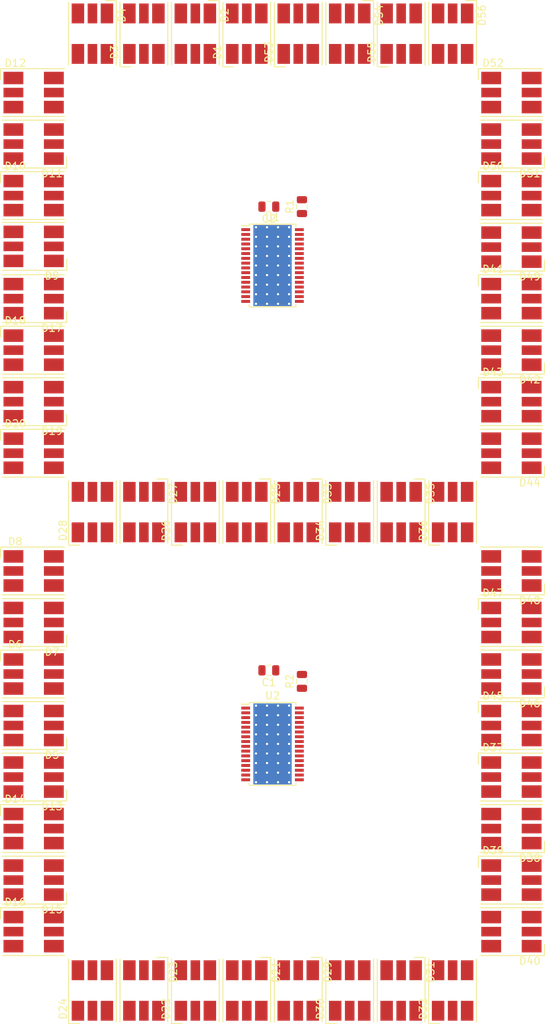
<source format=kicad_pcb>
(kicad_pcb (version 20171130) (host pcbnew "(5.1.2)-1")

  (general
    (thickness 1.6)
    (drawings 0)
    (tracks 0)
    (zones 0)
    (modules 62)
    (nets 180)
  )

  (page A4)
  (layers
    (0 F.Cu signal)
    (31 B.Cu signal)
    (32 B.Adhes user)
    (33 F.Adhes user)
    (34 B.Paste user)
    (35 F.Paste user)
    (36 B.SilkS user)
    (37 F.SilkS user)
    (38 B.Mask user)
    (39 F.Mask user)
    (40 Dwgs.User user)
    (41 Cmts.User user)
    (42 Eco1.User user)
    (43 Eco2.User user)
    (44 Edge.Cuts user)
    (45 Margin user)
    (46 B.CrtYd user)
    (47 F.CrtYd user)
    (48 B.Fab user)
    (49 F.Fab user)
  )

  (setup
    (last_trace_width 0.25)
    (trace_clearance 0.2)
    (zone_clearance 0.508)
    (zone_45_only no)
    (trace_min 0.2)
    (via_size 0.8)
    (via_drill 0.4)
    (via_min_size 0.4)
    (via_min_drill 0.3)
    (uvia_size 0.3)
    (uvia_drill 0.1)
    (uvias_allowed no)
    (uvia_min_size 0.2)
    (uvia_min_drill 0.1)
    (edge_width 0.05)
    (segment_width 0.2)
    (pcb_text_width 0.3)
    (pcb_text_size 1.5 1.5)
    (mod_edge_width 0.12)
    (mod_text_size 1 1)
    (mod_text_width 0.15)
    (pad_size 1.524 1.524)
    (pad_drill 0.762)
    (pad_to_mask_clearance 0.051)
    (solder_mask_min_width 0.25)
    (aux_axis_origin 0 0)
    (visible_elements 7FFFFFFF)
    (pcbplotparams
      (layerselection 0x010fc_ffffffff)
      (usegerberextensions false)
      (usegerberattributes false)
      (usegerberadvancedattributes false)
      (creategerberjobfile false)
      (excludeedgelayer true)
      (linewidth 0.100000)
      (plotframeref false)
      (viasonmask false)
      (mode 1)
      (useauxorigin false)
      (hpglpennumber 1)
      (hpglpenspeed 20)
      (hpglpendiameter 15.000000)
      (psnegative false)
      (psa4output false)
      (plotreference true)
      (plotvalue true)
      (plotinvisibletext false)
      (padsonsilk false)
      (subtractmaskfromsilk false)
      (outputformat 1)
      (mirror false)
      (drillshape 1)
      (scaleselection 1)
      (outputdirectory ""))
  )

  (net 0 "")
  (net 1 GND)
  (net 2 VCC)
  (net 3 "Net-(D1-Pad6)")
  (net 4 "Net-(D1-Pad5)")
  (net 5 "Net-(D1-Pad4)")
  (net 6 "Net-(D1-Pad3)")
  (net 7 "Net-(D1-Pad2)")
  (net 8 "Net-(D1-Pad1)")
  (net 9 "Net-(D2-Pad6)")
  (net 10 "Net-(D2-Pad5)")
  (net 11 "Net-(D2-Pad4)")
  (net 12 "Net-(D10-Pad1)")
  (net 13 "Net-(D10-Pad2)")
  (net 14 "Net-(D10-Pad3)")
  (net 15 "Net-(D5-Pad3)")
  (net 16 "Net-(D5-Pad2)")
  (net 17 "Net-(D5-Pad1)")
  (net 18 "Net-(D13-Pad1)")
  (net 19 "Net-(D13-Pad2)")
  (net 20 "Net-(D13-Pad3)")
  (net 21 "Net-(D10-Pad6)")
  (net 22 "Net-(D10-Pad5)")
  (net 23 "Net-(D10-Pad4)")
  (net 24 "Net-(D11-Pad6)")
  (net 25 "Net-(D11-Pad5)")
  (net 26 "Net-(D11-Pad4)")
  (net 27 "Net-(D13-Pad6)")
  (net 28 "Net-(D13-Pad5)")
  (net 29 "Net-(D13-Pad4)")
  (net 30 "Net-(D14-Pad6)")
  (net 31 "Net-(D14-Pad5)")
  (net 32 "Net-(D14-Pad4)")
  (net 33 "Net-(D15-Pad6)")
  (net 34 "Net-(D15-Pad5)")
  (net 35 "Net-(D15-Pad4)")
  (net 36 "Net-(D17-Pad6)")
  (net 37 "Net-(D17-Pad5)")
  (net 38 "Net-(D17-Pad4)")
  (net 39 "Net-(D18-Pad6)")
  (net 40 "Net-(D18-Pad5)")
  (net 41 "Net-(D18-Pad4)")
  (net 42 "Net-(D19-Pad6)")
  (net 43 "Net-(D19-Pad5)")
  (net 44 "Net-(D19-Pad4)")
  (net 45 "Net-(D21-Pad6)")
  (net 46 "Net-(D21-Pad5)")
  (net 47 "Net-(D21-Pad4)")
  (net 48 Vdrive)
  (net 49 "Net-(D29-Pad6)")
  (net 50 "Net-(D29-Pad5)")
  (net 51 "Net-(D29-Pad4)")
  (net 52 "Net-(D29-Pad3)")
  (net 53 "Net-(D29-Pad2)")
  (net 54 "Net-(D29-Pad1)")
  (net 55 "Net-(D30-Pad6)")
  (net 56 "Net-(D30-Pad5)")
  (net 57 "Net-(D30-Pad4)")
  (net 58 "Net-(D31-Pad6)")
  (net 59 "Net-(D31-Pad5)")
  (net 60 "Net-(D31-Pad4)")
  (net 61 "Net-(D33-Pad6)")
  (net 62 "Net-(D33-Pad5)")
  (net 63 "Net-(D33-Pad4)")
  (net 64 "Net-(D33-Pad3)")
  (net 65 "Net-(D33-Pad2)")
  (net 66 "Net-(D33-Pad1)")
  (net 67 "Net-(D34-Pad6)")
  (net 68 "Net-(D34-Pad5)")
  (net 69 "Net-(D34-Pad4)")
  (net 70 "Net-(D35-Pad6)")
  (net 71 "Net-(D35-Pad5)")
  (net 72 "Net-(D35-Pad4)")
  (net 73 "Net-(D37-Pad6)")
  (net 74 "Net-(D37-Pad5)")
  (net 75 "Net-(D37-Pad4)")
  (net 76 "Net-(D38-Pad6)")
  (net 77 "Net-(D38-Pad5)")
  (net 78 "Net-(D38-Pad4)")
  (net 79 "Net-(D39-Pad6)")
  (net 80 "Net-(D39-Pad5)")
  (net 81 "Net-(D39-Pad4)")
  (net 82 "Net-(D41-Pad6)")
  (net 83 "Net-(D41-Pad5)")
  (net 84 "Net-(D41-Pad4)")
  (net 85 "Net-(D42-Pad6)")
  (net 86 "Net-(D42-Pad5)")
  (net 87 "Net-(D42-Pad4)")
  (net 88 "Net-(D43-Pad6)")
  (net 89 "Net-(D43-Pad5)")
  (net 90 "Net-(D43-Pad4)")
  (net 91 "Net-(D45-Pad6)")
  (net 92 "Net-(D45-Pad5)")
  (net 93 "Net-(D45-Pad4)")
  (net 94 "Net-(D46-Pad6)")
  (net 95 "Net-(D46-Pad5)")
  (net 96 "Net-(D46-Pad4)")
  (net 97 "Net-(D47-Pad6)")
  (net 98 "Net-(D47-Pad5)")
  (net 99 "Net-(D47-Pad4)")
  (net 100 "Net-(D49-Pad6)")
  (net 101 "Net-(D49-Pad5)")
  (net 102 "Net-(D49-Pad4)")
  (net 103 "Net-(R1-Pad1)")
  (net 104 "Net-(R2-Pad1)")
  (net 105 "Net-(U1-Pad33)")
  (net 106 "Net-(U1-Pad30)")
  (net 107 "Net-(U2-Pad33)")
  (net 108 "Net-(D3-Pad6)")
  (net 109 "Net-(D3-Pad5)")
  (net 110 "Net-(D3-Pad4)")
  (net 111 "Net-(D5-Pad6)")
  (net 112 "Net-(D5-Pad5)")
  (net 113 "Net-(D5-Pad4)")
  (net 114 "Net-(D6-Pad6)")
  (net 115 "Net-(D6-Pad5)")
  (net 116 "Net-(D6-Pad4)")
  (net 117 "Net-(D7-Pad6)")
  (net 118 "Net-(D7-Pad5)")
  (net 119 "Net-(D7-Pad4)")
  (net 120 "Net-(D9-Pad3)")
  (net 121 "Net-(D9-Pad2)")
  (net 122 "Net-(D9-Pad1)")
  (net 123 "Net-(D17-Pad3)")
  (net 124 "Net-(D17-Pad2)")
  (net 125 "Net-(D17-Pad1)")
  (net 126 "Net-(D21-Pad3)")
  (net 127 "Net-(D21-Pad2)")
  (net 128 "Net-(D21-Pad1)")
  (net 129 "Net-(D22-Pad6)")
  (net 130 "Net-(D22-Pad5)")
  (net 131 "Net-(D22-Pad4)")
  (net 132 "Net-(D23-Pad6)")
  (net 133 "Net-(D23-Pad5)")
  (net 134 "Net-(D23-Pad4)")
  (net 135 "Net-(D25-Pad6)")
  (net 136 "Net-(D25-Pad5)")
  (net 137 "Net-(D25-Pad4)")
  (net 138 "Net-(D25-Pad3)")
  (net 139 "Net-(D25-Pad2)")
  (net 140 "Net-(D25-Pad1)")
  (net 141 "Net-(D26-Pad6)")
  (net 142 "Net-(D26-Pad5)")
  (net 143 "Net-(D26-Pad4)")
  (net 144 "Net-(D27-Pad6)")
  (net 145 "Net-(D27-Pad5)")
  (net 146 "Net-(D27-Pad4)")
  (net 147 "Net-(D37-Pad3)")
  (net 148 "Net-(D37-Pad2)")
  (net 149 "Net-(D37-Pad1)")
  (net 150 "Net-(D41-Pad3)")
  (net 151 "Net-(D41-Pad2)")
  (net 152 "Net-(D41-Pad1)")
  (net 153 "Net-(D45-Pad3)")
  (net 154 "Net-(D45-Pad2)")
  (net 155 "Net-(D45-Pad1)")
  (net 156 "Net-(D49-Pad3)")
  (net 157 "Net-(D49-Pad2)")
  (net 158 "Net-(D49-Pad1)")
  (net 159 "Net-(D50-Pad6)")
  (net 160 "Net-(D50-Pad5)")
  (net 161 "Net-(D50-Pad4)")
  (net 162 "Net-(D51-Pad6)")
  (net 163 "Net-(D51-Pad5)")
  (net 164 "Net-(D51-Pad4)")
  (net 165 "Net-(D53-Pad6)")
  (net 166 "Net-(D53-Pad5)")
  (net 167 "Net-(D53-Pad4)")
  (net 168 "Net-(D53-Pad3)")
  (net 169 "Net-(D53-Pad2)")
  (net 170 "Net-(D53-Pad1)")
  (net 171 "Net-(D54-Pad6)")
  (net 172 "Net-(D54-Pad5)")
  (net 173 "Net-(D54-Pad4)")
  (net 174 "Net-(D55-Pad6)")
  (net 175 "Net-(D55-Pad5)")
  (net 176 "Net-(D55-Pad4)")
  (net 177 "Net-(J3-Pad8)")
  (net 178 "Net-(J3-Pad6)")
  (net 179 "Net-(J3-Pad4)")

  (net_class Default "Dies ist die voreingestellte Netzklasse."
    (clearance 0.2)
    (trace_width 0.25)
    (via_dia 0.8)
    (via_drill 0.4)
    (uvia_dia 0.3)
    (uvia_drill 0.1)
    (add_net GND)
    (add_net "Net-(D1-Pad1)")
    (add_net "Net-(D1-Pad2)")
    (add_net "Net-(D1-Pad3)")
    (add_net "Net-(D1-Pad4)")
    (add_net "Net-(D1-Pad5)")
    (add_net "Net-(D1-Pad6)")
    (add_net "Net-(D10-Pad1)")
    (add_net "Net-(D10-Pad2)")
    (add_net "Net-(D10-Pad3)")
    (add_net "Net-(D10-Pad4)")
    (add_net "Net-(D10-Pad5)")
    (add_net "Net-(D10-Pad6)")
    (add_net "Net-(D11-Pad4)")
    (add_net "Net-(D11-Pad5)")
    (add_net "Net-(D11-Pad6)")
    (add_net "Net-(D13-Pad1)")
    (add_net "Net-(D13-Pad2)")
    (add_net "Net-(D13-Pad3)")
    (add_net "Net-(D13-Pad4)")
    (add_net "Net-(D13-Pad5)")
    (add_net "Net-(D13-Pad6)")
    (add_net "Net-(D14-Pad4)")
    (add_net "Net-(D14-Pad5)")
    (add_net "Net-(D14-Pad6)")
    (add_net "Net-(D15-Pad4)")
    (add_net "Net-(D15-Pad5)")
    (add_net "Net-(D15-Pad6)")
    (add_net "Net-(D17-Pad1)")
    (add_net "Net-(D17-Pad2)")
    (add_net "Net-(D17-Pad3)")
    (add_net "Net-(D17-Pad4)")
    (add_net "Net-(D17-Pad5)")
    (add_net "Net-(D17-Pad6)")
    (add_net "Net-(D18-Pad4)")
    (add_net "Net-(D18-Pad5)")
    (add_net "Net-(D18-Pad6)")
    (add_net "Net-(D19-Pad4)")
    (add_net "Net-(D19-Pad5)")
    (add_net "Net-(D19-Pad6)")
    (add_net "Net-(D2-Pad4)")
    (add_net "Net-(D2-Pad5)")
    (add_net "Net-(D2-Pad6)")
    (add_net "Net-(D21-Pad1)")
    (add_net "Net-(D21-Pad2)")
    (add_net "Net-(D21-Pad3)")
    (add_net "Net-(D21-Pad4)")
    (add_net "Net-(D21-Pad5)")
    (add_net "Net-(D21-Pad6)")
    (add_net "Net-(D22-Pad4)")
    (add_net "Net-(D22-Pad5)")
    (add_net "Net-(D22-Pad6)")
    (add_net "Net-(D23-Pad4)")
    (add_net "Net-(D23-Pad5)")
    (add_net "Net-(D23-Pad6)")
    (add_net "Net-(D25-Pad1)")
    (add_net "Net-(D25-Pad2)")
    (add_net "Net-(D25-Pad3)")
    (add_net "Net-(D25-Pad4)")
    (add_net "Net-(D25-Pad5)")
    (add_net "Net-(D25-Pad6)")
    (add_net "Net-(D26-Pad4)")
    (add_net "Net-(D26-Pad5)")
    (add_net "Net-(D26-Pad6)")
    (add_net "Net-(D27-Pad4)")
    (add_net "Net-(D27-Pad5)")
    (add_net "Net-(D27-Pad6)")
    (add_net "Net-(D29-Pad1)")
    (add_net "Net-(D29-Pad2)")
    (add_net "Net-(D29-Pad3)")
    (add_net "Net-(D29-Pad4)")
    (add_net "Net-(D29-Pad5)")
    (add_net "Net-(D29-Pad6)")
    (add_net "Net-(D3-Pad4)")
    (add_net "Net-(D3-Pad5)")
    (add_net "Net-(D3-Pad6)")
    (add_net "Net-(D30-Pad4)")
    (add_net "Net-(D30-Pad5)")
    (add_net "Net-(D30-Pad6)")
    (add_net "Net-(D31-Pad4)")
    (add_net "Net-(D31-Pad5)")
    (add_net "Net-(D31-Pad6)")
    (add_net "Net-(D33-Pad1)")
    (add_net "Net-(D33-Pad2)")
    (add_net "Net-(D33-Pad3)")
    (add_net "Net-(D33-Pad4)")
    (add_net "Net-(D33-Pad5)")
    (add_net "Net-(D33-Pad6)")
    (add_net "Net-(D34-Pad4)")
    (add_net "Net-(D34-Pad5)")
    (add_net "Net-(D34-Pad6)")
    (add_net "Net-(D35-Pad4)")
    (add_net "Net-(D35-Pad5)")
    (add_net "Net-(D35-Pad6)")
    (add_net "Net-(D37-Pad1)")
    (add_net "Net-(D37-Pad2)")
    (add_net "Net-(D37-Pad3)")
    (add_net "Net-(D37-Pad4)")
    (add_net "Net-(D37-Pad5)")
    (add_net "Net-(D37-Pad6)")
    (add_net "Net-(D38-Pad4)")
    (add_net "Net-(D38-Pad5)")
    (add_net "Net-(D38-Pad6)")
    (add_net "Net-(D39-Pad4)")
    (add_net "Net-(D39-Pad5)")
    (add_net "Net-(D39-Pad6)")
    (add_net "Net-(D41-Pad1)")
    (add_net "Net-(D41-Pad2)")
    (add_net "Net-(D41-Pad3)")
    (add_net "Net-(D41-Pad4)")
    (add_net "Net-(D41-Pad5)")
    (add_net "Net-(D41-Pad6)")
    (add_net "Net-(D42-Pad4)")
    (add_net "Net-(D42-Pad5)")
    (add_net "Net-(D42-Pad6)")
    (add_net "Net-(D43-Pad4)")
    (add_net "Net-(D43-Pad5)")
    (add_net "Net-(D43-Pad6)")
    (add_net "Net-(D45-Pad1)")
    (add_net "Net-(D45-Pad2)")
    (add_net "Net-(D45-Pad3)")
    (add_net "Net-(D45-Pad4)")
    (add_net "Net-(D45-Pad5)")
    (add_net "Net-(D45-Pad6)")
    (add_net "Net-(D46-Pad4)")
    (add_net "Net-(D46-Pad5)")
    (add_net "Net-(D46-Pad6)")
    (add_net "Net-(D47-Pad4)")
    (add_net "Net-(D47-Pad5)")
    (add_net "Net-(D47-Pad6)")
    (add_net "Net-(D49-Pad1)")
    (add_net "Net-(D49-Pad2)")
    (add_net "Net-(D49-Pad3)")
    (add_net "Net-(D49-Pad4)")
    (add_net "Net-(D49-Pad5)")
    (add_net "Net-(D49-Pad6)")
    (add_net "Net-(D5-Pad1)")
    (add_net "Net-(D5-Pad2)")
    (add_net "Net-(D5-Pad3)")
    (add_net "Net-(D5-Pad4)")
    (add_net "Net-(D5-Pad5)")
    (add_net "Net-(D5-Pad6)")
    (add_net "Net-(D50-Pad4)")
    (add_net "Net-(D50-Pad5)")
    (add_net "Net-(D50-Pad6)")
    (add_net "Net-(D51-Pad4)")
    (add_net "Net-(D51-Pad5)")
    (add_net "Net-(D51-Pad6)")
    (add_net "Net-(D53-Pad1)")
    (add_net "Net-(D53-Pad2)")
    (add_net "Net-(D53-Pad3)")
    (add_net "Net-(D53-Pad4)")
    (add_net "Net-(D53-Pad5)")
    (add_net "Net-(D53-Pad6)")
    (add_net "Net-(D54-Pad4)")
    (add_net "Net-(D54-Pad5)")
    (add_net "Net-(D54-Pad6)")
    (add_net "Net-(D55-Pad4)")
    (add_net "Net-(D55-Pad5)")
    (add_net "Net-(D55-Pad6)")
    (add_net "Net-(D6-Pad4)")
    (add_net "Net-(D6-Pad5)")
    (add_net "Net-(D6-Pad6)")
    (add_net "Net-(D7-Pad4)")
    (add_net "Net-(D7-Pad5)")
    (add_net "Net-(D7-Pad6)")
    (add_net "Net-(D9-Pad1)")
    (add_net "Net-(D9-Pad2)")
    (add_net "Net-(D9-Pad3)")
    (add_net "Net-(J3-Pad4)")
    (add_net "Net-(J3-Pad6)")
    (add_net "Net-(J3-Pad8)")
    (add_net "Net-(R1-Pad1)")
    (add_net "Net-(R2-Pad1)")
    (add_net "Net-(U1-Pad30)")
    (add_net "Net-(U1-Pad33)")
    (add_net "Net-(U2-Pad33)")
    (add_net VCC)
    (add_net Vdrive)
  )

  (module Resistor_SMD:R_0805_2012Metric (layer F.Cu) (tedit 5B36C52B) (tstamp 5D6BAB58)
    (at 72.5 62.5 90)
    (descr "Resistor SMD 0805 (2012 Metric), square (rectangular) end terminal, IPC_7351 nominal, (Body size source: https://docs.google.com/spreadsheets/d/1BsfQQcO9C6DZCsRaXUlFlo91Tg2WpOkGARC1WS5S8t0/edit?usp=sharing), generated with kicad-footprint-generator")
    (tags resistor)
    (path /5DE16A67)
    (attr smd)
    (fp_text reference R1 (at 0 -1.65 90) (layer F.SilkS)
      (effects (font (size 1 1) (thickness 0.15)))
    )
    (fp_text value R_Small (at 0 1.65 90) (layer F.Fab) hide
      (effects (font (size 1 1) (thickness 0.15)))
    )
    (fp_line (start -1 0.6) (end -1 -0.6) (layer F.Fab) (width 0.1))
    (fp_line (start -1 -0.6) (end 1 -0.6) (layer F.Fab) (width 0.1))
    (fp_line (start 1 -0.6) (end 1 0.6) (layer F.Fab) (width 0.1))
    (fp_line (start 1 0.6) (end -1 0.6) (layer F.Fab) (width 0.1))
    (fp_line (start -0.258578 -0.71) (end 0.258578 -0.71) (layer F.SilkS) (width 0.12))
    (fp_line (start -0.258578 0.71) (end 0.258578 0.71) (layer F.SilkS) (width 0.12))
    (fp_line (start -1.68 0.95) (end -1.68 -0.95) (layer F.CrtYd) (width 0.05))
    (fp_line (start -1.68 -0.95) (end 1.68 -0.95) (layer F.CrtYd) (width 0.05))
    (fp_line (start 1.68 -0.95) (end 1.68 0.95) (layer F.CrtYd) (width 0.05))
    (fp_line (start 1.68 0.95) (end -1.68 0.95) (layer F.CrtYd) (width 0.05))
    (fp_text user %R (at 0 0 90) (layer F.Fab) hide
      (effects (font (size 0.5 0.5) (thickness 0.08)))
    )
    (pad 1 smd roundrect (at -0.9375 0 90) (size 0.975 1.4) (layers F.Cu F.Paste F.Mask) (roundrect_rratio 0.25)
      (net 103 "Net-(R1-Pad1)"))
    (pad 2 smd roundrect (at 0.9375 0 90) (size 0.975 1.4) (layers F.Cu F.Paste F.Mask) (roundrect_rratio 0.25)
      (net 1 GND))
    (model ${KISYS3DMOD}/Resistor_SMD.3dshapes/R_0805_2012Metric.wrl
      (at (xyz 0 0 0))
      (scale (xyz 1 1 1))
      (rotate (xyz 0 0 0))
    )
  )

  (module Resistor_SMD:R_0805_2012Metric (layer F.Cu) (tedit 5B36C52B) (tstamp 5D6BAB69)
    (at 72.5 127 90)
    (descr "Resistor SMD 0805 (2012 Metric), square (rectangular) end terminal, IPC_7351 nominal, (Body size source: https://docs.google.com/spreadsheets/d/1BsfQQcO9C6DZCsRaXUlFlo91Tg2WpOkGARC1WS5S8t0/edit?usp=sharing), generated with kicad-footprint-generator")
    (tags resistor)
    (path /5E0458A4)
    (attr smd)
    (fp_text reference R2 (at 0 -1.65 90) (layer F.SilkS)
      (effects (font (size 1 1) (thickness 0.15)))
    )
    (fp_text value R_Small (at 0 1.65 90) (layer F.Fab) hide
      (effects (font (size 1 1) (thickness 0.15)))
    )
    (fp_line (start -1 0.6) (end -1 -0.6) (layer F.Fab) (width 0.1))
    (fp_line (start -1 -0.6) (end 1 -0.6) (layer F.Fab) (width 0.1))
    (fp_line (start 1 -0.6) (end 1 0.6) (layer F.Fab) (width 0.1))
    (fp_line (start 1 0.6) (end -1 0.6) (layer F.Fab) (width 0.1))
    (fp_line (start -0.258578 -0.71) (end 0.258578 -0.71) (layer F.SilkS) (width 0.12))
    (fp_line (start -0.258578 0.71) (end 0.258578 0.71) (layer F.SilkS) (width 0.12))
    (fp_line (start -1.68 0.95) (end -1.68 -0.95) (layer F.CrtYd) (width 0.05))
    (fp_line (start -1.68 -0.95) (end 1.68 -0.95) (layer F.CrtYd) (width 0.05))
    (fp_line (start 1.68 -0.95) (end 1.68 0.95) (layer F.CrtYd) (width 0.05))
    (fp_line (start 1.68 0.95) (end -1.68 0.95) (layer F.CrtYd) (width 0.05))
    (fp_text user %R (at 0 0 90) (layer F.Fab) hide
      (effects (font (size 0.5 0.5) (thickness 0.08)))
    )
    (pad 1 smd roundrect (at -0.9375 0 90) (size 0.975 1.4) (layers F.Cu F.Paste F.Mask) (roundrect_rratio 0.25)
      (net 104 "Net-(R2-Pad1)"))
    (pad 2 smd roundrect (at 0.9375 0 90) (size 0.975 1.4) (layers F.Cu F.Paste F.Mask) (roundrect_rratio 0.25)
      (net 1 GND))
    (model ${KISYS3DMOD}/Resistor_SMD.3dshapes/R_0805_2012Metric.wrl
      (at (xyz 0 0 0))
      (scale (xyz 1 1 1))
      (rotate (xyz 0 0 0))
    )
  )

  (module Package_SO:HTSSOP-32-1EP_6.1x11mm_P0.65mm_EP5.2x11mm_Mask4.11x4.36mm_ThermalVias (layer F.Cu) (tedit 5A671D40) (tstamp 5D6BABD1)
    (at 68.5 70.5)
    (descr "HTSSOP32: plastic thin shrink small outline package; 32 leads; body width 6.1 mm; lead pitch 0.65 mm (see NXP SSOP-TSSOP-VSO-REFLOW.pdf and sot487-1_po.pdf)")
    (tags "SSOP 0.65 PowerPAD")
    (path /5D9B001C)
    (attr smd)
    (fp_text reference U1 (at 0 -6.55) (layer F.SilkS)
      (effects (font (size 1 1) (thickness 0.15)))
    )
    (fp_text value TLC5952 (at 0 6.55) (layer F.Fab) hide
      (effects (font (size 1 1) (thickness 0.15)))
    )
    (fp_line (start 3.05 5.5) (end -3.05 5.5) (layer F.Fab) (width 0.15))
    (fp_line (start -3.05 5.5) (end -3.05 -4.5) (layer F.Fab) (width 0.15))
    (fp_line (start -3.05 -4.5) (end -2.05 -5.5) (layer F.Fab) (width 0.15))
    (fp_line (start -2.05 -5.5) (end 3.05 -5.5) (layer F.Fab) (width 0.15))
    (fp_line (start 3.05 -5.5) (end 3.05 5.5) (layer F.Fab) (width 0.15))
    (fp_line (start -4.5 -5.8) (end -4.5 5.8) (layer F.CrtYd) (width 0.05))
    (fp_line (start -4.5 5.8) (end 4.5 5.8) (layer F.CrtYd) (width 0.05))
    (fp_line (start 4.5 5.8) (end 4.5 -5.8) (layer F.CrtYd) (width 0.05))
    (fp_line (start 4.5 -5.8) (end -4.5 -5.8) (layer F.CrtYd) (width 0.05))
    (fp_line (start -4.25 -5.4) (end -3.175 -5.4) (layer F.SilkS) (width 0.15))
    (fp_line (start -3.175 -5.4) (end -3.175 -5.625) (layer F.SilkS) (width 0.15))
    (fp_line (start -3.175 -5.625) (end 3.175 -5.625) (layer F.SilkS) (width 0.15))
    (fp_line (start 3.175 -5.625) (end 3.175 -5.3) (layer F.SilkS) (width 0.15))
    (fp_line (start -3.175 5.3) (end -3.175 5.625) (layer F.SilkS) (width 0.15))
    (fp_line (start -3.175 5.625) (end 3.175 5.625) (layer F.SilkS) (width 0.15))
    (fp_line (start 3.175 5.625) (end 3.175 5.3) (layer F.SilkS) (width 0.15))
    (fp_text user %R (at 0 0) (layer F.Fab) hide
      (effects (font (size 0.8 0.8) (thickness 0.15)))
    )
    (pad 1 smd rect (at -3.65 -4.875) (size 1.2 0.4) (layers F.Cu F.Paste F.Mask)
      (net 1 GND))
    (pad 2 smd rect (at -3.65 -4.225) (size 1.2 0.4) (layers F.Cu F.Paste F.Mask))
    (pad 3 smd rect (at -3.65 -3.575) (size 1.2 0.4) (layers F.Cu F.Paste F.Mask)
      (net 179 "Net-(J3-Pad4)"))
    (pad 4 smd rect (at -3.65 -2.925) (size 1.2 0.4) (layers F.Cu F.Paste F.Mask)
      (net 178 "Net-(J3-Pad6)"))
    (pad 5 smd rect (at -3.65 -2.275) (size 1.2 0.4) (layers F.Cu F.Paste F.Mask)
      (net 6 "Net-(D1-Pad3)"))
    (pad 6 smd rect (at -3.65 -1.625) (size 1.2 0.4) (layers F.Cu F.Paste F.Mask)
      (net 7 "Net-(D1-Pad2)"))
    (pad 7 smd rect (at -3.65 -0.975) (size 1.2 0.4) (layers F.Cu F.Paste F.Mask)
      (net 8 "Net-(D1-Pad1)"))
    (pad 8 smd rect (at -3.65 -0.325) (size 1.2 0.4) (layers F.Cu F.Paste F.Mask)
      (net 120 "Net-(D9-Pad3)"))
    (pad 9 smd rect (at -3.65 0.325) (size 1.2 0.4) (layers F.Cu F.Paste F.Mask)
      (net 121 "Net-(D9-Pad2)"))
    (pad 10 smd rect (at -3.65 0.975) (size 1.2 0.4) (layers F.Cu F.Paste F.Mask)
      (net 122 "Net-(D9-Pad1)"))
    (pad 11 smd rect (at -3.65 1.625) (size 1.2 0.4) (layers F.Cu F.Paste F.Mask)
      (net 123 "Net-(D17-Pad3)"))
    (pad 12 smd rect (at -3.65 2.275) (size 1.2 0.4) (layers F.Cu F.Paste F.Mask)
      (net 124 "Net-(D17-Pad2)"))
    (pad 13 smd rect (at -3.65 2.925) (size 1.2 0.4) (layers F.Cu F.Paste F.Mask)
      (net 125 "Net-(D17-Pad1)"))
    (pad 14 smd rect (at -3.65 3.575) (size 1.2 0.4) (layers F.Cu F.Paste F.Mask)
      (net 138 "Net-(D25-Pad3)"))
    (pad 15 smd rect (at -3.65 4.225) (size 1.2 0.4) (layers F.Cu F.Paste F.Mask)
      (net 139 "Net-(D25-Pad2)"))
    (pad 16 smd rect (at -3.65 4.875) (size 1.2 0.4) (layers F.Cu F.Paste F.Mask)
      (net 140 "Net-(D25-Pad1)"))
    (pad 17 smd rect (at 3.65 4.875) (size 1.2 0.4) (layers F.Cu F.Paste F.Mask)
      (net 64 "Net-(D33-Pad3)"))
    (pad 18 smd rect (at 3.65 4.225) (size 1.2 0.4) (layers F.Cu F.Paste F.Mask)
      (net 65 "Net-(D33-Pad2)"))
    (pad 19 smd rect (at 3.65 3.575) (size 1.2 0.4) (layers F.Cu F.Paste F.Mask)
      (net 66 "Net-(D33-Pad1)"))
    (pad 20 smd rect (at 3.65 2.925) (size 1.2 0.4) (layers F.Cu F.Paste F.Mask)
      (net 150 "Net-(D41-Pad3)"))
    (pad 21 smd rect (at 3.65 2.275) (size 1.2 0.4) (layers F.Cu F.Paste F.Mask)
      (net 151 "Net-(D41-Pad2)"))
    (pad 22 smd rect (at 3.65 1.625) (size 1.2 0.4) (layers F.Cu F.Paste F.Mask)
      (net 152 "Net-(D41-Pad1)"))
    (pad 23 smd rect (at 3.65 0.975) (size 1.2 0.4) (layers F.Cu F.Paste F.Mask)
      (net 156 "Net-(D49-Pad3)"))
    (pad 24 smd rect (at 3.65 0.325) (size 1.2 0.4) (layers F.Cu F.Paste F.Mask)
      (net 157 "Net-(D49-Pad2)"))
    (pad 25 smd rect (at 3.65 -0.325) (size 1.2 0.4) (layers F.Cu F.Paste F.Mask)
      (net 158 "Net-(D49-Pad1)"))
    (pad 26 smd rect (at 3.65 -0.975) (size 1.2 0.4) (layers F.Cu F.Paste F.Mask)
      (net 168 "Net-(D53-Pad3)"))
    (pad 27 smd rect (at 3.65 -1.625) (size 1.2 0.4) (layers F.Cu F.Paste F.Mask)
      (net 169 "Net-(D53-Pad2)"))
    (pad 28 smd rect (at 3.65 -2.275) (size 1.2 0.4) (layers F.Cu F.Paste F.Mask)
      (net 170 "Net-(D53-Pad1)"))
    (pad 29 smd rect (at 3.65 -2.925) (size 1.2 0.4) (layers F.Cu F.Paste F.Mask)
      (net 177 "Net-(J3-Pad8)"))
    (pad 30 smd rect (at 3.65 -3.575) (size 1.2 0.4) (layers F.Cu F.Paste F.Mask)
      (net 106 "Net-(U1-Pad30)"))
    (pad 31 smd rect (at 3.65 -4.225) (size 1.2 0.4) (layers F.Cu F.Paste F.Mask)
      (net 2 VCC))
    (pad 32 smd rect (at 3.65 -4.875) (size 1.2 0.4) (layers F.Cu F.Paste F.Mask)
      (net 103 "Net-(R1-Pad1)"))
    (pad 33 smd rect (at 0 0) (size 5.2 11) (layers F.Cu)
      (net 105 "Net-(U1-Pad33)"))
    (pad "" smd rect (at 0 0) (size 4.11 4.36) (layers F.Mask))
    (pad 33 thru_hole circle (at -2.25 -5.2) (size 0.6 0.6) (drill 0.3) (layers *.Cu)
      (net 105 "Net-(U1-Pad33)"))
    (pad 33 thru_hole circle (at -0.75 -5.2) (size 0.6 0.6) (drill 0.3) (layers *.Cu)
      (net 105 "Net-(U1-Pad33)"))
    (pad 33 thru_hole circle (at 0.75 -5.2) (size 0.6 0.6) (drill 0.3) (layers *.Cu)
      (net 105 "Net-(U1-Pad33)"))
    (pad 33 thru_hole circle (at 2.25 -5.2) (size 0.6 0.6) (drill 0.3) (layers *.Cu)
      (net 105 "Net-(U1-Pad33)"))
    (pad 33 thru_hole circle (at -2.25 -3.9) (size 0.6 0.6) (drill 0.3) (layers *.Cu)
      (net 105 "Net-(U1-Pad33)"))
    (pad 33 thru_hole circle (at -0.75 -3.9) (size 0.6 0.6) (drill 0.3) (layers *.Cu)
      (net 105 "Net-(U1-Pad33)"))
    (pad 33 thru_hole circle (at 0.75 -3.9) (size 0.6 0.6) (drill 0.3) (layers *.Cu)
      (net 105 "Net-(U1-Pad33)"))
    (pad 33 thru_hole circle (at 2.25 -3.9) (size 0.6 0.6) (drill 0.3) (layers *.Cu)
      (net 105 "Net-(U1-Pad33)"))
    (pad 33 thru_hole circle (at 2.25 -2.6) (size 0.6 0.6) (drill 0.3) (layers *.Cu)
      (net 105 "Net-(U1-Pad33)"))
    (pad 33 thru_hole circle (at -2.25 -1.3) (size 0.6 0.6) (drill 0.3) (layers *.Cu)
      (net 105 "Net-(U1-Pad33)"))
    (pad 33 thru_hole circle (at 2.25 -1.3) (size 0.6 0.6) (drill 0.3) (layers *.Cu)
      (net 105 "Net-(U1-Pad33)"))
    (pad 33 thru_hole circle (at -0.75 -1.3) (size 0.6 0.6) (drill 0.3) (layers *.Cu)
      (net 105 "Net-(U1-Pad33)"))
    (pad 33 thru_hole circle (at -2.25 -2.6) (size 0.6 0.6) (drill 0.3) (layers *.Cu)
      (net 105 "Net-(U1-Pad33)"))
    (pad 33 thru_hole circle (at -0.75 -2.6) (size 0.6 0.6) (drill 0.3) (layers *.Cu)
      (net 105 "Net-(U1-Pad33)"))
    (pad 33 thru_hole circle (at 0.75 -2.6) (size 0.6 0.6) (drill 0.3) (layers *.Cu)
      (net 105 "Net-(U1-Pad33)"))
    (pad 33 thru_hole circle (at 0.75 -1.3) (size 0.6 0.6) (drill 0.3) (layers *.Cu)
      (net 105 "Net-(U1-Pad33)"))
    (pad 33 thru_hole circle (at 2.25 0) (size 0.6 0.6) (drill 0.3) (layers *.Cu)
      (net 105 "Net-(U1-Pad33)"))
    (pad 33 thru_hole circle (at -2.25 1.3) (size 0.6 0.6) (drill 0.3) (layers *.Cu)
      (net 105 "Net-(U1-Pad33)"))
    (pad 33 thru_hole circle (at 2.25 1.3) (size 0.6 0.6) (drill 0.3) (layers *.Cu)
      (net 105 "Net-(U1-Pad33)"))
    (pad 33 thru_hole circle (at -0.75 1.3) (size 0.6 0.6) (drill 0.3) (layers *.Cu)
      (net 105 "Net-(U1-Pad33)"))
    (pad 33 thru_hole circle (at -2.25 0) (size 0.6 0.6) (drill 0.3) (layers *.Cu)
      (net 105 "Net-(U1-Pad33)"))
    (pad 33 thru_hole circle (at -0.75 0) (size 0.6 0.6) (drill 0.3) (layers *.Cu)
      (net 105 "Net-(U1-Pad33)"))
    (pad 33 thru_hole circle (at 0.75 0) (size 0.6 0.6) (drill 0.3) (layers *.Cu)
      (net 105 "Net-(U1-Pad33)"))
    (pad 33 thru_hole circle (at 0.75 1.3) (size 0.6 0.6) (drill 0.3) (layers *.Cu)
      (net 105 "Net-(U1-Pad33)"))
    (pad 33 thru_hole circle (at 2.25 2.6) (size 0.6 0.6) (drill 0.3) (layers *.Cu)
      (net 105 "Net-(U1-Pad33)"))
    (pad 33 thru_hole circle (at -2.25 3.9) (size 0.6 0.6) (drill 0.3) (layers *.Cu)
      (net 105 "Net-(U1-Pad33)"))
    (pad 33 thru_hole circle (at 2.25 3.9) (size 0.6 0.6) (drill 0.3) (layers *.Cu)
      (net 105 "Net-(U1-Pad33)"))
    (pad 33 thru_hole circle (at -0.75 3.9) (size 0.6 0.6) (drill 0.3) (layers *.Cu)
      (net 105 "Net-(U1-Pad33)"))
    (pad 33 thru_hole circle (at -2.25 2.6) (size 0.6 0.6) (drill 0.3) (layers *.Cu)
      (net 105 "Net-(U1-Pad33)"))
    (pad 33 thru_hole circle (at -0.75 2.6) (size 0.6 0.6) (drill 0.3) (layers *.Cu)
      (net 105 "Net-(U1-Pad33)"))
    (pad 33 thru_hole circle (at 0.75 2.6) (size 0.6 0.6) (drill 0.3) (layers *.Cu)
      (net 105 "Net-(U1-Pad33)"))
    (pad 33 thru_hole circle (at 0.75 3.9) (size 0.6 0.6) (drill 0.3) (layers *.Cu)
      (net 105 "Net-(U1-Pad33)"))
    (pad 33 thru_hole circle (at -0.75 5.2) (size 0.6 0.6) (drill 0.3) (layers *.Cu)
      (net 105 "Net-(U1-Pad33)"))
    (pad 33 thru_hole circle (at -2.25 5.2) (size 0.6 0.6) (drill 0.3) (layers *.Cu)
      (net 105 "Net-(U1-Pad33)"))
    (pad 33 thru_hole circle (at 2.25 5.2) (size 0.6 0.6) (drill 0.3) (layers *.Cu)
      (net 105 "Net-(U1-Pad33)"))
    (pad 33 thru_hole circle (at 0.75 5.2) (size 0.6 0.6) (drill 0.3) (layers *.Cu)
      (net 105 "Net-(U1-Pad33)"))
    (pad "" smd rect (at 0 -0.65) (size 1.2 1) (layers F.Paste))
    (pad "" smd rect (at 0 0.65) (size 1.2 1) (layers F.Paste))
    (pad "" smd rect (at 0 1.725) (size 1.2 0.55) (layers F.Paste))
    (pad "" smd rect (at 0 -1.725) (size 1.2 0.55) (layers F.Paste))
    (pad "" smd rect (at -1.365 -0.65) (size 0.93 1) (layers F.Paste))
    (pad "" smd rect (at -1.365 0.65) (size 0.93 1) (layers F.Paste))
    (pad "" smd rect (at 1.365 0.65) (size 0.93 1) (layers F.Paste))
    (pad "" smd rect (at 1.365 -0.65) (size 0.93 1) (layers F.Paste))
    (pad "" smd rect (at 1.365 -1.725) (size 0.93 0.55) (layers F.Paste))
    (pad "" smd rect (at 1.365 1.725) (size 0.93 0.55) (layers F.Paste))
    (pad "" smd rect (at -1.365 1.725) (size 0.93 0.55) (layers F.Paste))
    (pad "" smd rect (at -1.365 -1.725) (size 0.93 0.55) (layers F.Paste))
    (pad 33 smd rect (at 0 0) (size 5.2 11) (layers B.Cu)
      (net 105 "Net-(U1-Pad33)"))
    (model ${KISYS3DMOD}/Package_SO.3dshapes/HTSSOP-32-1EP_6.1x11mm_P0.65mm_EP5.2x11mm.wrl
      (at (xyz 0 0 0))
      (scale (xyz 1 1 1))
      (rotate (xyz 0 0 0))
    )
  )

  (module Package_SO:HTSSOP-32-1EP_6.1x11mm_P0.65mm_EP5.2x11mm_Mask4.11x4.36mm_ThermalVias (layer F.Cu) (tedit 5A671D40) (tstamp 5D6BC89A)
    (at 68.5 135.5)
    (descr "HTSSOP32: plastic thin shrink small outline package; 32 leads; body width 6.1 mm; lead pitch 0.65 mm (see NXP SSOP-TSSOP-VSO-REFLOW.pdf and sot487-1_po.pdf)")
    (tags "SSOP 0.65 PowerPAD")
    (path /5E045839)
    (attr smd)
    (fp_text reference U2 (at 0 -6.55) (layer F.SilkS)
      (effects (font (size 1 1) (thickness 0.15)))
    )
    (fp_text value TLC5952 (at 0 6.55) (layer F.Fab) hide
      (effects (font (size 1 1) (thickness 0.15)))
    )
    (fp_line (start 3.05 5.5) (end -3.05 5.5) (layer F.Fab) (width 0.15))
    (fp_line (start -3.05 5.5) (end -3.05 -4.5) (layer F.Fab) (width 0.15))
    (fp_line (start -3.05 -4.5) (end -2.05 -5.5) (layer F.Fab) (width 0.15))
    (fp_line (start -2.05 -5.5) (end 3.05 -5.5) (layer F.Fab) (width 0.15))
    (fp_line (start 3.05 -5.5) (end 3.05 5.5) (layer F.Fab) (width 0.15))
    (fp_line (start -4.5 -5.8) (end -4.5 5.8) (layer F.CrtYd) (width 0.05))
    (fp_line (start -4.5 5.8) (end 4.5 5.8) (layer F.CrtYd) (width 0.05))
    (fp_line (start 4.5 5.8) (end 4.5 -5.8) (layer F.CrtYd) (width 0.05))
    (fp_line (start 4.5 -5.8) (end -4.5 -5.8) (layer F.CrtYd) (width 0.05))
    (fp_line (start -4.25 -5.4) (end -3.175 -5.4) (layer F.SilkS) (width 0.15))
    (fp_line (start -3.175 -5.4) (end -3.175 -5.625) (layer F.SilkS) (width 0.15))
    (fp_line (start -3.175 -5.625) (end 3.175 -5.625) (layer F.SilkS) (width 0.15))
    (fp_line (start 3.175 -5.625) (end 3.175 -5.3) (layer F.SilkS) (width 0.15))
    (fp_line (start -3.175 5.3) (end -3.175 5.625) (layer F.SilkS) (width 0.15))
    (fp_line (start -3.175 5.625) (end 3.175 5.625) (layer F.SilkS) (width 0.15))
    (fp_line (start 3.175 5.625) (end 3.175 5.3) (layer F.SilkS) (width 0.15))
    (fp_text user %R (at 0 0) (layer F.Fab) hide
      (effects (font (size 0.8 0.8) (thickness 0.15)))
    )
    (pad 1 smd rect (at -3.65 -4.875) (size 1.2 0.4) (layers F.Cu F.Paste F.Mask)
      (net 1 GND))
    (pad 2 smd rect (at -3.65 -4.225) (size 1.2 0.4) (layers F.Cu F.Paste F.Mask)
      (net 106 "Net-(U1-Pad30)"))
    (pad 3 smd rect (at -3.65 -3.575) (size 1.2 0.4) (layers F.Cu F.Paste F.Mask)
      (net 179 "Net-(J3-Pad4)"))
    (pad 4 smd rect (at -3.65 -2.925) (size 1.2 0.4) (layers F.Cu F.Paste F.Mask)
      (net 178 "Net-(J3-Pad6)"))
    (pad 5 smd rect (at -3.65 -2.275) (size 1.2 0.4) (layers F.Cu F.Paste F.Mask)
      (net 15 "Net-(D5-Pad3)"))
    (pad 6 smd rect (at -3.65 -1.625) (size 1.2 0.4) (layers F.Cu F.Paste F.Mask)
      (net 16 "Net-(D5-Pad2)"))
    (pad 7 smd rect (at -3.65 -0.975) (size 1.2 0.4) (layers F.Cu F.Paste F.Mask)
      (net 17 "Net-(D5-Pad1)"))
    (pad 8 smd rect (at -3.65 -0.325) (size 1.2 0.4) (layers F.Cu F.Paste F.Mask)
      (net 20 "Net-(D13-Pad3)"))
    (pad 9 smd rect (at -3.65 0.325) (size 1.2 0.4) (layers F.Cu F.Paste F.Mask)
      (net 19 "Net-(D13-Pad2)"))
    (pad 10 smd rect (at -3.65 0.975) (size 1.2 0.4) (layers F.Cu F.Paste F.Mask)
      (net 18 "Net-(D13-Pad1)"))
    (pad 11 smd rect (at -3.65 1.625) (size 1.2 0.4) (layers F.Cu F.Paste F.Mask)
      (net 126 "Net-(D21-Pad3)"))
    (pad 12 smd rect (at -3.65 2.275) (size 1.2 0.4) (layers F.Cu F.Paste F.Mask)
      (net 127 "Net-(D21-Pad2)"))
    (pad 13 smd rect (at -3.65 2.925) (size 1.2 0.4) (layers F.Cu F.Paste F.Mask)
      (net 128 "Net-(D21-Pad1)"))
    (pad 14 smd rect (at -3.65 3.575) (size 1.2 0.4) (layers F.Cu F.Paste F.Mask)
      (net 52 "Net-(D29-Pad3)"))
    (pad 15 smd rect (at -3.65 4.225) (size 1.2 0.4) (layers F.Cu F.Paste F.Mask)
      (net 53 "Net-(D29-Pad2)"))
    (pad 16 smd rect (at -3.65 4.875) (size 1.2 0.4) (layers F.Cu F.Paste F.Mask)
      (net 54 "Net-(D29-Pad1)"))
    (pad 17 smd rect (at 3.65 4.875) (size 1.2 0.4) (layers F.Cu F.Paste F.Mask)
      (net 147 "Net-(D37-Pad3)"))
    (pad 18 smd rect (at 3.65 4.225) (size 1.2 0.4) (layers F.Cu F.Paste F.Mask)
      (net 148 "Net-(D37-Pad2)"))
    (pad 19 smd rect (at 3.65 3.575) (size 1.2 0.4) (layers F.Cu F.Paste F.Mask)
      (net 149 "Net-(D37-Pad1)"))
    (pad 20 smd rect (at 3.65 2.925) (size 1.2 0.4) (layers F.Cu F.Paste F.Mask)
      (net 153 "Net-(D45-Pad3)"))
    (pad 21 smd rect (at 3.65 2.275) (size 1.2 0.4) (layers F.Cu F.Paste F.Mask)
      (net 154 "Net-(D45-Pad2)"))
    (pad 22 smd rect (at 3.65 1.625) (size 1.2 0.4) (layers F.Cu F.Paste F.Mask)
      (net 155 "Net-(D45-Pad1)"))
    (pad 23 smd rect (at 3.65 0.975) (size 1.2 0.4) (layers F.Cu F.Paste F.Mask))
    (pad 24 smd rect (at 3.65 0.325) (size 1.2 0.4) (layers F.Cu F.Paste F.Mask))
    (pad 25 smd rect (at 3.65 -0.325) (size 1.2 0.4) (layers F.Cu F.Paste F.Mask))
    (pad 26 smd rect (at 3.65 -0.975) (size 1.2 0.4) (layers F.Cu F.Paste F.Mask))
    (pad 27 smd rect (at 3.65 -1.625) (size 1.2 0.4) (layers F.Cu F.Paste F.Mask))
    (pad 28 smd rect (at 3.65 -2.275) (size 1.2 0.4) (layers F.Cu F.Paste F.Mask))
    (pad 29 smd rect (at 3.65 -2.925) (size 1.2 0.4) (layers F.Cu F.Paste F.Mask)
      (net 177 "Net-(J3-Pad8)"))
    (pad 30 smd rect (at 3.65 -3.575) (size 1.2 0.4) (layers F.Cu F.Paste F.Mask))
    (pad 31 smd rect (at 3.65 -4.225) (size 1.2 0.4) (layers F.Cu F.Paste F.Mask)
      (net 2 VCC))
    (pad 32 smd rect (at 3.65 -4.875) (size 1.2 0.4) (layers F.Cu F.Paste F.Mask)
      (net 104 "Net-(R2-Pad1)"))
    (pad 33 smd rect (at 0 0) (size 5.2 11) (layers F.Cu)
      (net 107 "Net-(U2-Pad33)"))
    (pad "" smd rect (at 0 0) (size 4.11 4.36) (layers F.Mask))
    (pad 33 thru_hole circle (at -2.25 -5.2) (size 0.6 0.6) (drill 0.3) (layers *.Cu)
      (net 107 "Net-(U2-Pad33)"))
    (pad 33 thru_hole circle (at -0.75 -5.2) (size 0.6 0.6) (drill 0.3) (layers *.Cu)
      (net 107 "Net-(U2-Pad33)"))
    (pad 33 thru_hole circle (at 0.75 -5.2) (size 0.6 0.6) (drill 0.3) (layers *.Cu)
      (net 107 "Net-(U2-Pad33)"))
    (pad 33 thru_hole circle (at 2.25 -5.2) (size 0.6 0.6) (drill 0.3) (layers *.Cu)
      (net 107 "Net-(U2-Pad33)"))
    (pad 33 thru_hole circle (at -2.25 -3.9) (size 0.6 0.6) (drill 0.3) (layers *.Cu)
      (net 107 "Net-(U2-Pad33)"))
    (pad 33 thru_hole circle (at -0.75 -3.9) (size 0.6 0.6) (drill 0.3) (layers *.Cu)
      (net 107 "Net-(U2-Pad33)"))
    (pad 33 thru_hole circle (at 0.75 -3.9) (size 0.6 0.6) (drill 0.3) (layers *.Cu)
      (net 107 "Net-(U2-Pad33)"))
    (pad 33 thru_hole circle (at 2.25 -3.9) (size 0.6 0.6) (drill 0.3) (layers *.Cu)
      (net 107 "Net-(U2-Pad33)"))
    (pad 33 thru_hole circle (at 2.25 -2.6) (size 0.6 0.6) (drill 0.3) (layers *.Cu)
      (net 107 "Net-(U2-Pad33)"))
    (pad 33 thru_hole circle (at -2.25 -1.3) (size 0.6 0.6) (drill 0.3) (layers *.Cu)
      (net 107 "Net-(U2-Pad33)"))
    (pad 33 thru_hole circle (at 2.25 -1.3) (size 0.6 0.6) (drill 0.3) (layers *.Cu)
      (net 107 "Net-(U2-Pad33)"))
    (pad 33 thru_hole circle (at -0.75 -1.3) (size 0.6 0.6) (drill 0.3) (layers *.Cu)
      (net 107 "Net-(U2-Pad33)"))
    (pad 33 thru_hole circle (at -2.25 -2.6) (size 0.6 0.6) (drill 0.3) (layers *.Cu)
      (net 107 "Net-(U2-Pad33)"))
    (pad 33 thru_hole circle (at -0.75 -2.6) (size 0.6 0.6) (drill 0.3) (layers *.Cu)
      (net 107 "Net-(U2-Pad33)"))
    (pad 33 thru_hole circle (at 0.75 -2.6) (size 0.6 0.6) (drill 0.3) (layers *.Cu)
      (net 107 "Net-(U2-Pad33)"))
    (pad 33 thru_hole circle (at 0.75 -1.3) (size 0.6 0.6) (drill 0.3) (layers *.Cu)
      (net 107 "Net-(U2-Pad33)"))
    (pad 33 thru_hole circle (at 2.25 0) (size 0.6 0.6) (drill 0.3) (layers *.Cu)
      (net 107 "Net-(U2-Pad33)"))
    (pad 33 thru_hole circle (at -2.25 1.3) (size 0.6 0.6) (drill 0.3) (layers *.Cu)
      (net 107 "Net-(U2-Pad33)"))
    (pad 33 thru_hole circle (at 2.25 1.3) (size 0.6 0.6) (drill 0.3) (layers *.Cu)
      (net 107 "Net-(U2-Pad33)"))
    (pad 33 thru_hole circle (at -0.75 1.3) (size 0.6 0.6) (drill 0.3) (layers *.Cu)
      (net 107 "Net-(U2-Pad33)"))
    (pad 33 thru_hole circle (at -2.25 0) (size 0.6 0.6) (drill 0.3) (layers *.Cu)
      (net 107 "Net-(U2-Pad33)"))
    (pad 33 thru_hole circle (at -0.75 0) (size 0.6 0.6) (drill 0.3) (layers *.Cu)
      (net 107 "Net-(U2-Pad33)"))
    (pad 33 thru_hole circle (at 0.75 0) (size 0.6 0.6) (drill 0.3) (layers *.Cu)
      (net 107 "Net-(U2-Pad33)"))
    (pad 33 thru_hole circle (at 0.75 1.3) (size 0.6 0.6) (drill 0.3) (layers *.Cu)
      (net 107 "Net-(U2-Pad33)"))
    (pad 33 thru_hole circle (at 2.25 2.6) (size 0.6 0.6) (drill 0.3) (layers *.Cu)
      (net 107 "Net-(U2-Pad33)"))
    (pad 33 thru_hole circle (at -2.25 3.9) (size 0.6 0.6) (drill 0.3) (layers *.Cu)
      (net 107 "Net-(U2-Pad33)"))
    (pad 33 thru_hole circle (at 2.25 3.9) (size 0.6 0.6) (drill 0.3) (layers *.Cu)
      (net 107 "Net-(U2-Pad33)"))
    (pad 33 thru_hole circle (at -0.75 3.9) (size 0.6 0.6) (drill 0.3) (layers *.Cu)
      (net 107 "Net-(U2-Pad33)"))
    (pad 33 thru_hole circle (at -2.25 2.6) (size 0.6 0.6) (drill 0.3) (layers *.Cu)
      (net 107 "Net-(U2-Pad33)"))
    (pad 33 thru_hole circle (at -0.75 2.6) (size 0.6 0.6) (drill 0.3) (layers *.Cu)
      (net 107 "Net-(U2-Pad33)"))
    (pad 33 thru_hole circle (at 0.75 2.6) (size 0.6 0.6) (drill 0.3) (layers *.Cu)
      (net 107 "Net-(U2-Pad33)"))
    (pad 33 thru_hole circle (at 0.75 3.9) (size 0.6 0.6) (drill 0.3) (layers *.Cu)
      (net 107 "Net-(U2-Pad33)"))
    (pad 33 thru_hole circle (at -0.75 5.2) (size 0.6 0.6) (drill 0.3) (layers *.Cu)
      (net 107 "Net-(U2-Pad33)"))
    (pad 33 thru_hole circle (at -2.25 5.2) (size 0.6 0.6) (drill 0.3) (layers *.Cu)
      (net 107 "Net-(U2-Pad33)"))
    (pad 33 thru_hole circle (at 2.25 5.2) (size 0.6 0.6) (drill 0.3) (layers *.Cu)
      (net 107 "Net-(U2-Pad33)"))
    (pad 33 thru_hole circle (at 0.75 5.2) (size 0.6 0.6) (drill 0.3) (layers *.Cu)
      (net 107 "Net-(U2-Pad33)"))
    (pad "" smd rect (at 0 -0.65) (size 1.2 1) (layers F.Paste))
    (pad "" smd rect (at 0 0.65) (size 1.2 1) (layers F.Paste))
    (pad "" smd rect (at 0 1.725) (size 1.2 0.55) (layers F.Paste))
    (pad "" smd rect (at 0 -1.725) (size 1.2 0.55) (layers F.Paste))
    (pad "" smd rect (at -1.365 -0.65) (size 0.93 1) (layers F.Paste))
    (pad "" smd rect (at -1.365 0.65) (size 0.93 1) (layers F.Paste))
    (pad "" smd rect (at 1.365 0.65) (size 0.93 1) (layers F.Paste))
    (pad "" smd rect (at 1.365 -0.65) (size 0.93 1) (layers F.Paste))
    (pad "" smd rect (at 1.365 -1.725) (size 0.93 0.55) (layers F.Paste))
    (pad "" smd rect (at 1.365 1.725) (size 0.93 0.55) (layers F.Paste))
    (pad "" smd rect (at -1.365 1.725) (size 0.93 0.55) (layers F.Paste))
    (pad "" smd rect (at -1.365 -1.725) (size 0.93 0.55) (layers F.Paste))
    (pad 33 smd rect (at 0 0) (size 5.2 11) (layers B.Cu)
      (net 107 "Net-(U2-Pad33)"))
    (model ${KISYS3DMOD}/Package_SO.3dshapes/HTSSOP-32-1EP_6.1x11mm_P0.65mm_EP5.2x11mm.wrl
      (at (xyz 0 0 0))
      (scale (xyz 1 1 1))
      (rotate (xyz 0 0 0))
    )
  )

  (module Capacitor_SMD:C_0805_2012Metric (layer F.Cu) (tedit 5B36C52B) (tstamp 5D6BA5EF)
    (at 68 125.5 180)
    (descr "Capacitor SMD 0805 (2012 Metric), square (rectangular) end terminal, IPC_7351 nominal, (Body size source: https://docs.google.com/spreadsheets/d/1BsfQQcO9C6DZCsRaXUlFlo91Tg2WpOkGARC1WS5S8t0/edit?usp=sharing), generated with kicad-footprint-generator")
    (tags capacitor)
    (path /5DDFB996)
    (attr smd)
    (fp_text reference C1 (at 0 -1.65) (layer F.SilkS)
      (effects (font (size 1 1) (thickness 0.15)))
    )
    (fp_text value C_Small (at 0 1.65) (layer F.Fab) hide
      (effects (font (size 1 1) (thickness 0.15)))
    )
    (fp_line (start -1 0.6) (end -1 -0.6) (layer F.Fab) (width 0.1))
    (fp_line (start -1 -0.6) (end 1 -0.6) (layer F.Fab) (width 0.1))
    (fp_line (start 1 -0.6) (end 1 0.6) (layer F.Fab) (width 0.1))
    (fp_line (start 1 0.6) (end -1 0.6) (layer F.Fab) (width 0.1))
    (fp_line (start -0.258578 -0.71) (end 0.258578 -0.71) (layer F.SilkS) (width 0.12))
    (fp_line (start -0.258578 0.71) (end 0.258578 0.71) (layer F.SilkS) (width 0.12))
    (fp_line (start -1.68 0.95) (end -1.68 -0.95) (layer F.CrtYd) (width 0.05))
    (fp_line (start -1.68 -0.95) (end 1.68 -0.95) (layer F.CrtYd) (width 0.05))
    (fp_line (start 1.68 -0.95) (end 1.68 0.95) (layer F.CrtYd) (width 0.05))
    (fp_line (start 1.68 0.95) (end -1.68 0.95) (layer F.CrtYd) (width 0.05))
    (fp_text user %R (at 0 0) (layer F.Fab) hide
      (effects (font (size 0.5 0.5) (thickness 0.08)))
    )
    (pad 1 smd roundrect (at -0.9375 0 180) (size 0.975 1.4) (layers F.Cu F.Paste F.Mask) (roundrect_rratio 0.25)
      (net 2 VCC))
    (pad 2 smd roundrect (at 0.9375 0 180) (size 0.975 1.4) (layers F.Cu F.Paste F.Mask) (roundrect_rratio 0.25)
      (net 1 GND))
    (model ${KISYS3DMOD}/Capacitor_SMD.3dshapes/C_0805_2012Metric.wrl
      (at (xyz 0 0 0))
      (scale (xyz 1 1 1))
      (rotate (xyz 0 0 0))
    )
  )

  (module Capacitor_SMD:C_0805_2012Metric (layer F.Cu) (tedit 5B36C52B) (tstamp 5D6BA607)
    (at 68 62.5 180)
    (descr "Capacitor SMD 0805 (2012 Metric), square (rectangular) end terminal, IPC_7351 nominal, (Body size source: https://docs.google.com/spreadsheets/d/1BsfQQcO9C6DZCsRaXUlFlo91Tg2WpOkGARC1WS5S8t0/edit?usp=sharing), generated with kicad-footprint-generator")
    (tags capacitor)
    (path /5E045893)
    (attr smd)
    (fp_text reference C2 (at 0 -1.65) (layer F.SilkS)
      (effects (font (size 1 1) (thickness 0.15)))
    )
    (fp_text value C_Small (at 0 1.65) (layer F.Fab) hide
      (effects (font (size 1 1) (thickness 0.15)))
    )
    (fp_line (start -1 0.6) (end -1 -0.6) (layer F.Fab) (width 0.1))
    (fp_line (start -1 -0.6) (end 1 -0.6) (layer F.Fab) (width 0.1))
    (fp_line (start 1 -0.6) (end 1 0.6) (layer F.Fab) (width 0.1))
    (fp_line (start 1 0.6) (end -1 0.6) (layer F.Fab) (width 0.1))
    (fp_line (start -0.258578 -0.71) (end 0.258578 -0.71) (layer F.SilkS) (width 0.12))
    (fp_line (start -0.258578 0.71) (end 0.258578 0.71) (layer F.SilkS) (width 0.12))
    (fp_line (start -1.68 0.95) (end -1.68 -0.95) (layer F.CrtYd) (width 0.05))
    (fp_line (start -1.68 -0.95) (end 1.68 -0.95) (layer F.CrtYd) (width 0.05))
    (fp_line (start 1.68 -0.95) (end 1.68 0.95) (layer F.CrtYd) (width 0.05))
    (fp_line (start 1.68 0.95) (end -1.68 0.95) (layer F.CrtYd) (width 0.05))
    (fp_text user %R (at 0 0) (layer F.Fab) hide
      (effects (font (size 0.5 0.5) (thickness 0.08)))
    )
    (pad 1 smd roundrect (at -0.9375 0 180) (size 0.975 1.4) (layers F.Cu F.Paste F.Mask) (roundrect_rratio 0.25)
      (net 2 VCC))
    (pad 2 smd roundrect (at 0.9375 0 180) (size 0.975 1.4) (layers F.Cu F.Paste F.Mask) (roundrect_rratio 0.25)
      (net 1 GND))
    (model ${KISYS3DMOD}/Capacitor_SMD.3dshapes/C_0805_2012Metric.wrl
      (at (xyz 0 0 0))
      (scale (xyz 1 1 1))
      (rotate (xyz 0 0 0))
    )
  )

  (module ak:CREE_PLCC6_5.5x5.5 (layer F.Cu) (tedit 5D6CD594) (tstamp 5D6BA61F)
    (at 65 39 90)
    (path /5D6B9DF6)
    (fp_text reference D1 (at -2.5 -4 90) (layer F.SilkS)
      (effects (font (size 1 1) (thickness 0.15)))
    )
    (fp_text value LED_RGB (at 0 4.25 90) (layer F.Fab) hide
      (effects (font (size 1 1) (thickness 0.15)))
    )
    (fp_line (start -4.25 3.25) (end 4.25 3.25) (layer F.SilkS) (width 0.15))
    (fp_line (start -4.5 -3.25) (end 4.25 -3.25) (layer F.SilkS) (width 0.15))
    (fp_line (start -4.5 -1.75) (end -4.5 -3.25) (layer F.SilkS) (width 0.15))
    (fp_circle (center 0 0) (end 1.25 -0.75) (layer F.Fab) (width 0.12))
    (fp_circle (center 0 0) (end 1.75 -1) (layer F.Fab) (width 0.12))
    (fp_line (start -2 -2.75) (end -2.75 -2) (layer F.Fab) (width 0.12))
    (fp_line (start -2.75 2.75) (end -2.75 -2.75) (layer F.Fab) (width 0.12))
    (fp_line (start 2.75 2.75) (end -2.75 2.75) (layer F.Fab) (width 0.12))
    (fp_line (start 2.75 -2.75) (end 2.75 2.75) (layer F.Fab) (width 0.12))
    (fp_line (start -2.75 -2.75) (end 2.75 -2.75) (layer F.Fab) (width 0.12))
    (fp_line (start -4.25 3) (end -4.25 -3) (layer F.CrtYd) (width 0.12))
    (fp_line (start 4.25 3) (end -4.25 3) (layer F.CrtYd) (width 0.12))
    (fp_line (start 4.25 -3) (end 4.25 3) (layer F.CrtYd) (width 0.12))
    (fp_line (start -4.25 -3) (end 4.25 -3) (layer F.CrtYd) (width 0.12))
    (pad 6 smd rect (at 2.75 -1.975 90) (size 2.7 1.7) (layers F.Cu F.Paste F.Mask)
      (net 3 "Net-(D1-Pad6)"))
    (pad 5 smd rect (at 2.75 0 90) (size 2.7 1.3) (layers F.Cu F.Paste F.Mask)
      (net 4 "Net-(D1-Pad5)"))
    (pad 4 smd rect (at 2.75 1.975 90) (size 2.7 1.7) (layers F.Cu F.Paste F.Mask)
      (net 5 "Net-(D1-Pad4)"))
    (pad 3 smd rect (at -2.75 1.975 90) (size 2.7 1.7) (layers F.Cu F.Paste F.Mask)
      (net 6 "Net-(D1-Pad3)"))
    (pad 2 smd rect (at -2.75 0 90) (size 2.7 1.3) (layers F.Cu F.Paste F.Mask)
      (net 7 "Net-(D1-Pad2)"))
    (pad 1 smd rect (at -2.75 -1.975 90) (size 2.7 1.7) (layers F.Cu F.Paste F.Mask)
      (net 8 "Net-(D1-Pad1)"))
    (model "${KIUSER3DMOD}/User Library-Cree PLCC6 LED model.step"
      (offset (xyz -2.75 -2.75 0))
      (scale (xyz 1 1 1))
      (rotate (xyz 0 0 0))
    )
  )

  (module ak:CREE_PLCC6_5.5x5.5 (layer F.Cu) (tedit 5D6CD594) (tstamp 5D6BA6C7)
    (at 58 39 270)
    (path /5D6BB173)
    (fp_text reference D2 (at -2.5 -4 90) (layer F.SilkS)
      (effects (font (size 1 1) (thickness 0.15)))
    )
    (fp_text value LED_RGB (at 0 4.25 90) (layer F.Fab) hide
      (effects (font (size 1 1) (thickness 0.15)))
    )
    (fp_line (start -4.25 3.25) (end 4.25 3.25) (layer F.SilkS) (width 0.15))
    (fp_line (start -4.5 -3.25) (end 4.25 -3.25) (layer F.SilkS) (width 0.15))
    (fp_line (start -4.5 -1.75) (end -4.5 -3.25) (layer F.SilkS) (width 0.15))
    (fp_circle (center 0 0) (end 1.25 -0.75) (layer F.Fab) (width 0.12))
    (fp_circle (center 0 0) (end 1.75 -1) (layer F.Fab) (width 0.12))
    (fp_line (start -2 -2.75) (end -2.75 -2) (layer F.Fab) (width 0.12))
    (fp_line (start -2.75 2.75) (end -2.75 -2.75) (layer F.Fab) (width 0.12))
    (fp_line (start 2.75 2.75) (end -2.75 2.75) (layer F.Fab) (width 0.12))
    (fp_line (start 2.75 -2.75) (end 2.75 2.75) (layer F.Fab) (width 0.12))
    (fp_line (start -2.75 -2.75) (end 2.75 -2.75) (layer F.Fab) (width 0.12))
    (fp_line (start -4.25 3) (end -4.25 -3) (layer F.CrtYd) (width 0.12))
    (fp_line (start 4.25 3) (end -4.25 3) (layer F.CrtYd) (width 0.12))
    (fp_line (start 4.25 -3) (end 4.25 3) (layer F.CrtYd) (width 0.12))
    (fp_line (start -4.25 -3) (end 4.25 -3) (layer F.CrtYd) (width 0.12))
    (pad 6 smd rect (at 2.75 -1.975 270) (size 2.7 1.7) (layers F.Cu F.Paste F.Mask)
      (net 9 "Net-(D2-Pad6)"))
    (pad 5 smd rect (at 2.75 0 270) (size 2.7 1.3) (layers F.Cu F.Paste F.Mask)
      (net 10 "Net-(D2-Pad5)"))
    (pad 4 smd rect (at 2.75 1.975 270) (size 2.7 1.7) (layers F.Cu F.Paste F.Mask)
      (net 11 "Net-(D2-Pad4)"))
    (pad 3 smd rect (at -2.75 1.975 270) (size 2.7 1.7) (layers F.Cu F.Paste F.Mask)
      (net 5 "Net-(D1-Pad4)"))
    (pad 2 smd rect (at -2.75 0 270) (size 2.7 1.3) (layers F.Cu F.Paste F.Mask)
      (net 4 "Net-(D1-Pad5)"))
    (pad 1 smd rect (at -2.75 -1.975 270) (size 2.7 1.7) (layers F.Cu F.Paste F.Mask)
      (net 3 "Net-(D1-Pad6)"))
    (model "${KIUSER3DMOD}/User Library-Cree PLCC6 LED model.step"
      (offset (xyz -2.75 -2.75 0))
      (scale (xyz 1 1 1))
      (rotate (xyz 0 0 0))
    )
  )

  (module ak:CREE_PLCC6_5.5x5.5 (layer F.Cu) (tedit 5D6CD594) (tstamp 5D6DD01A)
    (at 51 39 90)
    (path /5D6C20B5)
    (fp_text reference D3 (at -2.5 -4 90) (layer F.SilkS)
      (effects (font (size 1 1) (thickness 0.15)))
    )
    (fp_text value LED_RGB (at 0 4.25 90) (layer F.Fab) hide
      (effects (font (size 1 1) (thickness 0.15)))
    )
    (fp_line (start -4.25 3.25) (end 4.25 3.25) (layer F.SilkS) (width 0.15))
    (fp_line (start -4.5 -3.25) (end 4.25 -3.25) (layer F.SilkS) (width 0.15))
    (fp_line (start -4.5 -1.75) (end -4.5 -3.25) (layer F.SilkS) (width 0.15))
    (fp_circle (center 0 0) (end 1.25 -0.75) (layer F.Fab) (width 0.12))
    (fp_circle (center 0 0) (end 1.75 -1) (layer F.Fab) (width 0.12))
    (fp_line (start -2 -2.75) (end -2.75 -2) (layer F.Fab) (width 0.12))
    (fp_line (start -2.75 2.75) (end -2.75 -2.75) (layer F.Fab) (width 0.12))
    (fp_line (start 2.75 2.75) (end -2.75 2.75) (layer F.Fab) (width 0.12))
    (fp_line (start 2.75 -2.75) (end 2.75 2.75) (layer F.Fab) (width 0.12))
    (fp_line (start -2.75 -2.75) (end 2.75 -2.75) (layer F.Fab) (width 0.12))
    (fp_line (start -4.25 3) (end -4.25 -3) (layer F.CrtYd) (width 0.12))
    (fp_line (start 4.25 3) (end -4.25 3) (layer F.CrtYd) (width 0.12))
    (fp_line (start 4.25 -3) (end 4.25 3) (layer F.CrtYd) (width 0.12))
    (fp_line (start -4.25 -3) (end 4.25 -3) (layer F.CrtYd) (width 0.12))
    (pad 6 smd rect (at 2.75 -1.975 90) (size 2.7 1.7) (layers F.Cu F.Paste F.Mask)
      (net 108 "Net-(D3-Pad6)"))
    (pad 5 smd rect (at 2.75 0 90) (size 2.7 1.3) (layers F.Cu F.Paste F.Mask)
      (net 109 "Net-(D3-Pad5)"))
    (pad 4 smd rect (at 2.75 1.975 90) (size 2.7 1.7) (layers F.Cu F.Paste F.Mask)
      (net 110 "Net-(D3-Pad4)"))
    (pad 3 smd rect (at -2.75 1.975 90) (size 2.7 1.7) (layers F.Cu F.Paste F.Mask)
      (net 11 "Net-(D2-Pad4)"))
    (pad 2 smd rect (at -2.75 0 90) (size 2.7 1.3) (layers F.Cu F.Paste F.Mask)
      (net 10 "Net-(D2-Pad5)"))
    (pad 1 smd rect (at -2.75 -1.975 90) (size 2.7 1.7) (layers F.Cu F.Paste F.Mask)
      (net 9 "Net-(D2-Pad6)"))
    (model "${KIUSER3DMOD}/User Library-Cree PLCC6 LED model.step"
      (offset (xyz -2.75 -2.75 0))
      (scale (xyz 1 1 1))
      (rotate (xyz 0 0 0))
    )
  )

  (module ak:CREE_PLCC6_5.5x5.5 (layer F.Cu) (tedit 5D6CD594) (tstamp 5D6BA817)
    (at 44 39 270)
    (path /5D6C2618)
    (fp_text reference D4 (at -2.5 -4 90) (layer F.SilkS)
      (effects (font (size 1 1) (thickness 0.15)))
    )
    (fp_text value LED_RGB (at 0 4.25 90) (layer F.Fab) hide
      (effects (font (size 1 1) (thickness 0.15)))
    )
    (fp_line (start -4.25 3.25) (end 4.25 3.25) (layer F.SilkS) (width 0.15))
    (fp_line (start -4.5 -3.25) (end 4.25 -3.25) (layer F.SilkS) (width 0.15))
    (fp_line (start -4.5 -1.75) (end -4.5 -3.25) (layer F.SilkS) (width 0.15))
    (fp_circle (center 0 0) (end 1.25 -0.75) (layer F.Fab) (width 0.12))
    (fp_circle (center 0 0) (end 1.75 -1) (layer F.Fab) (width 0.12))
    (fp_line (start -2 -2.75) (end -2.75 -2) (layer F.Fab) (width 0.12))
    (fp_line (start -2.75 2.75) (end -2.75 -2.75) (layer F.Fab) (width 0.12))
    (fp_line (start 2.75 2.75) (end -2.75 2.75) (layer F.Fab) (width 0.12))
    (fp_line (start 2.75 -2.75) (end 2.75 2.75) (layer F.Fab) (width 0.12))
    (fp_line (start -2.75 -2.75) (end 2.75 -2.75) (layer F.Fab) (width 0.12))
    (fp_line (start -4.25 3) (end -4.25 -3) (layer F.CrtYd) (width 0.12))
    (fp_line (start 4.25 3) (end -4.25 3) (layer F.CrtYd) (width 0.12))
    (fp_line (start 4.25 -3) (end 4.25 3) (layer F.CrtYd) (width 0.12))
    (fp_line (start -4.25 -3) (end 4.25 -3) (layer F.CrtYd) (width 0.12))
    (pad 6 smd rect (at 2.75 -1.975 270) (size 2.7 1.7) (layers F.Cu F.Paste F.Mask)
      (net 48 Vdrive))
    (pad 5 smd rect (at 2.75 0 270) (size 2.7 1.3) (layers F.Cu F.Paste F.Mask)
      (net 48 Vdrive))
    (pad 4 smd rect (at 2.75 1.975 270) (size 2.7 1.7) (layers F.Cu F.Paste F.Mask)
      (net 48 Vdrive))
    (pad 3 smd rect (at -2.75 1.975 270) (size 2.7 1.7) (layers F.Cu F.Paste F.Mask)
      (net 110 "Net-(D3-Pad4)"))
    (pad 2 smd rect (at -2.75 0 270) (size 2.7 1.3) (layers F.Cu F.Paste F.Mask)
      (net 109 "Net-(D3-Pad5)"))
    (pad 1 smd rect (at -2.75 -1.975 270) (size 2.7 1.7) (layers F.Cu F.Paste F.Mask)
      (net 108 "Net-(D3-Pad6)"))
    (model "${KIUSER3DMOD}/User Library-Cree PLCC6 LED model.step"
      (offset (xyz -2.75 -2.75 0))
      (scale (xyz 1 1 1))
      (rotate (xyz 0 0 0))
    )
  )

  (module ak:CREE_PLCC6_5.5x5.5 (layer F.Cu) (tedit 5D6CD594) (tstamp 5D6BA8BF)
    (at 36 133 180)
    (path /5E045833)
    (fp_text reference D5 (at -2.5 -4) (layer F.SilkS)
      (effects (font (size 1 1) (thickness 0.15)))
    )
    (fp_text value LED_RGB (at 0 4.25) (layer F.Fab) hide
      (effects (font (size 1 1) (thickness 0.15)))
    )
    (fp_line (start -4.25 3.25) (end 4.25 3.25) (layer F.SilkS) (width 0.15))
    (fp_line (start -4.5 -3.25) (end 4.25 -3.25) (layer F.SilkS) (width 0.15))
    (fp_line (start -4.5 -1.75) (end -4.5 -3.25) (layer F.SilkS) (width 0.15))
    (fp_circle (center 0 0) (end 1.25 -0.75) (layer F.Fab) (width 0.12))
    (fp_circle (center 0 0) (end 1.75 -1) (layer F.Fab) (width 0.12))
    (fp_line (start -2 -2.75) (end -2.75 -2) (layer F.Fab) (width 0.12))
    (fp_line (start -2.75 2.75) (end -2.75 -2.75) (layer F.Fab) (width 0.12))
    (fp_line (start 2.75 2.75) (end -2.75 2.75) (layer F.Fab) (width 0.12))
    (fp_line (start 2.75 -2.75) (end 2.75 2.75) (layer F.Fab) (width 0.12))
    (fp_line (start -2.75 -2.75) (end 2.75 -2.75) (layer F.Fab) (width 0.12))
    (fp_line (start -4.25 3) (end -4.25 -3) (layer F.CrtYd) (width 0.12))
    (fp_line (start 4.25 3) (end -4.25 3) (layer F.CrtYd) (width 0.12))
    (fp_line (start 4.25 -3) (end 4.25 3) (layer F.CrtYd) (width 0.12))
    (fp_line (start -4.25 -3) (end 4.25 -3) (layer F.CrtYd) (width 0.12))
    (pad 6 smd rect (at 2.75 -1.975 180) (size 2.7 1.7) (layers F.Cu F.Paste F.Mask)
      (net 111 "Net-(D5-Pad6)"))
    (pad 5 smd rect (at 2.75 0 180) (size 2.7 1.3) (layers F.Cu F.Paste F.Mask)
      (net 112 "Net-(D5-Pad5)"))
    (pad 4 smd rect (at 2.75 1.975 180) (size 2.7 1.7) (layers F.Cu F.Paste F.Mask)
      (net 113 "Net-(D5-Pad4)"))
    (pad 3 smd rect (at -2.75 1.975 180) (size 2.7 1.7) (layers F.Cu F.Paste F.Mask)
      (net 15 "Net-(D5-Pad3)"))
    (pad 2 smd rect (at -2.75 0 180) (size 2.7 1.3) (layers F.Cu F.Paste F.Mask)
      (net 16 "Net-(D5-Pad2)"))
    (pad 1 smd rect (at -2.75 -1.975 180) (size 2.7 1.7) (layers F.Cu F.Paste F.Mask)
      (net 17 "Net-(D5-Pad1)"))
    (model "${KIUSER3DMOD}/User Library-Cree PLCC6 LED model.step"
      (offset (xyz -2.75 -2.75 0))
      (scale (xyz 1 1 1))
      (rotate (xyz 0 0 0))
    )
  )

  (module ak:CREE_PLCC6_5.5x5.5 (layer F.Cu) (tedit 5D6CD594) (tstamp 5D6BA967)
    (at 36 126)
    (path /5E04582D)
    (fp_text reference D6 (at -2.5 -4) (layer F.SilkS)
      (effects (font (size 1 1) (thickness 0.15)))
    )
    (fp_text value LED_RGB (at 0 4.25) (layer F.Fab) hide
      (effects (font (size 1 1) (thickness 0.15)))
    )
    (fp_line (start -4.25 3.25) (end 4.25 3.25) (layer F.SilkS) (width 0.15))
    (fp_line (start -4.5 -3.25) (end 4.25 -3.25) (layer F.SilkS) (width 0.15))
    (fp_line (start -4.5 -1.75) (end -4.5 -3.25) (layer F.SilkS) (width 0.15))
    (fp_circle (center 0 0) (end 1.25 -0.75) (layer F.Fab) (width 0.12))
    (fp_circle (center 0 0) (end 1.75 -1) (layer F.Fab) (width 0.12))
    (fp_line (start -2 -2.75) (end -2.75 -2) (layer F.Fab) (width 0.12))
    (fp_line (start -2.75 2.75) (end -2.75 -2.75) (layer F.Fab) (width 0.12))
    (fp_line (start 2.75 2.75) (end -2.75 2.75) (layer F.Fab) (width 0.12))
    (fp_line (start 2.75 -2.75) (end 2.75 2.75) (layer F.Fab) (width 0.12))
    (fp_line (start -2.75 -2.75) (end 2.75 -2.75) (layer F.Fab) (width 0.12))
    (fp_line (start -4.25 3) (end -4.25 -3) (layer F.CrtYd) (width 0.12))
    (fp_line (start 4.25 3) (end -4.25 3) (layer F.CrtYd) (width 0.12))
    (fp_line (start 4.25 -3) (end 4.25 3) (layer F.CrtYd) (width 0.12))
    (fp_line (start -4.25 -3) (end 4.25 -3) (layer F.CrtYd) (width 0.12))
    (pad 6 smd rect (at 2.75 -1.975) (size 2.7 1.7) (layers F.Cu F.Paste F.Mask)
      (net 114 "Net-(D6-Pad6)"))
    (pad 5 smd rect (at 2.75 0) (size 2.7 1.3) (layers F.Cu F.Paste F.Mask)
      (net 115 "Net-(D6-Pad5)"))
    (pad 4 smd rect (at 2.75 1.975) (size 2.7 1.7) (layers F.Cu F.Paste F.Mask)
      (net 116 "Net-(D6-Pad4)"))
    (pad 3 smd rect (at -2.75 1.975) (size 2.7 1.7) (layers F.Cu F.Paste F.Mask)
      (net 113 "Net-(D5-Pad4)"))
    (pad 2 smd rect (at -2.75 0) (size 2.7 1.3) (layers F.Cu F.Paste F.Mask)
      (net 112 "Net-(D5-Pad5)"))
    (pad 1 smd rect (at -2.75 -1.975) (size 2.7 1.7) (layers F.Cu F.Paste F.Mask)
      (net 111 "Net-(D5-Pad6)"))
    (model "${KIUSER3DMOD}/User Library-Cree PLCC6 LED model.step"
      (offset (xyz -2.75 -2.75 0))
      (scale (xyz 1 1 1))
      (rotate (xyz 0 0 0))
    )
  )

  (module ak:CREE_PLCC6_5.5x5.5 (layer F.Cu) (tedit 5D6CD594) (tstamp 5D6BAA0F)
    (at 36 119 180)
    (path /5E045824)
    (fp_text reference D7 (at -2.5 -4) (layer F.SilkS)
      (effects (font (size 1 1) (thickness 0.15)))
    )
    (fp_text value LED_RGB (at 0 4.25) (layer F.Fab) hide
      (effects (font (size 1 1) (thickness 0.15)))
    )
    (fp_line (start -4.25 3.25) (end 4.25 3.25) (layer F.SilkS) (width 0.15))
    (fp_line (start -4.5 -3.25) (end 4.25 -3.25) (layer F.SilkS) (width 0.15))
    (fp_line (start -4.5 -1.75) (end -4.5 -3.25) (layer F.SilkS) (width 0.15))
    (fp_circle (center 0 0) (end 1.25 -0.75) (layer F.Fab) (width 0.12))
    (fp_circle (center 0 0) (end 1.75 -1) (layer F.Fab) (width 0.12))
    (fp_line (start -2 -2.75) (end -2.75 -2) (layer F.Fab) (width 0.12))
    (fp_line (start -2.75 2.75) (end -2.75 -2.75) (layer F.Fab) (width 0.12))
    (fp_line (start 2.75 2.75) (end -2.75 2.75) (layer F.Fab) (width 0.12))
    (fp_line (start 2.75 -2.75) (end 2.75 2.75) (layer F.Fab) (width 0.12))
    (fp_line (start -2.75 -2.75) (end 2.75 -2.75) (layer F.Fab) (width 0.12))
    (fp_line (start -4.25 3) (end -4.25 -3) (layer F.CrtYd) (width 0.12))
    (fp_line (start 4.25 3) (end -4.25 3) (layer F.CrtYd) (width 0.12))
    (fp_line (start 4.25 -3) (end 4.25 3) (layer F.CrtYd) (width 0.12))
    (fp_line (start -4.25 -3) (end 4.25 -3) (layer F.CrtYd) (width 0.12))
    (pad 6 smd rect (at 2.75 -1.975 180) (size 2.7 1.7) (layers F.Cu F.Paste F.Mask)
      (net 117 "Net-(D7-Pad6)"))
    (pad 5 smd rect (at 2.75 0 180) (size 2.7 1.3) (layers F.Cu F.Paste F.Mask)
      (net 118 "Net-(D7-Pad5)"))
    (pad 4 smd rect (at 2.75 1.975 180) (size 2.7 1.7) (layers F.Cu F.Paste F.Mask)
      (net 119 "Net-(D7-Pad4)"))
    (pad 3 smd rect (at -2.75 1.975 180) (size 2.7 1.7) (layers F.Cu F.Paste F.Mask)
      (net 116 "Net-(D6-Pad4)"))
    (pad 2 smd rect (at -2.75 0 180) (size 2.7 1.3) (layers F.Cu F.Paste F.Mask)
      (net 115 "Net-(D6-Pad5)"))
    (pad 1 smd rect (at -2.75 -1.975 180) (size 2.7 1.7) (layers F.Cu F.Paste F.Mask)
      (net 114 "Net-(D6-Pad6)"))
    (model "${KIUSER3DMOD}/User Library-Cree PLCC6 LED model.step"
      (offset (xyz -2.75 -2.75 0))
      (scale (xyz 1 1 1))
      (rotate (xyz 0 0 0))
    )
  )

  (module ak:CREE_PLCC6_5.5x5.5 (layer F.Cu) (tedit 5D6CD594) (tstamp 5D6BAAB7)
    (at 36 112)
    (path /5E04581B)
    (fp_text reference D8 (at -2.5 -4) (layer F.SilkS)
      (effects (font (size 1 1) (thickness 0.15)))
    )
    (fp_text value LED_RGB (at 0 4.25) (layer F.Fab) hide
      (effects (font (size 1 1) (thickness 0.15)))
    )
    (fp_line (start -4.25 3.25) (end 4.25 3.25) (layer F.SilkS) (width 0.15))
    (fp_line (start -4.5 -3.25) (end 4.25 -3.25) (layer F.SilkS) (width 0.15))
    (fp_line (start -4.5 -1.75) (end -4.5 -3.25) (layer F.SilkS) (width 0.15))
    (fp_circle (center 0 0) (end 1.25 -0.75) (layer F.Fab) (width 0.12))
    (fp_circle (center 0 0) (end 1.75 -1) (layer F.Fab) (width 0.12))
    (fp_line (start -2 -2.75) (end -2.75 -2) (layer F.Fab) (width 0.12))
    (fp_line (start -2.75 2.75) (end -2.75 -2.75) (layer F.Fab) (width 0.12))
    (fp_line (start 2.75 2.75) (end -2.75 2.75) (layer F.Fab) (width 0.12))
    (fp_line (start 2.75 -2.75) (end 2.75 2.75) (layer F.Fab) (width 0.12))
    (fp_line (start -2.75 -2.75) (end 2.75 -2.75) (layer F.Fab) (width 0.12))
    (fp_line (start -4.25 3) (end -4.25 -3) (layer F.CrtYd) (width 0.12))
    (fp_line (start 4.25 3) (end -4.25 3) (layer F.CrtYd) (width 0.12))
    (fp_line (start 4.25 -3) (end 4.25 3) (layer F.CrtYd) (width 0.12))
    (fp_line (start -4.25 -3) (end 4.25 -3) (layer F.CrtYd) (width 0.12))
    (pad 6 smd rect (at 2.75 -1.975) (size 2.7 1.7) (layers F.Cu F.Paste F.Mask)
      (net 48 Vdrive))
    (pad 5 smd rect (at 2.75 0) (size 2.7 1.3) (layers F.Cu F.Paste F.Mask)
      (net 48 Vdrive))
    (pad 4 smd rect (at 2.75 1.975) (size 2.7 1.7) (layers F.Cu F.Paste F.Mask)
      (net 48 Vdrive))
    (pad 3 smd rect (at -2.75 1.975) (size 2.7 1.7) (layers F.Cu F.Paste F.Mask)
      (net 119 "Net-(D7-Pad4)"))
    (pad 2 smd rect (at -2.75 0) (size 2.7 1.3) (layers F.Cu F.Paste F.Mask)
      (net 118 "Net-(D7-Pad5)"))
    (pad 1 smd rect (at -2.75 -1.975) (size 2.7 1.7) (layers F.Cu F.Paste F.Mask)
      (net 117 "Net-(D7-Pad6)"))
    (model "${KIUSER3DMOD}/User Library-Cree PLCC6 LED model.step"
      (offset (xyz -2.75 -2.75 0))
      (scale (xyz 1 1 1))
      (rotate (xyz 0 0 0))
    )
  )

  (module ak:CREE_PLCC6_5.5x5.5 (layer F.Cu) (tedit 5D6CD594) (tstamp 5D6BDA88)
    (at 36 67.9 180)
    (path /5D6CFE6E)
    (fp_text reference D9 (at -2.5 -4) (layer F.SilkS)
      (effects (font (size 1 1) (thickness 0.15)))
    )
    (fp_text value LED_RGB (at 0 4.25) (layer F.Fab) hide
      (effects (font (size 1 1) (thickness 0.15)))
    )
    (fp_line (start -4.25 3.25) (end 4.25 3.25) (layer F.SilkS) (width 0.15))
    (fp_line (start -4.5 -3.25) (end 4.25 -3.25) (layer F.SilkS) (width 0.15))
    (fp_line (start -4.5 -1.75) (end -4.5 -3.25) (layer F.SilkS) (width 0.15))
    (fp_circle (center 0 0) (end 1.25 -0.75) (layer F.Fab) (width 0.12))
    (fp_circle (center 0 0) (end 1.75 -1) (layer F.Fab) (width 0.12))
    (fp_line (start -2 -2.75) (end -2.75 -2) (layer F.Fab) (width 0.12))
    (fp_line (start -2.75 2.75) (end -2.75 -2.75) (layer F.Fab) (width 0.12))
    (fp_line (start 2.75 2.75) (end -2.75 2.75) (layer F.Fab) (width 0.12))
    (fp_line (start 2.75 -2.75) (end 2.75 2.75) (layer F.Fab) (width 0.12))
    (fp_line (start -2.75 -2.75) (end 2.75 -2.75) (layer F.Fab) (width 0.12))
    (fp_line (start -4.25 3) (end -4.25 -3) (layer F.CrtYd) (width 0.12))
    (fp_line (start 4.25 3) (end -4.25 3) (layer F.CrtYd) (width 0.12))
    (fp_line (start 4.25 -3) (end 4.25 3) (layer F.CrtYd) (width 0.12))
    (fp_line (start -4.25 -3) (end 4.25 -3) (layer F.CrtYd) (width 0.12))
    (pad 6 smd rect (at 2.75 -1.975 180) (size 2.7 1.7) (layers F.Cu F.Paste F.Mask)
      (net 12 "Net-(D10-Pad1)"))
    (pad 5 smd rect (at 2.75 0 180) (size 2.7 1.3) (layers F.Cu F.Paste F.Mask)
      (net 13 "Net-(D10-Pad2)"))
    (pad 4 smd rect (at 2.75 1.975 180) (size 2.7 1.7) (layers F.Cu F.Paste F.Mask)
      (net 14 "Net-(D10-Pad3)"))
    (pad 3 smd rect (at -2.75 1.975 180) (size 2.7 1.7) (layers F.Cu F.Paste F.Mask)
      (net 120 "Net-(D9-Pad3)"))
    (pad 2 smd rect (at -2.75 0 180) (size 2.7 1.3) (layers F.Cu F.Paste F.Mask)
      (net 121 "Net-(D9-Pad2)"))
    (pad 1 smd rect (at -2.75 -1.975 180) (size 2.7 1.7) (layers F.Cu F.Paste F.Mask)
      (net 122 "Net-(D9-Pad1)"))
    (model "${KIUSER3DMOD}/User Library-Cree PLCC6 LED model.step"
      (offset (xyz -2.75 -2.75 0))
      (scale (xyz 1 1 1))
      (rotate (xyz 0 0 0))
    )
  )

  (module ak:CREE_PLCC6_5.5x5.5 (layer F.Cu) (tedit 5D6CD594) (tstamp 5D6BA6DF)
    (at 36 61)
    (path /5D6CFE74)
    (fp_text reference D10 (at -2.5 -4) (layer F.SilkS)
      (effects (font (size 1 1) (thickness 0.15)))
    )
    (fp_text value LED_RGB (at 0 4.25) (layer F.Fab) hide
      (effects (font (size 1 1) (thickness 0.15)))
    )
    (fp_line (start -4.25 3.25) (end 4.25 3.25) (layer F.SilkS) (width 0.15))
    (fp_line (start -4.5 -3.25) (end 4.25 -3.25) (layer F.SilkS) (width 0.15))
    (fp_line (start -4.5 -1.75) (end -4.5 -3.25) (layer F.SilkS) (width 0.15))
    (fp_circle (center 0 0) (end 1.25 -0.75) (layer F.Fab) (width 0.12))
    (fp_circle (center 0 0) (end 1.75 -1) (layer F.Fab) (width 0.12))
    (fp_line (start -2 -2.75) (end -2.75 -2) (layer F.Fab) (width 0.12))
    (fp_line (start -2.75 2.75) (end -2.75 -2.75) (layer F.Fab) (width 0.12))
    (fp_line (start 2.75 2.75) (end -2.75 2.75) (layer F.Fab) (width 0.12))
    (fp_line (start 2.75 -2.75) (end 2.75 2.75) (layer F.Fab) (width 0.12))
    (fp_line (start -2.75 -2.75) (end 2.75 -2.75) (layer F.Fab) (width 0.12))
    (fp_line (start -4.25 3) (end -4.25 -3) (layer F.CrtYd) (width 0.12))
    (fp_line (start 4.25 3) (end -4.25 3) (layer F.CrtYd) (width 0.12))
    (fp_line (start 4.25 -3) (end 4.25 3) (layer F.CrtYd) (width 0.12))
    (fp_line (start -4.25 -3) (end 4.25 -3) (layer F.CrtYd) (width 0.12))
    (pad 6 smd rect (at 2.75 -1.975) (size 2.7 1.7) (layers F.Cu F.Paste F.Mask)
      (net 21 "Net-(D10-Pad6)"))
    (pad 5 smd rect (at 2.75 0) (size 2.7 1.3) (layers F.Cu F.Paste F.Mask)
      (net 22 "Net-(D10-Pad5)"))
    (pad 4 smd rect (at 2.75 1.975) (size 2.7 1.7) (layers F.Cu F.Paste F.Mask)
      (net 23 "Net-(D10-Pad4)"))
    (pad 3 smd rect (at -2.75 1.975) (size 2.7 1.7) (layers F.Cu F.Paste F.Mask)
      (net 14 "Net-(D10-Pad3)"))
    (pad 2 smd rect (at -2.75 0) (size 2.7 1.3) (layers F.Cu F.Paste F.Mask)
      (net 13 "Net-(D10-Pad2)"))
    (pad 1 smd rect (at -2.75 -1.975) (size 2.7 1.7) (layers F.Cu F.Paste F.Mask)
      (net 12 "Net-(D10-Pad1)"))
    (model "${KIUSER3DMOD}/User Library-Cree PLCC6 LED model.step"
      (offset (xyz -2.75 -2.75 0))
      (scale (xyz 1 1 1))
      (rotate (xyz 0 0 0))
    )
  )

  (module ak:CREE_PLCC6_5.5x5.5 (layer F.Cu) (tedit 5D6CD594) (tstamp 5D6BA787)
    (at 36 54 180)
    (path /5D6CFE7D)
    (fp_text reference D11 (at -2.5 -4) (layer F.SilkS)
      (effects (font (size 1 1) (thickness 0.15)))
    )
    (fp_text value LED_RGB (at 0 4.25) (layer F.Fab) hide
      (effects (font (size 1 1) (thickness 0.15)))
    )
    (fp_line (start -4.25 3.25) (end 4.25 3.25) (layer F.SilkS) (width 0.15))
    (fp_line (start -4.5 -3.25) (end 4.25 -3.25) (layer F.SilkS) (width 0.15))
    (fp_line (start -4.5 -1.75) (end -4.5 -3.25) (layer F.SilkS) (width 0.15))
    (fp_circle (center 0 0) (end 1.25 -0.75) (layer F.Fab) (width 0.12))
    (fp_circle (center 0 0) (end 1.75 -1) (layer F.Fab) (width 0.12))
    (fp_line (start -2 -2.75) (end -2.75 -2) (layer F.Fab) (width 0.12))
    (fp_line (start -2.75 2.75) (end -2.75 -2.75) (layer F.Fab) (width 0.12))
    (fp_line (start 2.75 2.75) (end -2.75 2.75) (layer F.Fab) (width 0.12))
    (fp_line (start 2.75 -2.75) (end 2.75 2.75) (layer F.Fab) (width 0.12))
    (fp_line (start -2.75 -2.75) (end 2.75 -2.75) (layer F.Fab) (width 0.12))
    (fp_line (start -4.25 3) (end -4.25 -3) (layer F.CrtYd) (width 0.12))
    (fp_line (start 4.25 3) (end -4.25 3) (layer F.CrtYd) (width 0.12))
    (fp_line (start 4.25 -3) (end 4.25 3) (layer F.CrtYd) (width 0.12))
    (fp_line (start -4.25 -3) (end 4.25 -3) (layer F.CrtYd) (width 0.12))
    (pad 6 smd rect (at 2.75 -1.975 180) (size 2.7 1.7) (layers F.Cu F.Paste F.Mask)
      (net 24 "Net-(D11-Pad6)"))
    (pad 5 smd rect (at 2.75 0 180) (size 2.7 1.3) (layers F.Cu F.Paste F.Mask)
      (net 25 "Net-(D11-Pad5)"))
    (pad 4 smd rect (at 2.75 1.975 180) (size 2.7 1.7) (layers F.Cu F.Paste F.Mask)
      (net 26 "Net-(D11-Pad4)"))
    (pad 3 smd rect (at -2.75 1.975 180) (size 2.7 1.7) (layers F.Cu F.Paste F.Mask)
      (net 23 "Net-(D10-Pad4)"))
    (pad 2 smd rect (at -2.75 0 180) (size 2.7 1.3) (layers F.Cu F.Paste F.Mask)
      (net 22 "Net-(D10-Pad5)"))
    (pad 1 smd rect (at -2.75 -1.975 180) (size 2.7 1.7) (layers F.Cu F.Paste F.Mask)
      (net 21 "Net-(D10-Pad6)"))
    (model "${KIUSER3DMOD}/User Library-Cree PLCC6 LED model.step"
      (offset (xyz -2.75 -2.75 0))
      (scale (xyz 1 1 1))
      (rotate (xyz 0 0 0))
    )
  )

  (module ak:CREE_PLCC6_5.5x5.5 (layer F.Cu) (tedit 5D6CD594) (tstamp 5D6BCEBA)
    (at 36 47)
    (path /5D6CFE86)
    (fp_text reference D12 (at -2.5 -4) (layer F.SilkS)
      (effects (font (size 1 1) (thickness 0.15)))
    )
    (fp_text value LED_RGB (at 0 4.25) (layer F.Fab) hide
      (effects (font (size 1 1) (thickness 0.15)))
    )
    (fp_line (start -4.25 3.25) (end 4.25 3.25) (layer F.SilkS) (width 0.15))
    (fp_line (start -4.5 -3.25) (end 4.25 -3.25) (layer F.SilkS) (width 0.15))
    (fp_line (start -4.5 -1.75) (end -4.5 -3.25) (layer F.SilkS) (width 0.15))
    (fp_circle (center 0 0) (end 1.25 -0.75) (layer F.Fab) (width 0.12))
    (fp_circle (center 0 0) (end 1.75 -1) (layer F.Fab) (width 0.12))
    (fp_line (start -2 -2.75) (end -2.75 -2) (layer F.Fab) (width 0.12))
    (fp_line (start -2.75 2.75) (end -2.75 -2.75) (layer F.Fab) (width 0.12))
    (fp_line (start 2.75 2.75) (end -2.75 2.75) (layer F.Fab) (width 0.12))
    (fp_line (start 2.75 -2.75) (end 2.75 2.75) (layer F.Fab) (width 0.12))
    (fp_line (start -2.75 -2.75) (end 2.75 -2.75) (layer F.Fab) (width 0.12))
    (fp_line (start -4.25 3) (end -4.25 -3) (layer F.CrtYd) (width 0.12))
    (fp_line (start 4.25 3) (end -4.25 3) (layer F.CrtYd) (width 0.12))
    (fp_line (start 4.25 -3) (end 4.25 3) (layer F.CrtYd) (width 0.12))
    (fp_line (start -4.25 -3) (end 4.25 -3) (layer F.CrtYd) (width 0.12))
    (pad 6 smd rect (at 2.75 -1.975) (size 2.7 1.7) (layers F.Cu F.Paste F.Mask)
      (net 48 Vdrive))
    (pad 5 smd rect (at 2.75 0) (size 2.7 1.3) (layers F.Cu F.Paste F.Mask)
      (net 48 Vdrive))
    (pad 4 smd rect (at 2.75 1.975) (size 2.7 1.7) (layers F.Cu F.Paste F.Mask)
      (net 48 Vdrive))
    (pad 3 smd rect (at -2.75 1.975) (size 2.7 1.7) (layers F.Cu F.Paste F.Mask)
      (net 26 "Net-(D11-Pad4)"))
    (pad 2 smd rect (at -2.75 0) (size 2.7 1.3) (layers F.Cu F.Paste F.Mask)
      (net 25 "Net-(D11-Pad5)"))
    (pad 1 smd rect (at -2.75 -1.975) (size 2.7 1.7) (layers F.Cu F.Paste F.Mask)
      (net 24 "Net-(D11-Pad6)"))
    (model "${KIUSER3DMOD}/User Library-Cree PLCC6 LED model.step"
      (offset (xyz -2.75 -2.75 0))
      (scale (xyz 1 1 1))
      (rotate (xyz 0 0 0))
    )
  )

  (module ak:CREE_PLCC6_5.5x5.5 (layer F.Cu) (tedit 5D6CD594) (tstamp 5D6BA8D7)
    (at 36 140 180)
    (path /5E045812)
    (fp_text reference D13 (at -2.5 -4) (layer F.SilkS)
      (effects (font (size 1 1) (thickness 0.15)))
    )
    (fp_text value LED_RGB (at 0 4.25) (layer F.Fab) hide
      (effects (font (size 1 1) (thickness 0.15)))
    )
    (fp_line (start -4.25 3.25) (end 4.25 3.25) (layer F.SilkS) (width 0.15))
    (fp_line (start -4.5 -3.25) (end 4.25 -3.25) (layer F.SilkS) (width 0.15))
    (fp_line (start -4.5 -1.75) (end -4.5 -3.25) (layer F.SilkS) (width 0.15))
    (fp_circle (center 0 0) (end 1.25 -0.75) (layer F.Fab) (width 0.12))
    (fp_circle (center 0 0) (end 1.75 -1) (layer F.Fab) (width 0.12))
    (fp_line (start -2 -2.75) (end -2.75 -2) (layer F.Fab) (width 0.12))
    (fp_line (start -2.75 2.75) (end -2.75 -2.75) (layer F.Fab) (width 0.12))
    (fp_line (start 2.75 2.75) (end -2.75 2.75) (layer F.Fab) (width 0.12))
    (fp_line (start 2.75 -2.75) (end 2.75 2.75) (layer F.Fab) (width 0.12))
    (fp_line (start -2.75 -2.75) (end 2.75 -2.75) (layer F.Fab) (width 0.12))
    (fp_line (start -4.25 3) (end -4.25 -3) (layer F.CrtYd) (width 0.12))
    (fp_line (start 4.25 3) (end -4.25 3) (layer F.CrtYd) (width 0.12))
    (fp_line (start 4.25 -3) (end 4.25 3) (layer F.CrtYd) (width 0.12))
    (fp_line (start -4.25 -3) (end 4.25 -3) (layer F.CrtYd) (width 0.12))
    (pad 6 smd rect (at 2.75 -1.975 180) (size 2.7 1.7) (layers F.Cu F.Paste F.Mask)
      (net 27 "Net-(D13-Pad6)"))
    (pad 5 smd rect (at 2.75 0 180) (size 2.7 1.3) (layers F.Cu F.Paste F.Mask)
      (net 28 "Net-(D13-Pad5)"))
    (pad 4 smd rect (at 2.75 1.975 180) (size 2.7 1.7) (layers F.Cu F.Paste F.Mask)
      (net 29 "Net-(D13-Pad4)"))
    (pad 3 smd rect (at -2.75 1.975 180) (size 2.7 1.7) (layers F.Cu F.Paste F.Mask)
      (net 20 "Net-(D13-Pad3)"))
    (pad 2 smd rect (at -2.75 0 180) (size 2.7 1.3) (layers F.Cu F.Paste F.Mask)
      (net 19 "Net-(D13-Pad2)"))
    (pad 1 smd rect (at -2.75 -1.975 180) (size 2.7 1.7) (layers F.Cu F.Paste F.Mask)
      (net 18 "Net-(D13-Pad1)"))
    (model "${KIUSER3DMOD}/User Library-Cree PLCC6 LED model.step"
      (offset (xyz -2.75 -2.75 0))
      (scale (xyz 1 1 1))
      (rotate (xyz 0 0 0))
    )
  )

  (module ak:CREE_PLCC6_5.5x5.5 (layer F.Cu) (tedit 5D6CD594) (tstamp 5D6BA97F)
    (at 36 147)
    (path /5E04580C)
    (fp_text reference D14 (at -2.5 -4) (layer F.SilkS)
      (effects (font (size 1 1) (thickness 0.15)))
    )
    (fp_text value LED_RGB (at 0 4.25) (layer F.Fab) hide
      (effects (font (size 1 1) (thickness 0.15)))
    )
    (fp_line (start -4.25 3.25) (end 4.25 3.25) (layer F.SilkS) (width 0.15))
    (fp_line (start -4.5 -3.25) (end 4.25 -3.25) (layer F.SilkS) (width 0.15))
    (fp_line (start -4.5 -1.75) (end -4.5 -3.25) (layer F.SilkS) (width 0.15))
    (fp_circle (center 0 0) (end 1.25 -0.75) (layer F.Fab) (width 0.12))
    (fp_circle (center 0 0) (end 1.75 -1) (layer F.Fab) (width 0.12))
    (fp_line (start -2 -2.75) (end -2.75 -2) (layer F.Fab) (width 0.12))
    (fp_line (start -2.75 2.75) (end -2.75 -2.75) (layer F.Fab) (width 0.12))
    (fp_line (start 2.75 2.75) (end -2.75 2.75) (layer F.Fab) (width 0.12))
    (fp_line (start 2.75 -2.75) (end 2.75 2.75) (layer F.Fab) (width 0.12))
    (fp_line (start -2.75 -2.75) (end 2.75 -2.75) (layer F.Fab) (width 0.12))
    (fp_line (start -4.25 3) (end -4.25 -3) (layer F.CrtYd) (width 0.12))
    (fp_line (start 4.25 3) (end -4.25 3) (layer F.CrtYd) (width 0.12))
    (fp_line (start 4.25 -3) (end 4.25 3) (layer F.CrtYd) (width 0.12))
    (fp_line (start -4.25 -3) (end 4.25 -3) (layer F.CrtYd) (width 0.12))
    (pad 6 smd rect (at 2.75 -1.975) (size 2.7 1.7) (layers F.Cu F.Paste F.Mask)
      (net 30 "Net-(D14-Pad6)"))
    (pad 5 smd rect (at 2.75 0) (size 2.7 1.3) (layers F.Cu F.Paste F.Mask)
      (net 31 "Net-(D14-Pad5)"))
    (pad 4 smd rect (at 2.75 1.975) (size 2.7 1.7) (layers F.Cu F.Paste F.Mask)
      (net 32 "Net-(D14-Pad4)"))
    (pad 3 smd rect (at -2.75 1.975) (size 2.7 1.7) (layers F.Cu F.Paste F.Mask)
      (net 29 "Net-(D13-Pad4)"))
    (pad 2 smd rect (at -2.75 0) (size 2.7 1.3) (layers F.Cu F.Paste F.Mask)
      (net 28 "Net-(D13-Pad5)"))
    (pad 1 smd rect (at -2.75 -1.975) (size 2.7 1.7) (layers F.Cu F.Paste F.Mask)
      (net 27 "Net-(D13-Pad6)"))
    (model "${KIUSER3DMOD}/User Library-Cree PLCC6 LED model.step"
      (offset (xyz -2.75 -2.75 0))
      (scale (xyz 1 1 1))
      (rotate (xyz 0 0 0))
    )
  )

  (module ak:CREE_PLCC6_5.5x5.5 (layer F.Cu) (tedit 5D6CD594) (tstamp 5D6BAA27)
    (at 36 154 180)
    (path /5E045803)
    (fp_text reference D15 (at -2.5 -4) (layer F.SilkS)
      (effects (font (size 1 1) (thickness 0.15)))
    )
    (fp_text value LED_RGB (at 0 4.25) (layer F.Fab) hide
      (effects (font (size 1 1) (thickness 0.15)))
    )
    (fp_line (start -4.25 3.25) (end 4.25 3.25) (layer F.SilkS) (width 0.15))
    (fp_line (start -4.5 -3.25) (end 4.25 -3.25) (layer F.SilkS) (width 0.15))
    (fp_line (start -4.5 -1.75) (end -4.5 -3.25) (layer F.SilkS) (width 0.15))
    (fp_circle (center 0 0) (end 1.25 -0.75) (layer F.Fab) (width 0.12))
    (fp_circle (center 0 0) (end 1.75 -1) (layer F.Fab) (width 0.12))
    (fp_line (start -2 -2.75) (end -2.75 -2) (layer F.Fab) (width 0.12))
    (fp_line (start -2.75 2.75) (end -2.75 -2.75) (layer F.Fab) (width 0.12))
    (fp_line (start 2.75 2.75) (end -2.75 2.75) (layer F.Fab) (width 0.12))
    (fp_line (start 2.75 -2.75) (end 2.75 2.75) (layer F.Fab) (width 0.12))
    (fp_line (start -2.75 -2.75) (end 2.75 -2.75) (layer F.Fab) (width 0.12))
    (fp_line (start -4.25 3) (end -4.25 -3) (layer F.CrtYd) (width 0.12))
    (fp_line (start 4.25 3) (end -4.25 3) (layer F.CrtYd) (width 0.12))
    (fp_line (start 4.25 -3) (end 4.25 3) (layer F.CrtYd) (width 0.12))
    (fp_line (start -4.25 -3) (end 4.25 -3) (layer F.CrtYd) (width 0.12))
    (pad 6 smd rect (at 2.75 -1.975 180) (size 2.7 1.7) (layers F.Cu F.Paste F.Mask)
      (net 33 "Net-(D15-Pad6)"))
    (pad 5 smd rect (at 2.75 0 180) (size 2.7 1.3) (layers F.Cu F.Paste F.Mask)
      (net 34 "Net-(D15-Pad5)"))
    (pad 4 smd rect (at 2.75 1.975 180) (size 2.7 1.7) (layers F.Cu F.Paste F.Mask)
      (net 35 "Net-(D15-Pad4)"))
    (pad 3 smd rect (at -2.75 1.975 180) (size 2.7 1.7) (layers F.Cu F.Paste F.Mask)
      (net 32 "Net-(D14-Pad4)"))
    (pad 2 smd rect (at -2.75 0 180) (size 2.7 1.3) (layers F.Cu F.Paste F.Mask)
      (net 31 "Net-(D14-Pad5)"))
    (pad 1 smd rect (at -2.75 -1.975 180) (size 2.7 1.7) (layers F.Cu F.Paste F.Mask)
      (net 30 "Net-(D14-Pad6)"))
    (model "${KIUSER3DMOD}/User Library-Cree PLCC6 LED model.step"
      (offset (xyz -2.75 -2.75 0))
      (scale (xyz 1 1 1))
      (rotate (xyz 0 0 0))
    )
  )

  (module ak:CREE_PLCC6_5.5x5.5 (layer F.Cu) (tedit 5D6CD594) (tstamp 5D6BAACF)
    (at 36 161)
    (path /5E0457FA)
    (fp_text reference D16 (at -2.5 -4) (layer F.SilkS)
      (effects (font (size 1 1) (thickness 0.15)))
    )
    (fp_text value LED_RGB (at 0 4.25) (layer F.Fab) hide
      (effects (font (size 1 1) (thickness 0.15)))
    )
    (fp_line (start -4.25 3.25) (end 4.25 3.25) (layer F.SilkS) (width 0.15))
    (fp_line (start -4.5 -3.25) (end 4.25 -3.25) (layer F.SilkS) (width 0.15))
    (fp_line (start -4.5 -1.75) (end -4.5 -3.25) (layer F.SilkS) (width 0.15))
    (fp_circle (center 0 0) (end 1.25 -0.75) (layer F.Fab) (width 0.12))
    (fp_circle (center 0 0) (end 1.75 -1) (layer F.Fab) (width 0.12))
    (fp_line (start -2 -2.75) (end -2.75 -2) (layer F.Fab) (width 0.12))
    (fp_line (start -2.75 2.75) (end -2.75 -2.75) (layer F.Fab) (width 0.12))
    (fp_line (start 2.75 2.75) (end -2.75 2.75) (layer F.Fab) (width 0.12))
    (fp_line (start 2.75 -2.75) (end 2.75 2.75) (layer F.Fab) (width 0.12))
    (fp_line (start -2.75 -2.75) (end 2.75 -2.75) (layer F.Fab) (width 0.12))
    (fp_line (start -4.25 3) (end -4.25 -3) (layer F.CrtYd) (width 0.12))
    (fp_line (start 4.25 3) (end -4.25 3) (layer F.CrtYd) (width 0.12))
    (fp_line (start 4.25 -3) (end 4.25 3) (layer F.CrtYd) (width 0.12))
    (fp_line (start -4.25 -3) (end 4.25 -3) (layer F.CrtYd) (width 0.12))
    (pad 6 smd rect (at 2.75 -1.975) (size 2.7 1.7) (layers F.Cu F.Paste F.Mask)
      (net 48 Vdrive))
    (pad 5 smd rect (at 2.75 0) (size 2.7 1.3) (layers F.Cu F.Paste F.Mask)
      (net 48 Vdrive))
    (pad 4 smd rect (at 2.75 1.975) (size 2.7 1.7) (layers F.Cu F.Paste F.Mask)
      (net 48 Vdrive))
    (pad 3 smd rect (at -2.75 1.975) (size 2.7 1.7) (layers F.Cu F.Paste F.Mask)
      (net 35 "Net-(D15-Pad4)"))
    (pad 2 smd rect (at -2.75 0) (size 2.7 1.3) (layers F.Cu F.Paste F.Mask)
      (net 34 "Net-(D15-Pad5)"))
    (pad 1 smd rect (at -2.75 -1.975) (size 2.7 1.7) (layers F.Cu F.Paste F.Mask)
      (net 33 "Net-(D15-Pad6)"))
    (model "${KIUSER3DMOD}/User Library-Cree PLCC6 LED model.step"
      (offset (xyz -2.75 -2.75 0))
      (scale (xyz 1 1 1))
      (rotate (xyz 0 0 0))
    )
  )

  (module ak:CREE_PLCC6_5.5x5.5 (layer F.Cu) (tedit 5D6CD594) (tstamp 5D6BA64F)
    (at 36 75 180)
    (path /5D6E4239)
    (fp_text reference D17 (at -2.5 -4) (layer F.SilkS)
      (effects (font (size 1 1) (thickness 0.15)))
    )
    (fp_text value LED_RGB (at 0 4.25) (layer F.Fab) hide
      (effects (font (size 1 1) (thickness 0.15)))
    )
    (fp_line (start -4.25 3.25) (end 4.25 3.25) (layer F.SilkS) (width 0.15))
    (fp_line (start -4.5 -3.25) (end 4.25 -3.25) (layer F.SilkS) (width 0.15))
    (fp_line (start -4.5 -1.75) (end -4.5 -3.25) (layer F.SilkS) (width 0.15))
    (fp_circle (center 0 0) (end 1.25 -0.75) (layer F.Fab) (width 0.12))
    (fp_circle (center 0 0) (end 1.75 -1) (layer F.Fab) (width 0.12))
    (fp_line (start -2 -2.75) (end -2.75 -2) (layer F.Fab) (width 0.12))
    (fp_line (start -2.75 2.75) (end -2.75 -2.75) (layer F.Fab) (width 0.12))
    (fp_line (start 2.75 2.75) (end -2.75 2.75) (layer F.Fab) (width 0.12))
    (fp_line (start 2.75 -2.75) (end 2.75 2.75) (layer F.Fab) (width 0.12))
    (fp_line (start -2.75 -2.75) (end 2.75 -2.75) (layer F.Fab) (width 0.12))
    (fp_line (start -4.25 3) (end -4.25 -3) (layer F.CrtYd) (width 0.12))
    (fp_line (start 4.25 3) (end -4.25 3) (layer F.CrtYd) (width 0.12))
    (fp_line (start 4.25 -3) (end 4.25 3) (layer F.CrtYd) (width 0.12))
    (fp_line (start -4.25 -3) (end 4.25 -3) (layer F.CrtYd) (width 0.12))
    (pad 6 smd rect (at 2.75 -1.975 180) (size 2.7 1.7) (layers F.Cu F.Paste F.Mask)
      (net 36 "Net-(D17-Pad6)"))
    (pad 5 smd rect (at 2.75 0 180) (size 2.7 1.3) (layers F.Cu F.Paste F.Mask)
      (net 37 "Net-(D17-Pad5)"))
    (pad 4 smd rect (at 2.75 1.975 180) (size 2.7 1.7) (layers F.Cu F.Paste F.Mask)
      (net 38 "Net-(D17-Pad4)"))
    (pad 3 smd rect (at -2.75 1.975 180) (size 2.7 1.7) (layers F.Cu F.Paste F.Mask)
      (net 123 "Net-(D17-Pad3)"))
    (pad 2 smd rect (at -2.75 0 180) (size 2.7 1.3) (layers F.Cu F.Paste F.Mask)
      (net 124 "Net-(D17-Pad2)"))
    (pad 1 smd rect (at -2.75 -1.975 180) (size 2.7 1.7) (layers F.Cu F.Paste F.Mask)
      (net 125 "Net-(D17-Pad1)"))
    (model "${KIUSER3DMOD}/User Library-Cree PLCC6 LED model.step"
      (offset (xyz -2.75 -2.75 0))
      (scale (xyz 1 1 1))
      (rotate (xyz 0 0 0))
    )
  )

  (module ak:CREE_PLCC6_5.5x5.5 (layer F.Cu) (tedit 5D6CD594) (tstamp 5D6BA6F7)
    (at 36 82)
    (path /5D6E423F)
    (fp_text reference D18 (at -2.5 -4) (layer F.SilkS)
      (effects (font (size 1 1) (thickness 0.15)))
    )
    (fp_text value LED_RGB (at 0 4.25) (layer F.Fab) hide
      (effects (font (size 1 1) (thickness 0.15)))
    )
    (fp_line (start -4.25 3.25) (end 4.25 3.25) (layer F.SilkS) (width 0.15))
    (fp_line (start -4.5 -3.25) (end 4.25 -3.25) (layer F.SilkS) (width 0.15))
    (fp_line (start -4.5 -1.75) (end -4.5 -3.25) (layer F.SilkS) (width 0.15))
    (fp_circle (center 0 0) (end 1.25 -0.75) (layer F.Fab) (width 0.12))
    (fp_circle (center 0 0) (end 1.75 -1) (layer F.Fab) (width 0.12))
    (fp_line (start -2 -2.75) (end -2.75 -2) (layer F.Fab) (width 0.12))
    (fp_line (start -2.75 2.75) (end -2.75 -2.75) (layer F.Fab) (width 0.12))
    (fp_line (start 2.75 2.75) (end -2.75 2.75) (layer F.Fab) (width 0.12))
    (fp_line (start 2.75 -2.75) (end 2.75 2.75) (layer F.Fab) (width 0.12))
    (fp_line (start -2.75 -2.75) (end 2.75 -2.75) (layer F.Fab) (width 0.12))
    (fp_line (start -4.25 3) (end -4.25 -3) (layer F.CrtYd) (width 0.12))
    (fp_line (start 4.25 3) (end -4.25 3) (layer F.CrtYd) (width 0.12))
    (fp_line (start 4.25 -3) (end 4.25 3) (layer F.CrtYd) (width 0.12))
    (fp_line (start -4.25 -3) (end 4.25 -3) (layer F.CrtYd) (width 0.12))
    (pad 6 smd rect (at 2.75 -1.975) (size 2.7 1.7) (layers F.Cu F.Paste F.Mask)
      (net 39 "Net-(D18-Pad6)"))
    (pad 5 smd rect (at 2.75 0) (size 2.7 1.3) (layers F.Cu F.Paste F.Mask)
      (net 40 "Net-(D18-Pad5)"))
    (pad 4 smd rect (at 2.75 1.975) (size 2.7 1.7) (layers F.Cu F.Paste F.Mask)
      (net 41 "Net-(D18-Pad4)"))
    (pad 3 smd rect (at -2.75 1.975) (size 2.7 1.7) (layers F.Cu F.Paste F.Mask)
      (net 38 "Net-(D17-Pad4)"))
    (pad 2 smd rect (at -2.75 0) (size 2.7 1.3) (layers F.Cu F.Paste F.Mask)
      (net 37 "Net-(D17-Pad5)"))
    (pad 1 smd rect (at -2.75 -1.975) (size 2.7 1.7) (layers F.Cu F.Paste F.Mask)
      (net 36 "Net-(D17-Pad6)"))
    (model "${KIUSER3DMOD}/User Library-Cree PLCC6 LED model.step"
      (offset (xyz -2.75 -2.75 0))
      (scale (xyz 1 1 1))
      (rotate (xyz 0 0 0))
    )
  )

  (module ak:CREE_PLCC6_5.5x5.5 (layer F.Cu) (tedit 5D6CD594) (tstamp 5D6BA79F)
    (at 36 89 180)
    (path /5D6E4248)
    (fp_text reference D19 (at -2.5 -4) (layer F.SilkS)
      (effects (font (size 1 1) (thickness 0.15)))
    )
    (fp_text value LED_RGB (at 0 4.25) (layer F.Fab) hide
      (effects (font (size 1 1) (thickness 0.15)))
    )
    (fp_line (start -4.25 3.25) (end 4.25 3.25) (layer F.SilkS) (width 0.15))
    (fp_line (start -4.5 -3.25) (end 4.25 -3.25) (layer F.SilkS) (width 0.15))
    (fp_line (start -4.5 -1.75) (end -4.5 -3.25) (layer F.SilkS) (width 0.15))
    (fp_circle (center 0 0) (end 1.25 -0.75) (layer F.Fab) (width 0.12))
    (fp_circle (center 0 0) (end 1.75 -1) (layer F.Fab) (width 0.12))
    (fp_line (start -2 -2.75) (end -2.75 -2) (layer F.Fab) (width 0.12))
    (fp_line (start -2.75 2.75) (end -2.75 -2.75) (layer F.Fab) (width 0.12))
    (fp_line (start 2.75 2.75) (end -2.75 2.75) (layer F.Fab) (width 0.12))
    (fp_line (start 2.75 -2.75) (end 2.75 2.75) (layer F.Fab) (width 0.12))
    (fp_line (start -2.75 -2.75) (end 2.75 -2.75) (layer F.Fab) (width 0.12))
    (fp_line (start -4.25 3) (end -4.25 -3) (layer F.CrtYd) (width 0.12))
    (fp_line (start 4.25 3) (end -4.25 3) (layer F.CrtYd) (width 0.12))
    (fp_line (start 4.25 -3) (end 4.25 3) (layer F.CrtYd) (width 0.12))
    (fp_line (start -4.25 -3) (end 4.25 -3) (layer F.CrtYd) (width 0.12))
    (pad 6 smd rect (at 2.75 -1.975 180) (size 2.7 1.7) (layers F.Cu F.Paste F.Mask)
      (net 42 "Net-(D19-Pad6)"))
    (pad 5 smd rect (at 2.75 0 180) (size 2.7 1.3) (layers F.Cu F.Paste F.Mask)
      (net 43 "Net-(D19-Pad5)"))
    (pad 4 smd rect (at 2.75 1.975 180) (size 2.7 1.7) (layers F.Cu F.Paste F.Mask)
      (net 44 "Net-(D19-Pad4)"))
    (pad 3 smd rect (at -2.75 1.975 180) (size 2.7 1.7) (layers F.Cu F.Paste F.Mask)
      (net 41 "Net-(D18-Pad4)"))
    (pad 2 smd rect (at -2.75 0 180) (size 2.7 1.3) (layers F.Cu F.Paste F.Mask)
      (net 40 "Net-(D18-Pad5)"))
    (pad 1 smd rect (at -2.75 -1.975 180) (size 2.7 1.7) (layers F.Cu F.Paste F.Mask)
      (net 39 "Net-(D18-Pad6)"))
    (model "${KIUSER3DMOD}/User Library-Cree PLCC6 LED model.step"
      (offset (xyz -2.75 -2.75 0))
      (scale (xyz 1 1 1))
      (rotate (xyz 0 0 0))
    )
  )

  (module ak:CREE_PLCC6_5.5x5.5 (layer F.Cu) (tedit 5D6CD594) (tstamp 5D6BA847)
    (at 36 96)
    (path /5D6E4251)
    (fp_text reference D20 (at -2.5 -4) (layer F.SilkS)
      (effects (font (size 1 1) (thickness 0.15)))
    )
    (fp_text value LED_RGB (at 0 4.25) (layer F.Fab) hide
      (effects (font (size 1 1) (thickness 0.15)))
    )
    (fp_line (start -4.25 3.25) (end 4.25 3.25) (layer F.SilkS) (width 0.15))
    (fp_line (start -4.5 -3.25) (end 4.25 -3.25) (layer F.SilkS) (width 0.15))
    (fp_line (start -4.5 -1.75) (end -4.5 -3.25) (layer F.SilkS) (width 0.15))
    (fp_circle (center 0 0) (end 1.25 -0.75) (layer F.Fab) (width 0.12))
    (fp_circle (center 0 0) (end 1.75 -1) (layer F.Fab) (width 0.12))
    (fp_line (start -2 -2.75) (end -2.75 -2) (layer F.Fab) (width 0.12))
    (fp_line (start -2.75 2.75) (end -2.75 -2.75) (layer F.Fab) (width 0.12))
    (fp_line (start 2.75 2.75) (end -2.75 2.75) (layer F.Fab) (width 0.12))
    (fp_line (start 2.75 -2.75) (end 2.75 2.75) (layer F.Fab) (width 0.12))
    (fp_line (start -2.75 -2.75) (end 2.75 -2.75) (layer F.Fab) (width 0.12))
    (fp_line (start -4.25 3) (end -4.25 -3) (layer F.CrtYd) (width 0.12))
    (fp_line (start 4.25 3) (end -4.25 3) (layer F.CrtYd) (width 0.12))
    (fp_line (start 4.25 -3) (end 4.25 3) (layer F.CrtYd) (width 0.12))
    (fp_line (start -4.25 -3) (end 4.25 -3) (layer F.CrtYd) (width 0.12))
    (pad 6 smd rect (at 2.75 -1.975) (size 2.7 1.7) (layers F.Cu F.Paste F.Mask)
      (net 48 Vdrive))
    (pad 5 smd rect (at 2.75 0) (size 2.7 1.3) (layers F.Cu F.Paste F.Mask)
      (net 48 Vdrive))
    (pad 4 smd rect (at 2.75 1.975) (size 2.7 1.7) (layers F.Cu F.Paste F.Mask)
      (net 48 Vdrive))
    (pad 3 smd rect (at -2.75 1.975) (size 2.7 1.7) (layers F.Cu F.Paste F.Mask)
      (net 44 "Net-(D19-Pad4)"))
    (pad 2 smd rect (at -2.75 0) (size 2.7 1.3) (layers F.Cu F.Paste F.Mask)
      (net 43 "Net-(D19-Pad5)"))
    (pad 1 smd rect (at -2.75 -1.975) (size 2.7 1.7) (layers F.Cu F.Paste F.Mask)
      (net 42 "Net-(D19-Pad6)"))
    (model "${KIUSER3DMOD}/User Library-Cree PLCC6 LED model.step"
      (offset (xyz -2.75 -2.75 0))
      (scale (xyz 1 1 1))
      (rotate (xyz 0 0 0))
    )
  )

  (module ak:CREE_PLCC6_5.5x5.5 (layer F.Cu) (tedit 5D6CD594) (tstamp 5D6BA8EF)
    (at 65 169 270)
    (path /5E0457F1)
    (fp_text reference D21 (at -2.5 -4 90) (layer F.SilkS)
      (effects (font (size 1 1) (thickness 0.15)))
    )
    (fp_text value LED_RGB (at 0 4.25 90) (layer F.Fab) hide
      (effects (font (size 1 1) (thickness 0.15)))
    )
    (fp_line (start -4.25 3.25) (end 4.25 3.25) (layer F.SilkS) (width 0.15))
    (fp_line (start -4.5 -3.25) (end 4.25 -3.25) (layer F.SilkS) (width 0.15))
    (fp_line (start -4.5 -1.75) (end -4.5 -3.25) (layer F.SilkS) (width 0.15))
    (fp_circle (center 0 0) (end 1.25 -0.75) (layer F.Fab) (width 0.12))
    (fp_circle (center 0 0) (end 1.75 -1) (layer F.Fab) (width 0.12))
    (fp_line (start -2 -2.75) (end -2.75 -2) (layer F.Fab) (width 0.12))
    (fp_line (start -2.75 2.75) (end -2.75 -2.75) (layer F.Fab) (width 0.12))
    (fp_line (start 2.75 2.75) (end -2.75 2.75) (layer F.Fab) (width 0.12))
    (fp_line (start 2.75 -2.75) (end 2.75 2.75) (layer F.Fab) (width 0.12))
    (fp_line (start -2.75 -2.75) (end 2.75 -2.75) (layer F.Fab) (width 0.12))
    (fp_line (start -4.25 3) (end -4.25 -3) (layer F.CrtYd) (width 0.12))
    (fp_line (start 4.25 3) (end -4.25 3) (layer F.CrtYd) (width 0.12))
    (fp_line (start 4.25 -3) (end 4.25 3) (layer F.CrtYd) (width 0.12))
    (fp_line (start -4.25 -3) (end 4.25 -3) (layer F.CrtYd) (width 0.12))
    (pad 6 smd rect (at 2.75 -1.975 270) (size 2.7 1.7) (layers F.Cu F.Paste F.Mask)
      (net 45 "Net-(D21-Pad6)"))
    (pad 5 smd rect (at 2.75 0 270) (size 2.7 1.3) (layers F.Cu F.Paste F.Mask)
      (net 46 "Net-(D21-Pad5)"))
    (pad 4 smd rect (at 2.75 1.975 270) (size 2.7 1.7) (layers F.Cu F.Paste F.Mask)
      (net 47 "Net-(D21-Pad4)"))
    (pad 3 smd rect (at -2.75 1.975 270) (size 2.7 1.7) (layers F.Cu F.Paste F.Mask)
      (net 126 "Net-(D21-Pad3)"))
    (pad 2 smd rect (at -2.75 0 270) (size 2.7 1.3) (layers F.Cu F.Paste F.Mask)
      (net 127 "Net-(D21-Pad2)"))
    (pad 1 smd rect (at -2.75 -1.975 270) (size 2.7 1.7) (layers F.Cu F.Paste F.Mask)
      (net 128 "Net-(D21-Pad1)"))
    (model "${KIUSER3DMOD}/User Library-Cree PLCC6 LED model.step"
      (offset (xyz -2.75 -2.75 0))
      (scale (xyz 1 1 1))
      (rotate (xyz 0 0 0))
    )
  )

  (module ak:CREE_PLCC6_5.5x5.5 (layer F.Cu) (tedit 5D6CD594) (tstamp 5D6BA997)
    (at 58 169 90)
    (path /5E0457EB)
    (fp_text reference D22 (at -2.5 -4 90) (layer F.SilkS)
      (effects (font (size 1 1) (thickness 0.15)))
    )
    (fp_text value LED_RGB (at 0 4.25 90) (layer F.Fab) hide
      (effects (font (size 1 1) (thickness 0.15)))
    )
    (fp_line (start -4.25 3.25) (end 4.25 3.25) (layer F.SilkS) (width 0.15))
    (fp_line (start -4.5 -3.25) (end 4.25 -3.25) (layer F.SilkS) (width 0.15))
    (fp_line (start -4.5 -1.75) (end -4.5 -3.25) (layer F.SilkS) (width 0.15))
    (fp_circle (center 0 0) (end 1.25 -0.75) (layer F.Fab) (width 0.12))
    (fp_circle (center 0 0) (end 1.75 -1) (layer F.Fab) (width 0.12))
    (fp_line (start -2 -2.75) (end -2.75 -2) (layer F.Fab) (width 0.12))
    (fp_line (start -2.75 2.75) (end -2.75 -2.75) (layer F.Fab) (width 0.12))
    (fp_line (start 2.75 2.75) (end -2.75 2.75) (layer F.Fab) (width 0.12))
    (fp_line (start 2.75 -2.75) (end 2.75 2.75) (layer F.Fab) (width 0.12))
    (fp_line (start -2.75 -2.75) (end 2.75 -2.75) (layer F.Fab) (width 0.12))
    (fp_line (start -4.25 3) (end -4.25 -3) (layer F.CrtYd) (width 0.12))
    (fp_line (start 4.25 3) (end -4.25 3) (layer F.CrtYd) (width 0.12))
    (fp_line (start 4.25 -3) (end 4.25 3) (layer F.CrtYd) (width 0.12))
    (fp_line (start -4.25 -3) (end 4.25 -3) (layer F.CrtYd) (width 0.12))
    (pad 6 smd rect (at 2.75 -1.975 90) (size 2.7 1.7) (layers F.Cu F.Paste F.Mask)
      (net 129 "Net-(D22-Pad6)"))
    (pad 5 smd rect (at 2.75 0 90) (size 2.7 1.3) (layers F.Cu F.Paste F.Mask)
      (net 130 "Net-(D22-Pad5)"))
    (pad 4 smd rect (at 2.75 1.975 90) (size 2.7 1.7) (layers F.Cu F.Paste F.Mask)
      (net 131 "Net-(D22-Pad4)"))
    (pad 3 smd rect (at -2.75 1.975 90) (size 2.7 1.7) (layers F.Cu F.Paste F.Mask)
      (net 47 "Net-(D21-Pad4)"))
    (pad 2 smd rect (at -2.75 0 90) (size 2.7 1.3) (layers F.Cu F.Paste F.Mask)
      (net 46 "Net-(D21-Pad5)"))
    (pad 1 smd rect (at -2.75 -1.975 90) (size 2.7 1.7) (layers F.Cu F.Paste F.Mask)
      (net 45 "Net-(D21-Pad6)"))
    (model "${KIUSER3DMOD}/User Library-Cree PLCC6 LED model.step"
      (offset (xyz -2.75 -2.75 0))
      (scale (xyz 1 1 1))
      (rotate (xyz 0 0 0))
    )
  )

  (module ak:CREE_PLCC6_5.5x5.5 (layer F.Cu) (tedit 5D6CD594) (tstamp 5D6BAA3F)
    (at 51 169 270)
    (path /5E0457E2)
    (fp_text reference D23 (at -2.5 -4 90) (layer F.SilkS)
      (effects (font (size 1 1) (thickness 0.15)))
    )
    (fp_text value LED_RGB (at 0 4.25 90) (layer F.Fab) hide
      (effects (font (size 1 1) (thickness 0.15)))
    )
    (fp_line (start -4.25 3.25) (end 4.25 3.25) (layer F.SilkS) (width 0.15))
    (fp_line (start -4.5 -3.25) (end 4.25 -3.25) (layer F.SilkS) (width 0.15))
    (fp_line (start -4.5 -1.75) (end -4.5 -3.25) (layer F.SilkS) (width 0.15))
    (fp_circle (center 0 0) (end 1.25 -0.75) (layer F.Fab) (width 0.12))
    (fp_circle (center 0 0) (end 1.75 -1) (layer F.Fab) (width 0.12))
    (fp_line (start -2 -2.75) (end -2.75 -2) (layer F.Fab) (width 0.12))
    (fp_line (start -2.75 2.75) (end -2.75 -2.75) (layer F.Fab) (width 0.12))
    (fp_line (start 2.75 2.75) (end -2.75 2.75) (layer F.Fab) (width 0.12))
    (fp_line (start 2.75 -2.75) (end 2.75 2.75) (layer F.Fab) (width 0.12))
    (fp_line (start -2.75 -2.75) (end 2.75 -2.75) (layer F.Fab) (width 0.12))
    (fp_line (start -4.25 3) (end -4.25 -3) (layer F.CrtYd) (width 0.12))
    (fp_line (start 4.25 3) (end -4.25 3) (layer F.CrtYd) (width 0.12))
    (fp_line (start 4.25 -3) (end 4.25 3) (layer F.CrtYd) (width 0.12))
    (fp_line (start -4.25 -3) (end 4.25 -3) (layer F.CrtYd) (width 0.12))
    (pad 6 smd rect (at 2.75 -1.975 270) (size 2.7 1.7) (layers F.Cu F.Paste F.Mask)
      (net 132 "Net-(D23-Pad6)"))
    (pad 5 smd rect (at 2.75 0 270) (size 2.7 1.3) (layers F.Cu F.Paste F.Mask)
      (net 133 "Net-(D23-Pad5)"))
    (pad 4 smd rect (at 2.75 1.975 270) (size 2.7 1.7) (layers F.Cu F.Paste F.Mask)
      (net 134 "Net-(D23-Pad4)"))
    (pad 3 smd rect (at -2.75 1.975 270) (size 2.7 1.7) (layers F.Cu F.Paste F.Mask)
      (net 131 "Net-(D22-Pad4)"))
    (pad 2 smd rect (at -2.75 0 270) (size 2.7 1.3) (layers F.Cu F.Paste F.Mask)
      (net 130 "Net-(D22-Pad5)"))
    (pad 1 smd rect (at -2.75 -1.975 270) (size 2.7 1.7) (layers F.Cu F.Paste F.Mask)
      (net 129 "Net-(D22-Pad6)"))
    (model "${KIUSER3DMOD}/User Library-Cree PLCC6 LED model.step"
      (offset (xyz -2.75 -2.75 0))
      (scale (xyz 1 1 1))
      (rotate (xyz 0 0 0))
    )
  )

  (module ak:CREE_PLCC6_5.5x5.5 (layer F.Cu) (tedit 5D6CD594) (tstamp 5D6BAAE7)
    (at 44 169 90)
    (path /5E0457D9)
    (fp_text reference D24 (at -2.5 -4 90) (layer F.SilkS)
      (effects (font (size 1 1) (thickness 0.15)))
    )
    (fp_text value LED_RGB (at 0 4.25 90) (layer F.Fab) hide
      (effects (font (size 1 1) (thickness 0.15)))
    )
    (fp_line (start -4.25 3.25) (end 4.25 3.25) (layer F.SilkS) (width 0.15))
    (fp_line (start -4.5 -3.25) (end 4.25 -3.25) (layer F.SilkS) (width 0.15))
    (fp_line (start -4.5 -1.75) (end -4.5 -3.25) (layer F.SilkS) (width 0.15))
    (fp_circle (center 0 0) (end 1.25 -0.75) (layer F.Fab) (width 0.12))
    (fp_circle (center 0 0) (end 1.75 -1) (layer F.Fab) (width 0.12))
    (fp_line (start -2 -2.75) (end -2.75 -2) (layer F.Fab) (width 0.12))
    (fp_line (start -2.75 2.75) (end -2.75 -2.75) (layer F.Fab) (width 0.12))
    (fp_line (start 2.75 2.75) (end -2.75 2.75) (layer F.Fab) (width 0.12))
    (fp_line (start 2.75 -2.75) (end 2.75 2.75) (layer F.Fab) (width 0.12))
    (fp_line (start -2.75 -2.75) (end 2.75 -2.75) (layer F.Fab) (width 0.12))
    (fp_line (start -4.25 3) (end -4.25 -3) (layer F.CrtYd) (width 0.12))
    (fp_line (start 4.25 3) (end -4.25 3) (layer F.CrtYd) (width 0.12))
    (fp_line (start 4.25 -3) (end 4.25 3) (layer F.CrtYd) (width 0.12))
    (fp_line (start -4.25 -3) (end 4.25 -3) (layer F.CrtYd) (width 0.12))
    (pad 6 smd rect (at 2.75 -1.975 90) (size 2.7 1.7) (layers F.Cu F.Paste F.Mask)
      (net 48 Vdrive))
    (pad 5 smd rect (at 2.75 0 90) (size 2.7 1.3) (layers F.Cu F.Paste F.Mask)
      (net 48 Vdrive))
    (pad 4 smd rect (at 2.75 1.975 90) (size 2.7 1.7) (layers F.Cu F.Paste F.Mask)
      (net 48 Vdrive))
    (pad 3 smd rect (at -2.75 1.975 90) (size 2.7 1.7) (layers F.Cu F.Paste F.Mask)
      (net 134 "Net-(D23-Pad4)"))
    (pad 2 smd rect (at -2.75 0 90) (size 2.7 1.3) (layers F.Cu F.Paste F.Mask)
      (net 133 "Net-(D23-Pad5)"))
    (pad 1 smd rect (at -2.75 -1.975 90) (size 2.7 1.7) (layers F.Cu F.Paste F.Mask)
      (net 132 "Net-(D23-Pad6)"))
    (model "${KIUSER3DMOD}/User Library-Cree PLCC6 LED model.step"
      (offset (xyz -2.75 -2.75 0))
      (scale (xyz 1 1 1))
      (rotate (xyz 0 0 0))
    )
  )

  (module ak:CREE_PLCC6_5.5x5.5 (layer F.Cu) (tedit 5D6CD594) (tstamp 5D6BA667)
    (at 65 104 270)
    (path /5D6E427E)
    (fp_text reference D25 (at -2.5 -4 90) (layer F.SilkS)
      (effects (font (size 1 1) (thickness 0.15)))
    )
    (fp_text value LED_RGB (at 0 4.25 90) (layer F.Fab) hide
      (effects (font (size 1 1) (thickness 0.15)))
    )
    (fp_line (start -4.25 3.25) (end 4.25 3.25) (layer F.SilkS) (width 0.15))
    (fp_line (start -4.5 -3.25) (end 4.25 -3.25) (layer F.SilkS) (width 0.15))
    (fp_line (start -4.5 -1.75) (end -4.5 -3.25) (layer F.SilkS) (width 0.15))
    (fp_circle (center 0 0) (end 1.25 -0.75) (layer F.Fab) (width 0.12))
    (fp_circle (center 0 0) (end 1.75 -1) (layer F.Fab) (width 0.12))
    (fp_line (start -2 -2.75) (end -2.75 -2) (layer F.Fab) (width 0.12))
    (fp_line (start -2.75 2.75) (end -2.75 -2.75) (layer F.Fab) (width 0.12))
    (fp_line (start 2.75 2.75) (end -2.75 2.75) (layer F.Fab) (width 0.12))
    (fp_line (start 2.75 -2.75) (end 2.75 2.75) (layer F.Fab) (width 0.12))
    (fp_line (start -2.75 -2.75) (end 2.75 -2.75) (layer F.Fab) (width 0.12))
    (fp_line (start -4.25 3) (end -4.25 -3) (layer F.CrtYd) (width 0.12))
    (fp_line (start 4.25 3) (end -4.25 3) (layer F.CrtYd) (width 0.12))
    (fp_line (start 4.25 -3) (end 4.25 3) (layer F.CrtYd) (width 0.12))
    (fp_line (start -4.25 -3) (end 4.25 -3) (layer F.CrtYd) (width 0.12))
    (pad 6 smd rect (at 2.75 -1.975 270) (size 2.7 1.7) (layers F.Cu F.Paste F.Mask)
      (net 135 "Net-(D25-Pad6)"))
    (pad 5 smd rect (at 2.75 0 270) (size 2.7 1.3) (layers F.Cu F.Paste F.Mask)
      (net 136 "Net-(D25-Pad5)"))
    (pad 4 smd rect (at 2.75 1.975 270) (size 2.7 1.7) (layers F.Cu F.Paste F.Mask)
      (net 137 "Net-(D25-Pad4)"))
    (pad 3 smd rect (at -2.75 1.975 270) (size 2.7 1.7) (layers F.Cu F.Paste F.Mask)
      (net 138 "Net-(D25-Pad3)"))
    (pad 2 smd rect (at -2.75 0 270) (size 2.7 1.3) (layers F.Cu F.Paste F.Mask)
      (net 139 "Net-(D25-Pad2)"))
    (pad 1 smd rect (at -2.75 -1.975 270) (size 2.7 1.7) (layers F.Cu F.Paste F.Mask)
      (net 140 "Net-(D25-Pad1)"))
    (model "${KIUSER3DMOD}/User Library-Cree PLCC6 LED model.step"
      (offset (xyz -2.75 -2.75 0))
      (scale (xyz 1 1 1))
      (rotate (xyz 0 0 0))
    )
  )

  (module ak:CREE_PLCC6_5.5x5.5 (layer F.Cu) (tedit 5D6CD594) (tstamp 5D6BA70F)
    (at 58 104 90)
    (path /5D6E4284)
    (fp_text reference D26 (at -2.5 -4 90) (layer F.SilkS)
      (effects (font (size 1 1) (thickness 0.15)))
    )
    (fp_text value LED_RGB (at 0 4.25 90) (layer F.Fab) hide
      (effects (font (size 1 1) (thickness 0.15)))
    )
    (fp_line (start -4.25 3.25) (end 4.25 3.25) (layer F.SilkS) (width 0.15))
    (fp_line (start -4.5 -3.25) (end 4.25 -3.25) (layer F.SilkS) (width 0.15))
    (fp_line (start -4.5 -1.75) (end -4.5 -3.25) (layer F.SilkS) (width 0.15))
    (fp_circle (center 0 0) (end 1.25 -0.75) (layer F.Fab) (width 0.12))
    (fp_circle (center 0 0) (end 1.75 -1) (layer F.Fab) (width 0.12))
    (fp_line (start -2 -2.75) (end -2.75 -2) (layer F.Fab) (width 0.12))
    (fp_line (start -2.75 2.75) (end -2.75 -2.75) (layer F.Fab) (width 0.12))
    (fp_line (start 2.75 2.75) (end -2.75 2.75) (layer F.Fab) (width 0.12))
    (fp_line (start 2.75 -2.75) (end 2.75 2.75) (layer F.Fab) (width 0.12))
    (fp_line (start -2.75 -2.75) (end 2.75 -2.75) (layer F.Fab) (width 0.12))
    (fp_line (start -4.25 3) (end -4.25 -3) (layer F.CrtYd) (width 0.12))
    (fp_line (start 4.25 3) (end -4.25 3) (layer F.CrtYd) (width 0.12))
    (fp_line (start 4.25 -3) (end 4.25 3) (layer F.CrtYd) (width 0.12))
    (fp_line (start -4.25 -3) (end 4.25 -3) (layer F.CrtYd) (width 0.12))
    (pad 6 smd rect (at 2.75 -1.975 90) (size 2.7 1.7) (layers F.Cu F.Paste F.Mask)
      (net 141 "Net-(D26-Pad6)"))
    (pad 5 smd rect (at 2.75 0 90) (size 2.7 1.3) (layers F.Cu F.Paste F.Mask)
      (net 142 "Net-(D26-Pad5)"))
    (pad 4 smd rect (at 2.75 1.975 90) (size 2.7 1.7) (layers F.Cu F.Paste F.Mask)
      (net 143 "Net-(D26-Pad4)"))
    (pad 3 smd rect (at -2.75 1.975 90) (size 2.7 1.7) (layers F.Cu F.Paste F.Mask)
      (net 137 "Net-(D25-Pad4)"))
    (pad 2 smd rect (at -2.75 0 90) (size 2.7 1.3) (layers F.Cu F.Paste F.Mask)
      (net 136 "Net-(D25-Pad5)"))
    (pad 1 smd rect (at -2.75 -1.975 90) (size 2.7 1.7) (layers F.Cu F.Paste F.Mask)
      (net 135 "Net-(D25-Pad6)"))
    (model "${KIUSER3DMOD}/User Library-Cree PLCC6 LED model.step"
      (offset (xyz -2.75 -2.75 0))
      (scale (xyz 1 1 1))
      (rotate (xyz 0 0 0))
    )
  )

  (module ak:CREE_PLCC6_5.5x5.5 (layer F.Cu) (tedit 5D6CD594) (tstamp 5D6BA7B7)
    (at 51 104 270)
    (path /5D6E428D)
    (fp_text reference D27 (at -2.5 -4 90) (layer F.SilkS)
      (effects (font (size 1 1) (thickness 0.15)))
    )
    (fp_text value LED_RGB (at 0 4.25 90) (layer F.Fab) hide
      (effects (font (size 1 1) (thickness 0.15)))
    )
    (fp_line (start -4.25 3.25) (end 4.25 3.25) (layer F.SilkS) (width 0.15))
    (fp_line (start -4.5 -3.25) (end 4.25 -3.25) (layer F.SilkS) (width 0.15))
    (fp_line (start -4.5 -1.75) (end -4.5 -3.25) (layer F.SilkS) (width 0.15))
    (fp_circle (center 0 0) (end 1.25 -0.75) (layer F.Fab) (width 0.12))
    (fp_circle (center 0 0) (end 1.75 -1) (layer F.Fab) (width 0.12))
    (fp_line (start -2 -2.75) (end -2.75 -2) (layer F.Fab) (width 0.12))
    (fp_line (start -2.75 2.75) (end -2.75 -2.75) (layer F.Fab) (width 0.12))
    (fp_line (start 2.75 2.75) (end -2.75 2.75) (layer F.Fab) (width 0.12))
    (fp_line (start 2.75 -2.75) (end 2.75 2.75) (layer F.Fab) (width 0.12))
    (fp_line (start -2.75 -2.75) (end 2.75 -2.75) (layer F.Fab) (width 0.12))
    (fp_line (start -4.25 3) (end -4.25 -3) (layer F.CrtYd) (width 0.12))
    (fp_line (start 4.25 3) (end -4.25 3) (layer F.CrtYd) (width 0.12))
    (fp_line (start 4.25 -3) (end 4.25 3) (layer F.CrtYd) (width 0.12))
    (fp_line (start -4.25 -3) (end 4.25 -3) (layer F.CrtYd) (width 0.12))
    (pad 6 smd rect (at 2.75 -1.975 270) (size 2.7 1.7) (layers F.Cu F.Paste F.Mask)
      (net 144 "Net-(D27-Pad6)"))
    (pad 5 smd rect (at 2.75 0 270) (size 2.7 1.3) (layers F.Cu F.Paste F.Mask)
      (net 145 "Net-(D27-Pad5)"))
    (pad 4 smd rect (at 2.75 1.975 270) (size 2.7 1.7) (layers F.Cu F.Paste F.Mask)
      (net 146 "Net-(D27-Pad4)"))
    (pad 3 smd rect (at -2.75 1.975 270) (size 2.7 1.7) (layers F.Cu F.Paste F.Mask)
      (net 143 "Net-(D26-Pad4)"))
    (pad 2 smd rect (at -2.75 0 270) (size 2.7 1.3) (layers F.Cu F.Paste F.Mask)
      (net 142 "Net-(D26-Pad5)"))
    (pad 1 smd rect (at -2.75 -1.975 270) (size 2.7 1.7) (layers F.Cu F.Paste F.Mask)
      (net 141 "Net-(D26-Pad6)"))
    (model "${KIUSER3DMOD}/User Library-Cree PLCC6 LED model.step"
      (offset (xyz -2.75 -2.75 0))
      (scale (xyz 1 1 1))
      (rotate (xyz 0 0 0))
    )
  )

  (module ak:CREE_PLCC6_5.5x5.5 (layer F.Cu) (tedit 5D6CD594) (tstamp 5D6BA85F)
    (at 44 104 90)
    (path /5D6E4296)
    (fp_text reference D28 (at -2.5 -4 90) (layer F.SilkS)
      (effects (font (size 1 1) (thickness 0.15)))
    )
    (fp_text value LED_RGB (at 0 4.25 90) (layer F.Fab) hide
      (effects (font (size 1 1) (thickness 0.15)))
    )
    (fp_line (start -4.25 3.25) (end 4.25 3.25) (layer F.SilkS) (width 0.15))
    (fp_line (start -4.5 -3.25) (end 4.25 -3.25) (layer F.SilkS) (width 0.15))
    (fp_line (start -4.5 -1.75) (end -4.5 -3.25) (layer F.SilkS) (width 0.15))
    (fp_circle (center 0 0) (end 1.25 -0.75) (layer F.Fab) (width 0.12))
    (fp_circle (center 0 0) (end 1.75 -1) (layer F.Fab) (width 0.12))
    (fp_line (start -2 -2.75) (end -2.75 -2) (layer F.Fab) (width 0.12))
    (fp_line (start -2.75 2.75) (end -2.75 -2.75) (layer F.Fab) (width 0.12))
    (fp_line (start 2.75 2.75) (end -2.75 2.75) (layer F.Fab) (width 0.12))
    (fp_line (start 2.75 -2.75) (end 2.75 2.75) (layer F.Fab) (width 0.12))
    (fp_line (start -2.75 -2.75) (end 2.75 -2.75) (layer F.Fab) (width 0.12))
    (fp_line (start -4.25 3) (end -4.25 -3) (layer F.CrtYd) (width 0.12))
    (fp_line (start 4.25 3) (end -4.25 3) (layer F.CrtYd) (width 0.12))
    (fp_line (start 4.25 -3) (end 4.25 3) (layer F.CrtYd) (width 0.12))
    (fp_line (start -4.25 -3) (end 4.25 -3) (layer F.CrtYd) (width 0.12))
    (pad 6 smd rect (at 2.75 -1.975 90) (size 2.7 1.7) (layers F.Cu F.Paste F.Mask)
      (net 48 Vdrive))
    (pad 5 smd rect (at 2.75 0 90) (size 2.7 1.3) (layers F.Cu F.Paste F.Mask)
      (net 48 Vdrive))
    (pad 4 smd rect (at 2.75 1.975 90) (size 2.7 1.7) (layers F.Cu F.Paste F.Mask)
      (net 48 Vdrive))
    (pad 3 smd rect (at -2.75 1.975 90) (size 2.7 1.7) (layers F.Cu F.Paste F.Mask)
      (net 146 "Net-(D27-Pad4)"))
    (pad 2 smd rect (at -2.75 0 90) (size 2.7 1.3) (layers F.Cu F.Paste F.Mask)
      (net 145 "Net-(D27-Pad5)"))
    (pad 1 smd rect (at -2.75 -1.975 90) (size 2.7 1.7) (layers F.Cu F.Paste F.Mask)
      (net 144 "Net-(D27-Pad6)"))
    (model "${KIUSER3DMOD}/User Library-Cree PLCC6 LED model.step"
      (offset (xyz -2.75 -2.75 0))
      (scale (xyz 1 1 1))
      (rotate (xyz 0 0 0))
    )
  )

  (module ak:CREE_PLCC6_5.5x5.5 (layer F.Cu) (tedit 5D6CD594) (tstamp 5D6E2FB4)
    (at 72 169 270)
    (path /5E045860)
    (fp_text reference D29 (at -2.5 -4 90) (layer F.SilkS)
      (effects (font (size 1 1) (thickness 0.15)))
    )
    (fp_text value LED_RGB (at 0 4.25 90) (layer F.Fab) hide
      (effects (font (size 1 1) (thickness 0.15)))
    )
    (fp_line (start -4.25 3.25) (end 4.25 3.25) (layer F.SilkS) (width 0.15))
    (fp_line (start -4.5 -3.25) (end 4.25 -3.25) (layer F.SilkS) (width 0.15))
    (fp_line (start -4.5 -1.75) (end -4.5 -3.25) (layer F.SilkS) (width 0.15))
    (fp_circle (center 0 0) (end 1.25 -0.75) (layer F.Fab) (width 0.12))
    (fp_circle (center 0 0) (end 1.75 -1) (layer F.Fab) (width 0.12))
    (fp_line (start -2 -2.75) (end -2.75 -2) (layer F.Fab) (width 0.12))
    (fp_line (start -2.75 2.75) (end -2.75 -2.75) (layer F.Fab) (width 0.12))
    (fp_line (start 2.75 2.75) (end -2.75 2.75) (layer F.Fab) (width 0.12))
    (fp_line (start 2.75 -2.75) (end 2.75 2.75) (layer F.Fab) (width 0.12))
    (fp_line (start -2.75 -2.75) (end 2.75 -2.75) (layer F.Fab) (width 0.12))
    (fp_line (start -4.25 3) (end -4.25 -3) (layer F.CrtYd) (width 0.12))
    (fp_line (start 4.25 3) (end -4.25 3) (layer F.CrtYd) (width 0.12))
    (fp_line (start 4.25 -3) (end 4.25 3) (layer F.CrtYd) (width 0.12))
    (fp_line (start -4.25 -3) (end 4.25 -3) (layer F.CrtYd) (width 0.12))
    (pad 6 smd rect (at 2.75 -1.975 270) (size 2.7 1.7) (layers F.Cu F.Paste F.Mask)
      (net 49 "Net-(D29-Pad6)"))
    (pad 5 smd rect (at 2.75 0 270) (size 2.7 1.3) (layers F.Cu F.Paste F.Mask)
      (net 50 "Net-(D29-Pad5)"))
    (pad 4 smd rect (at 2.75 1.975 270) (size 2.7 1.7) (layers F.Cu F.Paste F.Mask)
      (net 51 "Net-(D29-Pad4)"))
    (pad 3 smd rect (at -2.75 1.975 270) (size 2.7 1.7) (layers F.Cu F.Paste F.Mask)
      (net 52 "Net-(D29-Pad3)"))
    (pad 2 smd rect (at -2.75 0 270) (size 2.7 1.3) (layers F.Cu F.Paste F.Mask)
      (net 53 "Net-(D29-Pad2)"))
    (pad 1 smd rect (at -2.75 -1.975 270) (size 2.7 1.7) (layers F.Cu F.Paste F.Mask)
      (net 54 "Net-(D29-Pad1)"))
    (model "${KIUSER3DMOD}/User Library-Cree PLCC6 LED model.step"
      (offset (xyz -2.75 -2.75 0))
      (scale (xyz 1 1 1))
      (rotate (xyz 0 0 0))
    )
  )

  (module ak:CREE_PLCC6_5.5x5.5 (layer F.Cu) (tedit 5D6CD594) (tstamp 5D6BA9AF)
    (at 79 169 90)
    (path /5E0457D0)
    (fp_text reference D30 (at -2.5 -4 90) (layer F.SilkS)
      (effects (font (size 1 1) (thickness 0.15)))
    )
    (fp_text value LED_RGB (at 0 4.25 90) (layer F.Fab) hide
      (effects (font (size 1 1) (thickness 0.15)))
    )
    (fp_line (start -4.25 3.25) (end 4.25 3.25) (layer F.SilkS) (width 0.15))
    (fp_line (start -4.5 -3.25) (end 4.25 -3.25) (layer F.SilkS) (width 0.15))
    (fp_line (start -4.5 -1.75) (end -4.5 -3.25) (layer F.SilkS) (width 0.15))
    (fp_circle (center 0 0) (end 1.25 -0.75) (layer F.Fab) (width 0.12))
    (fp_circle (center 0 0) (end 1.75 -1) (layer F.Fab) (width 0.12))
    (fp_line (start -2 -2.75) (end -2.75 -2) (layer F.Fab) (width 0.12))
    (fp_line (start -2.75 2.75) (end -2.75 -2.75) (layer F.Fab) (width 0.12))
    (fp_line (start 2.75 2.75) (end -2.75 2.75) (layer F.Fab) (width 0.12))
    (fp_line (start 2.75 -2.75) (end 2.75 2.75) (layer F.Fab) (width 0.12))
    (fp_line (start -2.75 -2.75) (end 2.75 -2.75) (layer F.Fab) (width 0.12))
    (fp_line (start -4.25 3) (end -4.25 -3) (layer F.CrtYd) (width 0.12))
    (fp_line (start 4.25 3) (end -4.25 3) (layer F.CrtYd) (width 0.12))
    (fp_line (start 4.25 -3) (end 4.25 3) (layer F.CrtYd) (width 0.12))
    (fp_line (start -4.25 -3) (end 4.25 -3) (layer F.CrtYd) (width 0.12))
    (pad 6 smd rect (at 2.75 -1.975 90) (size 2.7 1.7) (layers F.Cu F.Paste F.Mask)
      (net 55 "Net-(D30-Pad6)"))
    (pad 5 smd rect (at 2.75 0 90) (size 2.7 1.3) (layers F.Cu F.Paste F.Mask)
      (net 56 "Net-(D30-Pad5)"))
    (pad 4 smd rect (at 2.75 1.975 90) (size 2.7 1.7) (layers F.Cu F.Paste F.Mask)
      (net 57 "Net-(D30-Pad4)"))
    (pad 3 smd rect (at -2.75 1.975 90) (size 2.7 1.7) (layers F.Cu F.Paste F.Mask)
      (net 51 "Net-(D29-Pad4)"))
    (pad 2 smd rect (at -2.75 0 90) (size 2.7 1.3) (layers F.Cu F.Paste F.Mask)
      (net 50 "Net-(D29-Pad5)"))
    (pad 1 smd rect (at -2.75 -1.975 90) (size 2.7 1.7) (layers F.Cu F.Paste F.Mask)
      (net 49 "Net-(D29-Pad6)"))
    (model "${KIUSER3DMOD}/User Library-Cree PLCC6 LED model.step"
      (offset (xyz -2.75 -2.75 0))
      (scale (xyz 1 1 1))
      (rotate (xyz 0 0 0))
    )
  )

  (module ak:CREE_PLCC6_5.5x5.5 (layer F.Cu) (tedit 5D6CD594) (tstamp 5D6BAA57)
    (at 86 169 270)
    (path /5E0457CA)
    (fp_text reference D31 (at -2.5 -4 90) (layer F.SilkS)
      (effects (font (size 1 1) (thickness 0.15)))
    )
    (fp_text value LED_RGB (at 0 4.25 90) (layer F.Fab) hide
      (effects (font (size 1 1) (thickness 0.15)))
    )
    (fp_line (start -4.25 3.25) (end 4.25 3.25) (layer F.SilkS) (width 0.15))
    (fp_line (start -4.5 -3.25) (end 4.25 -3.25) (layer F.SilkS) (width 0.15))
    (fp_line (start -4.5 -1.75) (end -4.5 -3.25) (layer F.SilkS) (width 0.15))
    (fp_circle (center 0 0) (end 1.25 -0.75) (layer F.Fab) (width 0.12))
    (fp_circle (center 0 0) (end 1.75 -1) (layer F.Fab) (width 0.12))
    (fp_line (start -2 -2.75) (end -2.75 -2) (layer F.Fab) (width 0.12))
    (fp_line (start -2.75 2.75) (end -2.75 -2.75) (layer F.Fab) (width 0.12))
    (fp_line (start 2.75 2.75) (end -2.75 2.75) (layer F.Fab) (width 0.12))
    (fp_line (start 2.75 -2.75) (end 2.75 2.75) (layer F.Fab) (width 0.12))
    (fp_line (start -2.75 -2.75) (end 2.75 -2.75) (layer F.Fab) (width 0.12))
    (fp_line (start -4.25 3) (end -4.25 -3) (layer F.CrtYd) (width 0.12))
    (fp_line (start 4.25 3) (end -4.25 3) (layer F.CrtYd) (width 0.12))
    (fp_line (start 4.25 -3) (end 4.25 3) (layer F.CrtYd) (width 0.12))
    (fp_line (start -4.25 -3) (end 4.25 -3) (layer F.CrtYd) (width 0.12))
    (pad 6 smd rect (at 2.75 -1.975 270) (size 2.7 1.7) (layers F.Cu F.Paste F.Mask)
      (net 58 "Net-(D31-Pad6)"))
    (pad 5 smd rect (at 2.75 0 270) (size 2.7 1.3) (layers F.Cu F.Paste F.Mask)
      (net 59 "Net-(D31-Pad5)"))
    (pad 4 smd rect (at 2.75 1.975 270) (size 2.7 1.7) (layers F.Cu F.Paste F.Mask)
      (net 60 "Net-(D31-Pad4)"))
    (pad 3 smd rect (at -2.75 1.975 270) (size 2.7 1.7) (layers F.Cu F.Paste F.Mask)
      (net 57 "Net-(D30-Pad4)"))
    (pad 2 smd rect (at -2.75 0 270) (size 2.7 1.3) (layers F.Cu F.Paste F.Mask)
      (net 56 "Net-(D30-Pad5)"))
    (pad 1 smd rect (at -2.75 -1.975 270) (size 2.7 1.7) (layers F.Cu F.Paste F.Mask)
      (net 55 "Net-(D30-Pad6)"))
    (model "${KIUSER3DMOD}/User Library-Cree PLCC6 LED model.step"
      (offset (xyz -2.75 -2.75 0))
      (scale (xyz 1 1 1))
      (rotate (xyz 0 0 0))
    )
  )

  (module ak:CREE_PLCC6_5.5x5.5 (layer F.Cu) (tedit 5D6CD594) (tstamp 5D6BAAFF)
    (at 93 169 90)
    (path /5E0457C1)
    (fp_text reference D32 (at -2.5 -4 90) (layer F.SilkS)
      (effects (font (size 1 1) (thickness 0.15)))
    )
    (fp_text value LED_RGB (at 0 4.25 90) (layer F.Fab) hide
      (effects (font (size 1 1) (thickness 0.15)))
    )
    (fp_line (start -4.25 3.25) (end 4.25 3.25) (layer F.SilkS) (width 0.15))
    (fp_line (start -4.5 -3.25) (end 4.25 -3.25) (layer F.SilkS) (width 0.15))
    (fp_line (start -4.5 -1.75) (end -4.5 -3.25) (layer F.SilkS) (width 0.15))
    (fp_circle (center 0 0) (end 1.25 -0.75) (layer F.Fab) (width 0.12))
    (fp_circle (center 0 0) (end 1.75 -1) (layer F.Fab) (width 0.12))
    (fp_line (start -2 -2.75) (end -2.75 -2) (layer F.Fab) (width 0.12))
    (fp_line (start -2.75 2.75) (end -2.75 -2.75) (layer F.Fab) (width 0.12))
    (fp_line (start 2.75 2.75) (end -2.75 2.75) (layer F.Fab) (width 0.12))
    (fp_line (start 2.75 -2.75) (end 2.75 2.75) (layer F.Fab) (width 0.12))
    (fp_line (start -2.75 -2.75) (end 2.75 -2.75) (layer F.Fab) (width 0.12))
    (fp_line (start -4.25 3) (end -4.25 -3) (layer F.CrtYd) (width 0.12))
    (fp_line (start 4.25 3) (end -4.25 3) (layer F.CrtYd) (width 0.12))
    (fp_line (start 4.25 -3) (end 4.25 3) (layer F.CrtYd) (width 0.12))
    (fp_line (start -4.25 -3) (end 4.25 -3) (layer F.CrtYd) (width 0.12))
    (pad 6 smd rect (at 2.75 -1.975 90) (size 2.7 1.7) (layers F.Cu F.Paste F.Mask)
      (net 48 Vdrive))
    (pad 5 smd rect (at 2.75 0 90) (size 2.7 1.3) (layers F.Cu F.Paste F.Mask)
      (net 48 Vdrive))
    (pad 4 smd rect (at 2.75 1.975 90) (size 2.7 1.7) (layers F.Cu F.Paste F.Mask)
      (net 48 Vdrive))
    (pad 3 smd rect (at -2.75 1.975 90) (size 2.7 1.7) (layers F.Cu F.Paste F.Mask)
      (net 60 "Net-(D31-Pad4)"))
    (pad 2 smd rect (at -2.75 0 90) (size 2.7 1.3) (layers F.Cu F.Paste F.Mask)
      (net 59 "Net-(D31-Pad5)"))
    (pad 1 smd rect (at -2.75 -1.975 90) (size 2.7 1.7) (layers F.Cu F.Paste F.Mask)
      (net 58 "Net-(D31-Pad6)"))
    (model "${KIUSER3DMOD}/User Library-Cree PLCC6 LED model.step"
      (offset (xyz -2.75 -2.75 0))
      (scale (xyz 1 1 1))
      (rotate (xyz 0 0 0))
    )
  )

  (module ak:CREE_PLCC6_5.5x5.5 (layer F.Cu) (tedit 5D6CD594) (tstamp 5D6BA67F)
    (at 72 104 270)
    (path /5D6F85E5)
    (fp_text reference D33 (at -2.5 -4 90) (layer F.SilkS)
      (effects (font (size 1 1) (thickness 0.15)))
    )
    (fp_text value LED_RGB (at 0 4.25 90) (layer F.Fab) hide
      (effects (font (size 1 1) (thickness 0.15)))
    )
    (fp_line (start -4.25 3.25) (end 4.25 3.25) (layer F.SilkS) (width 0.15))
    (fp_line (start -4.5 -3.25) (end 4.25 -3.25) (layer F.SilkS) (width 0.15))
    (fp_line (start -4.5 -1.75) (end -4.5 -3.25) (layer F.SilkS) (width 0.15))
    (fp_circle (center 0 0) (end 1.25 -0.75) (layer F.Fab) (width 0.12))
    (fp_circle (center 0 0) (end 1.75 -1) (layer F.Fab) (width 0.12))
    (fp_line (start -2 -2.75) (end -2.75 -2) (layer F.Fab) (width 0.12))
    (fp_line (start -2.75 2.75) (end -2.75 -2.75) (layer F.Fab) (width 0.12))
    (fp_line (start 2.75 2.75) (end -2.75 2.75) (layer F.Fab) (width 0.12))
    (fp_line (start 2.75 -2.75) (end 2.75 2.75) (layer F.Fab) (width 0.12))
    (fp_line (start -2.75 -2.75) (end 2.75 -2.75) (layer F.Fab) (width 0.12))
    (fp_line (start -4.25 3) (end -4.25 -3) (layer F.CrtYd) (width 0.12))
    (fp_line (start 4.25 3) (end -4.25 3) (layer F.CrtYd) (width 0.12))
    (fp_line (start 4.25 -3) (end 4.25 3) (layer F.CrtYd) (width 0.12))
    (fp_line (start -4.25 -3) (end 4.25 -3) (layer F.CrtYd) (width 0.12))
    (pad 6 smd rect (at 2.75 -1.975 270) (size 2.7 1.7) (layers F.Cu F.Paste F.Mask)
      (net 61 "Net-(D33-Pad6)"))
    (pad 5 smd rect (at 2.75 0 270) (size 2.7 1.3) (layers F.Cu F.Paste F.Mask)
      (net 62 "Net-(D33-Pad5)"))
    (pad 4 smd rect (at 2.75 1.975 270) (size 2.7 1.7) (layers F.Cu F.Paste F.Mask)
      (net 63 "Net-(D33-Pad4)"))
    (pad 3 smd rect (at -2.75 1.975 270) (size 2.7 1.7) (layers F.Cu F.Paste F.Mask)
      (net 64 "Net-(D33-Pad3)"))
    (pad 2 smd rect (at -2.75 0 270) (size 2.7 1.3) (layers F.Cu F.Paste F.Mask)
      (net 65 "Net-(D33-Pad2)"))
    (pad 1 smd rect (at -2.75 -1.975 270) (size 2.7 1.7) (layers F.Cu F.Paste F.Mask)
      (net 66 "Net-(D33-Pad1)"))
    (model "${KIUSER3DMOD}/User Library-Cree PLCC6 LED model.step"
      (offset (xyz -2.75 -2.75 0))
      (scale (xyz 1 1 1))
      (rotate (xyz 0 0 0))
    )
  )

  (module ak:CREE_PLCC6_5.5x5.5 (layer F.Cu) (tedit 5D6CD594) (tstamp 5D6BA727)
    (at 79 104 90)
    (path /5D6F85EB)
    (fp_text reference D34 (at -2.5 -4 90) (layer F.SilkS)
      (effects (font (size 1 1) (thickness 0.15)))
    )
    (fp_text value LED_RGB (at 0 4.25 90) (layer F.Fab) hide
      (effects (font (size 1 1) (thickness 0.15)))
    )
    (fp_line (start -4.25 3.25) (end 4.25 3.25) (layer F.SilkS) (width 0.15))
    (fp_line (start -4.5 -3.25) (end 4.25 -3.25) (layer F.SilkS) (width 0.15))
    (fp_line (start -4.5 -1.75) (end -4.5 -3.25) (layer F.SilkS) (width 0.15))
    (fp_circle (center 0 0) (end 1.25 -0.75) (layer F.Fab) (width 0.12))
    (fp_circle (center 0 0) (end 1.75 -1) (layer F.Fab) (width 0.12))
    (fp_line (start -2 -2.75) (end -2.75 -2) (layer F.Fab) (width 0.12))
    (fp_line (start -2.75 2.75) (end -2.75 -2.75) (layer F.Fab) (width 0.12))
    (fp_line (start 2.75 2.75) (end -2.75 2.75) (layer F.Fab) (width 0.12))
    (fp_line (start 2.75 -2.75) (end 2.75 2.75) (layer F.Fab) (width 0.12))
    (fp_line (start -2.75 -2.75) (end 2.75 -2.75) (layer F.Fab) (width 0.12))
    (fp_line (start -4.25 3) (end -4.25 -3) (layer F.CrtYd) (width 0.12))
    (fp_line (start 4.25 3) (end -4.25 3) (layer F.CrtYd) (width 0.12))
    (fp_line (start 4.25 -3) (end 4.25 3) (layer F.CrtYd) (width 0.12))
    (fp_line (start -4.25 -3) (end 4.25 -3) (layer F.CrtYd) (width 0.12))
    (pad 6 smd rect (at 2.75 -1.975 90) (size 2.7 1.7) (layers F.Cu F.Paste F.Mask)
      (net 67 "Net-(D34-Pad6)"))
    (pad 5 smd rect (at 2.75 0 90) (size 2.7 1.3) (layers F.Cu F.Paste F.Mask)
      (net 68 "Net-(D34-Pad5)"))
    (pad 4 smd rect (at 2.75 1.975 90) (size 2.7 1.7) (layers F.Cu F.Paste F.Mask)
      (net 69 "Net-(D34-Pad4)"))
    (pad 3 smd rect (at -2.75 1.975 90) (size 2.7 1.7) (layers F.Cu F.Paste F.Mask)
      (net 63 "Net-(D33-Pad4)"))
    (pad 2 smd rect (at -2.75 0 90) (size 2.7 1.3) (layers F.Cu F.Paste F.Mask)
      (net 62 "Net-(D33-Pad5)"))
    (pad 1 smd rect (at -2.75 -1.975 90) (size 2.7 1.7) (layers F.Cu F.Paste F.Mask)
      (net 61 "Net-(D33-Pad6)"))
    (model "${KIUSER3DMOD}/User Library-Cree PLCC6 LED model.step"
      (offset (xyz -2.75 -2.75 0))
      (scale (xyz 1 1 1))
      (rotate (xyz 0 0 0))
    )
  )

  (module ak:CREE_PLCC6_5.5x5.5 (layer F.Cu) (tedit 5D6CD594) (tstamp 5D6BA7CF)
    (at 86 104 270)
    (path /5D6F85F4)
    (fp_text reference D35 (at -2.5 -4 90) (layer F.SilkS)
      (effects (font (size 1 1) (thickness 0.15)))
    )
    (fp_text value LED_RGB (at 0 4.25 90) (layer F.Fab) hide
      (effects (font (size 1 1) (thickness 0.15)))
    )
    (fp_line (start -4.25 3.25) (end 4.25 3.25) (layer F.SilkS) (width 0.15))
    (fp_line (start -4.5 -3.25) (end 4.25 -3.25) (layer F.SilkS) (width 0.15))
    (fp_line (start -4.5 -1.75) (end -4.5 -3.25) (layer F.SilkS) (width 0.15))
    (fp_circle (center 0 0) (end 1.25 -0.75) (layer F.Fab) (width 0.12))
    (fp_circle (center 0 0) (end 1.75 -1) (layer F.Fab) (width 0.12))
    (fp_line (start -2 -2.75) (end -2.75 -2) (layer F.Fab) (width 0.12))
    (fp_line (start -2.75 2.75) (end -2.75 -2.75) (layer F.Fab) (width 0.12))
    (fp_line (start 2.75 2.75) (end -2.75 2.75) (layer F.Fab) (width 0.12))
    (fp_line (start 2.75 -2.75) (end 2.75 2.75) (layer F.Fab) (width 0.12))
    (fp_line (start -2.75 -2.75) (end 2.75 -2.75) (layer F.Fab) (width 0.12))
    (fp_line (start -4.25 3) (end -4.25 -3) (layer F.CrtYd) (width 0.12))
    (fp_line (start 4.25 3) (end -4.25 3) (layer F.CrtYd) (width 0.12))
    (fp_line (start 4.25 -3) (end 4.25 3) (layer F.CrtYd) (width 0.12))
    (fp_line (start -4.25 -3) (end 4.25 -3) (layer F.CrtYd) (width 0.12))
    (pad 6 smd rect (at 2.75 -1.975 270) (size 2.7 1.7) (layers F.Cu F.Paste F.Mask)
      (net 70 "Net-(D35-Pad6)"))
    (pad 5 smd rect (at 2.75 0 270) (size 2.7 1.3) (layers F.Cu F.Paste F.Mask)
      (net 71 "Net-(D35-Pad5)"))
    (pad 4 smd rect (at 2.75 1.975 270) (size 2.7 1.7) (layers F.Cu F.Paste F.Mask)
      (net 72 "Net-(D35-Pad4)"))
    (pad 3 smd rect (at -2.75 1.975 270) (size 2.7 1.7) (layers F.Cu F.Paste F.Mask)
      (net 69 "Net-(D34-Pad4)"))
    (pad 2 smd rect (at -2.75 0 270) (size 2.7 1.3) (layers F.Cu F.Paste F.Mask)
      (net 68 "Net-(D34-Pad5)"))
    (pad 1 smd rect (at -2.75 -1.975 270) (size 2.7 1.7) (layers F.Cu F.Paste F.Mask)
      (net 67 "Net-(D34-Pad6)"))
    (model "${KIUSER3DMOD}/User Library-Cree PLCC6 LED model.step"
      (offset (xyz -2.75 -2.75 0))
      (scale (xyz 1 1 1))
      (rotate (xyz 0 0 0))
    )
  )

  (module ak:CREE_PLCC6_5.5x5.5 (layer F.Cu) (tedit 5D6CD594) (tstamp 5D6BA877)
    (at 93 104 90)
    (path /5D6F85FD)
    (fp_text reference D36 (at -2.5 -4 90) (layer F.SilkS)
      (effects (font (size 1 1) (thickness 0.15)))
    )
    (fp_text value LED_RGB (at 0 4.25 90) (layer F.Fab) hide
      (effects (font (size 1 1) (thickness 0.15)))
    )
    (fp_line (start -4.25 3.25) (end 4.25 3.25) (layer F.SilkS) (width 0.15))
    (fp_line (start -4.5 -3.25) (end 4.25 -3.25) (layer F.SilkS) (width 0.15))
    (fp_line (start -4.5 -1.75) (end -4.5 -3.25) (layer F.SilkS) (width 0.15))
    (fp_circle (center 0 0) (end 1.25 -0.75) (layer F.Fab) (width 0.12))
    (fp_circle (center 0 0) (end 1.75 -1) (layer F.Fab) (width 0.12))
    (fp_line (start -2 -2.75) (end -2.75 -2) (layer F.Fab) (width 0.12))
    (fp_line (start -2.75 2.75) (end -2.75 -2.75) (layer F.Fab) (width 0.12))
    (fp_line (start 2.75 2.75) (end -2.75 2.75) (layer F.Fab) (width 0.12))
    (fp_line (start 2.75 -2.75) (end 2.75 2.75) (layer F.Fab) (width 0.12))
    (fp_line (start -2.75 -2.75) (end 2.75 -2.75) (layer F.Fab) (width 0.12))
    (fp_line (start -4.25 3) (end -4.25 -3) (layer F.CrtYd) (width 0.12))
    (fp_line (start 4.25 3) (end -4.25 3) (layer F.CrtYd) (width 0.12))
    (fp_line (start 4.25 -3) (end 4.25 3) (layer F.CrtYd) (width 0.12))
    (fp_line (start -4.25 -3) (end 4.25 -3) (layer F.CrtYd) (width 0.12))
    (pad 6 smd rect (at 2.75 -1.975 90) (size 2.7 1.7) (layers F.Cu F.Paste F.Mask)
      (net 48 Vdrive))
    (pad 5 smd rect (at 2.75 0 90) (size 2.7 1.3) (layers F.Cu F.Paste F.Mask)
      (net 48 Vdrive))
    (pad 4 smd rect (at 2.75 1.975 90) (size 2.7 1.7) (layers F.Cu F.Paste F.Mask)
      (net 48 Vdrive))
    (pad 3 smd rect (at -2.75 1.975 90) (size 2.7 1.7) (layers F.Cu F.Paste F.Mask)
      (net 72 "Net-(D35-Pad4)"))
    (pad 2 smd rect (at -2.75 0 90) (size 2.7 1.3) (layers F.Cu F.Paste F.Mask)
      (net 71 "Net-(D35-Pad5)"))
    (pad 1 smd rect (at -2.75 -1.975 90) (size 2.7 1.7) (layers F.Cu F.Paste F.Mask)
      (net 70 "Net-(D35-Pad6)"))
    (model "${KIUSER3DMOD}/User Library-Cree PLCC6 LED model.step"
      (offset (xyz -2.75 -2.75 0))
      (scale (xyz 1 1 1))
      (rotate (xyz 0 0 0))
    )
  )

  (module ak:CREE_PLCC6_5.5x5.5 (layer F.Cu) (tedit 5D6CD594) (tstamp 5D6BA91F)
    (at 101 140)
    (path /5E0457B8)
    (fp_text reference D37 (at -2.5 -4) (layer F.SilkS)
      (effects (font (size 1 1) (thickness 0.15)))
    )
    (fp_text value LED_RGB (at 0 4.25) (layer F.Fab) hide
      (effects (font (size 1 1) (thickness 0.15)))
    )
    (fp_line (start -4.25 3.25) (end 4.25 3.25) (layer F.SilkS) (width 0.15))
    (fp_line (start -4.5 -3.25) (end 4.25 -3.25) (layer F.SilkS) (width 0.15))
    (fp_line (start -4.5 -1.75) (end -4.5 -3.25) (layer F.SilkS) (width 0.15))
    (fp_circle (center 0 0) (end 1.25 -0.75) (layer F.Fab) (width 0.12))
    (fp_circle (center 0 0) (end 1.75 -1) (layer F.Fab) (width 0.12))
    (fp_line (start -2 -2.75) (end -2.75 -2) (layer F.Fab) (width 0.12))
    (fp_line (start -2.75 2.75) (end -2.75 -2.75) (layer F.Fab) (width 0.12))
    (fp_line (start 2.75 2.75) (end -2.75 2.75) (layer F.Fab) (width 0.12))
    (fp_line (start 2.75 -2.75) (end 2.75 2.75) (layer F.Fab) (width 0.12))
    (fp_line (start -2.75 -2.75) (end 2.75 -2.75) (layer F.Fab) (width 0.12))
    (fp_line (start -4.25 3) (end -4.25 -3) (layer F.CrtYd) (width 0.12))
    (fp_line (start 4.25 3) (end -4.25 3) (layer F.CrtYd) (width 0.12))
    (fp_line (start 4.25 -3) (end 4.25 3) (layer F.CrtYd) (width 0.12))
    (fp_line (start -4.25 -3) (end 4.25 -3) (layer F.CrtYd) (width 0.12))
    (pad 6 smd rect (at 2.75 -1.975) (size 2.7 1.7) (layers F.Cu F.Paste F.Mask)
      (net 73 "Net-(D37-Pad6)"))
    (pad 5 smd rect (at 2.75 0) (size 2.7 1.3) (layers F.Cu F.Paste F.Mask)
      (net 74 "Net-(D37-Pad5)"))
    (pad 4 smd rect (at 2.75 1.975) (size 2.7 1.7) (layers F.Cu F.Paste F.Mask)
      (net 75 "Net-(D37-Pad4)"))
    (pad 3 smd rect (at -2.75 1.975) (size 2.7 1.7) (layers F.Cu F.Paste F.Mask)
      (net 147 "Net-(D37-Pad3)"))
    (pad 2 smd rect (at -2.75 0) (size 2.7 1.3) (layers F.Cu F.Paste F.Mask)
      (net 148 "Net-(D37-Pad2)"))
    (pad 1 smd rect (at -2.75 -1.975) (size 2.7 1.7) (layers F.Cu F.Paste F.Mask)
      (net 149 "Net-(D37-Pad1)"))
    (model "${KIUSER3DMOD}/User Library-Cree PLCC6 LED model.step"
      (offset (xyz -2.75 -2.75 0))
      (scale (xyz 1 1 1))
      (rotate (xyz 0 0 0))
    )
  )

  (module ak:CREE_PLCC6_5.5x5.5 (layer F.Cu) (tedit 5D6CD594) (tstamp 5D6BA9C7)
    (at 101 147 180)
    (path /5E0457B2)
    (fp_text reference D38 (at -2.5 -4) (layer F.SilkS)
      (effects (font (size 1 1) (thickness 0.15)))
    )
    (fp_text value LED_RGB (at 0 4.25) (layer F.Fab) hide
      (effects (font (size 1 1) (thickness 0.15)))
    )
    (fp_line (start -4.25 3.25) (end 4.25 3.25) (layer F.SilkS) (width 0.15))
    (fp_line (start -4.5 -3.25) (end 4.25 -3.25) (layer F.SilkS) (width 0.15))
    (fp_line (start -4.5 -1.75) (end -4.5 -3.25) (layer F.SilkS) (width 0.15))
    (fp_circle (center 0 0) (end 1.25 -0.75) (layer F.Fab) (width 0.12))
    (fp_circle (center 0 0) (end 1.75 -1) (layer F.Fab) (width 0.12))
    (fp_line (start -2 -2.75) (end -2.75 -2) (layer F.Fab) (width 0.12))
    (fp_line (start -2.75 2.75) (end -2.75 -2.75) (layer F.Fab) (width 0.12))
    (fp_line (start 2.75 2.75) (end -2.75 2.75) (layer F.Fab) (width 0.12))
    (fp_line (start 2.75 -2.75) (end 2.75 2.75) (layer F.Fab) (width 0.12))
    (fp_line (start -2.75 -2.75) (end 2.75 -2.75) (layer F.Fab) (width 0.12))
    (fp_line (start -4.25 3) (end -4.25 -3) (layer F.CrtYd) (width 0.12))
    (fp_line (start 4.25 3) (end -4.25 3) (layer F.CrtYd) (width 0.12))
    (fp_line (start 4.25 -3) (end 4.25 3) (layer F.CrtYd) (width 0.12))
    (fp_line (start -4.25 -3) (end 4.25 -3) (layer F.CrtYd) (width 0.12))
    (pad 6 smd rect (at 2.75 -1.975 180) (size 2.7 1.7) (layers F.Cu F.Paste F.Mask)
      (net 76 "Net-(D38-Pad6)"))
    (pad 5 smd rect (at 2.75 0 180) (size 2.7 1.3) (layers F.Cu F.Paste F.Mask)
      (net 77 "Net-(D38-Pad5)"))
    (pad 4 smd rect (at 2.75 1.975 180) (size 2.7 1.7) (layers F.Cu F.Paste F.Mask)
      (net 78 "Net-(D38-Pad4)"))
    (pad 3 smd rect (at -2.75 1.975 180) (size 2.7 1.7) (layers F.Cu F.Paste F.Mask)
      (net 75 "Net-(D37-Pad4)"))
    (pad 2 smd rect (at -2.75 0 180) (size 2.7 1.3) (layers F.Cu F.Paste F.Mask)
      (net 74 "Net-(D37-Pad5)"))
    (pad 1 smd rect (at -2.75 -1.975 180) (size 2.7 1.7) (layers F.Cu F.Paste F.Mask)
      (net 73 "Net-(D37-Pad6)"))
    (model "${KIUSER3DMOD}/User Library-Cree PLCC6 LED model.step"
      (offset (xyz -2.75 -2.75 0))
      (scale (xyz 1 1 1))
      (rotate (xyz 0 0 0))
    )
  )

  (module ak:CREE_PLCC6_5.5x5.5 (layer F.Cu) (tedit 5D6CD594) (tstamp 5D6BD334)
    (at 101 154)
    (path /5E0457A9)
    (fp_text reference D39 (at -2.5 -4) (layer F.SilkS)
      (effects (font (size 1 1) (thickness 0.15)))
    )
    (fp_text value LED_RGB (at 0 4.25) (layer F.Fab) hide
      (effects (font (size 1 1) (thickness 0.15)))
    )
    (fp_line (start -4.25 3.25) (end 4.25 3.25) (layer F.SilkS) (width 0.15))
    (fp_line (start -4.5 -3.25) (end 4.25 -3.25) (layer F.SilkS) (width 0.15))
    (fp_line (start -4.5 -1.75) (end -4.5 -3.25) (layer F.SilkS) (width 0.15))
    (fp_circle (center 0 0) (end 1.25 -0.75) (layer F.Fab) (width 0.12))
    (fp_circle (center 0 0) (end 1.75 -1) (layer F.Fab) (width 0.12))
    (fp_line (start -2 -2.75) (end -2.75 -2) (layer F.Fab) (width 0.12))
    (fp_line (start -2.75 2.75) (end -2.75 -2.75) (layer F.Fab) (width 0.12))
    (fp_line (start 2.75 2.75) (end -2.75 2.75) (layer F.Fab) (width 0.12))
    (fp_line (start 2.75 -2.75) (end 2.75 2.75) (layer F.Fab) (width 0.12))
    (fp_line (start -2.75 -2.75) (end 2.75 -2.75) (layer F.Fab) (width 0.12))
    (fp_line (start -4.25 3) (end -4.25 -3) (layer F.CrtYd) (width 0.12))
    (fp_line (start 4.25 3) (end -4.25 3) (layer F.CrtYd) (width 0.12))
    (fp_line (start 4.25 -3) (end 4.25 3) (layer F.CrtYd) (width 0.12))
    (fp_line (start -4.25 -3) (end 4.25 -3) (layer F.CrtYd) (width 0.12))
    (pad 6 smd rect (at 2.75 -1.975) (size 2.7 1.7) (layers F.Cu F.Paste F.Mask)
      (net 79 "Net-(D39-Pad6)"))
    (pad 5 smd rect (at 2.75 0) (size 2.7 1.3) (layers F.Cu F.Paste F.Mask)
      (net 80 "Net-(D39-Pad5)"))
    (pad 4 smd rect (at 2.75 1.975) (size 2.7 1.7) (layers F.Cu F.Paste F.Mask)
      (net 81 "Net-(D39-Pad4)"))
    (pad 3 smd rect (at -2.75 1.975) (size 2.7 1.7) (layers F.Cu F.Paste F.Mask)
      (net 78 "Net-(D38-Pad4)"))
    (pad 2 smd rect (at -2.75 0) (size 2.7 1.3) (layers F.Cu F.Paste F.Mask)
      (net 77 "Net-(D38-Pad5)"))
    (pad 1 smd rect (at -2.75 -1.975) (size 2.7 1.7) (layers F.Cu F.Paste F.Mask)
      (net 76 "Net-(D38-Pad6)"))
    (model "${KIUSER3DMOD}/User Library-Cree PLCC6 LED model.step"
      (offset (xyz -2.75 -2.75 0))
      (scale (xyz 1 1 1))
      (rotate (xyz 0 0 0))
    )
  )

  (module ak:CREE_PLCC6_5.5x5.5 (layer F.Cu) (tedit 5D6CD594) (tstamp 5D6BAB17)
    (at 101 161 180)
    (path /5E0457A0)
    (fp_text reference D40 (at -2.5 -4) (layer F.SilkS)
      (effects (font (size 1 1) (thickness 0.15)))
    )
    (fp_text value LED_RGB (at 0 4.25) (layer F.Fab) hide
      (effects (font (size 1 1) (thickness 0.15)))
    )
    (fp_line (start -4.25 3.25) (end 4.25 3.25) (layer F.SilkS) (width 0.15))
    (fp_line (start -4.5 -3.25) (end 4.25 -3.25) (layer F.SilkS) (width 0.15))
    (fp_line (start -4.5 -1.75) (end -4.5 -3.25) (layer F.SilkS) (width 0.15))
    (fp_circle (center 0 0) (end 1.25 -0.75) (layer F.Fab) (width 0.12))
    (fp_circle (center 0 0) (end 1.75 -1) (layer F.Fab) (width 0.12))
    (fp_line (start -2 -2.75) (end -2.75 -2) (layer F.Fab) (width 0.12))
    (fp_line (start -2.75 2.75) (end -2.75 -2.75) (layer F.Fab) (width 0.12))
    (fp_line (start 2.75 2.75) (end -2.75 2.75) (layer F.Fab) (width 0.12))
    (fp_line (start 2.75 -2.75) (end 2.75 2.75) (layer F.Fab) (width 0.12))
    (fp_line (start -2.75 -2.75) (end 2.75 -2.75) (layer F.Fab) (width 0.12))
    (fp_line (start -4.25 3) (end -4.25 -3) (layer F.CrtYd) (width 0.12))
    (fp_line (start 4.25 3) (end -4.25 3) (layer F.CrtYd) (width 0.12))
    (fp_line (start 4.25 -3) (end 4.25 3) (layer F.CrtYd) (width 0.12))
    (fp_line (start -4.25 -3) (end 4.25 -3) (layer F.CrtYd) (width 0.12))
    (pad 6 smd rect (at 2.75 -1.975 180) (size 2.7 1.7) (layers F.Cu F.Paste F.Mask)
      (net 48 Vdrive))
    (pad 5 smd rect (at 2.75 0 180) (size 2.7 1.3) (layers F.Cu F.Paste F.Mask)
      (net 48 Vdrive))
    (pad 4 smd rect (at 2.75 1.975 180) (size 2.7 1.7) (layers F.Cu F.Paste F.Mask)
      (net 48 Vdrive))
    (pad 3 smd rect (at -2.75 1.975 180) (size 2.7 1.7) (layers F.Cu F.Paste F.Mask)
      (net 81 "Net-(D39-Pad4)"))
    (pad 2 smd rect (at -2.75 0 180) (size 2.7 1.3) (layers F.Cu F.Paste F.Mask)
      (net 80 "Net-(D39-Pad5)"))
    (pad 1 smd rect (at -2.75 -1.975 180) (size 2.7 1.7) (layers F.Cu F.Paste F.Mask)
      (net 79 "Net-(D39-Pad6)"))
    (model "${KIUSER3DMOD}/User Library-Cree PLCC6 LED model.step"
      (offset (xyz -2.75 -2.75 0))
      (scale (xyz 1 1 1))
      (rotate (xyz 0 0 0))
    )
  )

  (module ak:CREE_PLCC6_5.5x5.5 (layer F.Cu) (tedit 5D6CD594) (tstamp 5D6BA697)
    (at 101 75)
    (path /5D6F862A)
    (fp_text reference D41 (at -2.5 -4) (layer F.SilkS)
      (effects (font (size 1 1) (thickness 0.15)))
    )
    (fp_text value LED_RGB (at 0 4.25) (layer F.Fab) hide
      (effects (font (size 1 1) (thickness 0.15)))
    )
    (fp_line (start -4.25 3.25) (end 4.25 3.25) (layer F.SilkS) (width 0.15))
    (fp_line (start -4.5 -3.25) (end 4.25 -3.25) (layer F.SilkS) (width 0.15))
    (fp_line (start -4.5 -1.75) (end -4.5 -3.25) (layer F.SilkS) (width 0.15))
    (fp_circle (center 0 0) (end 1.25 -0.75) (layer F.Fab) (width 0.12))
    (fp_circle (center 0 0) (end 1.75 -1) (layer F.Fab) (width 0.12))
    (fp_line (start -2 -2.75) (end -2.75 -2) (layer F.Fab) (width 0.12))
    (fp_line (start -2.75 2.75) (end -2.75 -2.75) (layer F.Fab) (width 0.12))
    (fp_line (start 2.75 2.75) (end -2.75 2.75) (layer F.Fab) (width 0.12))
    (fp_line (start 2.75 -2.75) (end 2.75 2.75) (layer F.Fab) (width 0.12))
    (fp_line (start -2.75 -2.75) (end 2.75 -2.75) (layer F.Fab) (width 0.12))
    (fp_line (start -4.25 3) (end -4.25 -3) (layer F.CrtYd) (width 0.12))
    (fp_line (start 4.25 3) (end -4.25 3) (layer F.CrtYd) (width 0.12))
    (fp_line (start 4.25 -3) (end 4.25 3) (layer F.CrtYd) (width 0.12))
    (fp_line (start -4.25 -3) (end 4.25 -3) (layer F.CrtYd) (width 0.12))
    (pad 6 smd rect (at 2.75 -1.975) (size 2.7 1.7) (layers F.Cu F.Paste F.Mask)
      (net 82 "Net-(D41-Pad6)"))
    (pad 5 smd rect (at 2.75 0) (size 2.7 1.3) (layers F.Cu F.Paste F.Mask)
      (net 83 "Net-(D41-Pad5)"))
    (pad 4 smd rect (at 2.75 1.975) (size 2.7 1.7) (layers F.Cu F.Paste F.Mask)
      (net 84 "Net-(D41-Pad4)"))
    (pad 3 smd rect (at -2.75 1.975) (size 2.7 1.7) (layers F.Cu F.Paste F.Mask)
      (net 150 "Net-(D41-Pad3)"))
    (pad 2 smd rect (at -2.75 0) (size 2.7 1.3) (layers F.Cu F.Paste F.Mask)
      (net 151 "Net-(D41-Pad2)"))
    (pad 1 smd rect (at -2.75 -1.975) (size 2.7 1.7) (layers F.Cu F.Paste F.Mask)
      (net 152 "Net-(D41-Pad1)"))
    (model "${KIUSER3DMOD}/User Library-Cree PLCC6 LED model.step"
      (offset (xyz -2.75 -2.75 0))
      (scale (xyz 1 1 1))
      (rotate (xyz 0 0 0))
    )
  )

  (module ak:CREE_PLCC6_5.5x5.5 (layer F.Cu) (tedit 5D6CD594) (tstamp 5D6BA73F)
    (at 101 82 180)
    (path /5D6F8630)
    (fp_text reference D42 (at -2.5 -4) (layer F.SilkS)
      (effects (font (size 1 1) (thickness 0.15)))
    )
    (fp_text value LED_RGB (at 0 4.25) (layer F.Fab) hide
      (effects (font (size 1 1) (thickness 0.15)))
    )
    (fp_line (start -4.25 3.25) (end 4.25 3.25) (layer F.SilkS) (width 0.15))
    (fp_line (start -4.5 -3.25) (end 4.25 -3.25) (layer F.SilkS) (width 0.15))
    (fp_line (start -4.5 -1.75) (end -4.5 -3.25) (layer F.SilkS) (width 0.15))
    (fp_circle (center 0 0) (end 1.25 -0.75) (layer F.Fab) (width 0.12))
    (fp_circle (center 0 0) (end 1.75 -1) (layer F.Fab) (width 0.12))
    (fp_line (start -2 -2.75) (end -2.75 -2) (layer F.Fab) (width 0.12))
    (fp_line (start -2.75 2.75) (end -2.75 -2.75) (layer F.Fab) (width 0.12))
    (fp_line (start 2.75 2.75) (end -2.75 2.75) (layer F.Fab) (width 0.12))
    (fp_line (start 2.75 -2.75) (end 2.75 2.75) (layer F.Fab) (width 0.12))
    (fp_line (start -2.75 -2.75) (end 2.75 -2.75) (layer F.Fab) (width 0.12))
    (fp_line (start -4.25 3) (end -4.25 -3) (layer F.CrtYd) (width 0.12))
    (fp_line (start 4.25 3) (end -4.25 3) (layer F.CrtYd) (width 0.12))
    (fp_line (start 4.25 -3) (end 4.25 3) (layer F.CrtYd) (width 0.12))
    (fp_line (start -4.25 -3) (end 4.25 -3) (layer F.CrtYd) (width 0.12))
    (pad 6 smd rect (at 2.75 -1.975 180) (size 2.7 1.7) (layers F.Cu F.Paste F.Mask)
      (net 85 "Net-(D42-Pad6)"))
    (pad 5 smd rect (at 2.75 0 180) (size 2.7 1.3) (layers F.Cu F.Paste F.Mask)
      (net 86 "Net-(D42-Pad5)"))
    (pad 4 smd rect (at 2.75 1.975 180) (size 2.7 1.7) (layers F.Cu F.Paste F.Mask)
      (net 87 "Net-(D42-Pad4)"))
    (pad 3 smd rect (at -2.75 1.975 180) (size 2.7 1.7) (layers F.Cu F.Paste F.Mask)
      (net 84 "Net-(D41-Pad4)"))
    (pad 2 smd rect (at -2.75 0 180) (size 2.7 1.3) (layers F.Cu F.Paste F.Mask)
      (net 83 "Net-(D41-Pad5)"))
    (pad 1 smd rect (at -2.75 -1.975 180) (size 2.7 1.7) (layers F.Cu F.Paste F.Mask)
      (net 82 "Net-(D41-Pad6)"))
    (model "${KIUSER3DMOD}/User Library-Cree PLCC6 LED model.step"
      (offset (xyz -2.75 -2.75 0))
      (scale (xyz 1 1 1))
      (rotate (xyz 0 0 0))
    )
  )

  (module ak:CREE_PLCC6_5.5x5.5 (layer F.Cu) (tedit 5D6CD594) (tstamp 5D6BA7E7)
    (at 101 89)
    (path /5D6F8639)
    (fp_text reference D43 (at -2.5 -4) (layer F.SilkS)
      (effects (font (size 1 1) (thickness 0.15)))
    )
    (fp_text value LED_RGB (at 0 4.25) (layer F.Fab) hide
      (effects (font (size 1 1) (thickness 0.15)))
    )
    (fp_line (start -4.25 3.25) (end 4.25 3.25) (layer F.SilkS) (width 0.15))
    (fp_line (start -4.5 -3.25) (end 4.25 -3.25) (layer F.SilkS) (width 0.15))
    (fp_line (start -4.5 -1.75) (end -4.5 -3.25) (layer F.SilkS) (width 0.15))
    (fp_circle (center 0 0) (end 1.25 -0.75) (layer F.Fab) (width 0.12))
    (fp_circle (center 0 0) (end 1.75 -1) (layer F.Fab) (width 0.12))
    (fp_line (start -2 -2.75) (end -2.75 -2) (layer F.Fab) (width 0.12))
    (fp_line (start -2.75 2.75) (end -2.75 -2.75) (layer F.Fab) (width 0.12))
    (fp_line (start 2.75 2.75) (end -2.75 2.75) (layer F.Fab) (width 0.12))
    (fp_line (start 2.75 -2.75) (end 2.75 2.75) (layer F.Fab) (width 0.12))
    (fp_line (start -2.75 -2.75) (end 2.75 -2.75) (layer F.Fab) (width 0.12))
    (fp_line (start -4.25 3) (end -4.25 -3) (layer F.CrtYd) (width 0.12))
    (fp_line (start 4.25 3) (end -4.25 3) (layer F.CrtYd) (width 0.12))
    (fp_line (start 4.25 -3) (end 4.25 3) (layer F.CrtYd) (width 0.12))
    (fp_line (start -4.25 -3) (end 4.25 -3) (layer F.CrtYd) (width 0.12))
    (pad 6 smd rect (at 2.75 -1.975) (size 2.7 1.7) (layers F.Cu F.Paste F.Mask)
      (net 88 "Net-(D43-Pad6)"))
    (pad 5 smd rect (at 2.75 0) (size 2.7 1.3) (layers F.Cu F.Paste F.Mask)
      (net 89 "Net-(D43-Pad5)"))
    (pad 4 smd rect (at 2.75 1.975) (size 2.7 1.7) (layers F.Cu F.Paste F.Mask)
      (net 90 "Net-(D43-Pad4)"))
    (pad 3 smd rect (at -2.75 1.975) (size 2.7 1.7) (layers F.Cu F.Paste F.Mask)
      (net 87 "Net-(D42-Pad4)"))
    (pad 2 smd rect (at -2.75 0) (size 2.7 1.3) (layers F.Cu F.Paste F.Mask)
      (net 86 "Net-(D42-Pad5)"))
    (pad 1 smd rect (at -2.75 -1.975) (size 2.7 1.7) (layers F.Cu F.Paste F.Mask)
      (net 85 "Net-(D42-Pad6)"))
    (model "${KIUSER3DMOD}/User Library-Cree PLCC6 LED model.step"
      (offset (xyz -2.75 -2.75 0))
      (scale (xyz 1 1 1))
      (rotate (xyz 0 0 0))
    )
  )

  (module ak:CREE_PLCC6_5.5x5.5 (layer F.Cu) (tedit 5D6CD594) (tstamp 5D6BA88F)
    (at 101 96 180)
    (path /5D6F8642)
    (fp_text reference D44 (at -2.5 -4) (layer F.SilkS)
      (effects (font (size 1 1) (thickness 0.15)))
    )
    (fp_text value LED_RGB (at 0 4.25) (layer F.Fab) hide
      (effects (font (size 1 1) (thickness 0.15)))
    )
    (fp_line (start -4.25 3.25) (end 4.25 3.25) (layer F.SilkS) (width 0.15))
    (fp_line (start -4.5 -3.25) (end 4.25 -3.25) (layer F.SilkS) (width 0.15))
    (fp_line (start -4.5 -1.75) (end -4.5 -3.25) (layer F.SilkS) (width 0.15))
    (fp_circle (center 0 0) (end 1.25 -0.75) (layer F.Fab) (width 0.12))
    (fp_circle (center 0 0) (end 1.75 -1) (layer F.Fab) (width 0.12))
    (fp_line (start -2 -2.75) (end -2.75 -2) (layer F.Fab) (width 0.12))
    (fp_line (start -2.75 2.75) (end -2.75 -2.75) (layer F.Fab) (width 0.12))
    (fp_line (start 2.75 2.75) (end -2.75 2.75) (layer F.Fab) (width 0.12))
    (fp_line (start 2.75 -2.75) (end 2.75 2.75) (layer F.Fab) (width 0.12))
    (fp_line (start -2.75 -2.75) (end 2.75 -2.75) (layer F.Fab) (width 0.12))
    (fp_line (start -4.25 3) (end -4.25 -3) (layer F.CrtYd) (width 0.12))
    (fp_line (start 4.25 3) (end -4.25 3) (layer F.CrtYd) (width 0.12))
    (fp_line (start 4.25 -3) (end 4.25 3) (layer F.CrtYd) (width 0.12))
    (fp_line (start -4.25 -3) (end 4.25 -3) (layer F.CrtYd) (width 0.12))
    (pad 6 smd rect (at 2.75 -1.975 180) (size 2.7 1.7) (layers F.Cu F.Paste F.Mask)
      (net 48 Vdrive))
    (pad 5 smd rect (at 2.75 0 180) (size 2.7 1.3) (layers F.Cu F.Paste F.Mask)
      (net 48 Vdrive))
    (pad 4 smd rect (at 2.75 1.975 180) (size 2.7 1.7) (layers F.Cu F.Paste F.Mask)
      (net 48 Vdrive))
    (pad 3 smd rect (at -2.75 1.975 180) (size 2.7 1.7) (layers F.Cu F.Paste F.Mask)
      (net 90 "Net-(D43-Pad4)"))
    (pad 2 smd rect (at -2.75 0 180) (size 2.7 1.3) (layers F.Cu F.Paste F.Mask)
      (net 89 "Net-(D43-Pad5)"))
    (pad 1 smd rect (at -2.75 -1.975 180) (size 2.7 1.7) (layers F.Cu F.Paste F.Mask)
      (net 88 "Net-(D43-Pad6)"))
    (model "${KIUSER3DMOD}/User Library-Cree PLCC6 LED model.step"
      (offset (xyz -2.75 -2.75 0))
      (scale (xyz 1 1 1))
      (rotate (xyz 0 0 0))
    )
  )

  (module ak:CREE_PLCC6_5.5x5.5 (layer F.Cu) (tedit 5D6CD594) (tstamp 5D6BA937)
    (at 101 133)
    (path /5E045797)
    (fp_text reference D45 (at -2.5 -4) (layer F.SilkS)
      (effects (font (size 1 1) (thickness 0.15)))
    )
    (fp_text value LED_RGB (at 0 4.25) (layer F.Fab) hide
      (effects (font (size 1 1) (thickness 0.15)))
    )
    (fp_line (start -4.25 3.25) (end 4.25 3.25) (layer F.SilkS) (width 0.15))
    (fp_line (start -4.5 -3.25) (end 4.25 -3.25) (layer F.SilkS) (width 0.15))
    (fp_line (start -4.5 -1.75) (end -4.5 -3.25) (layer F.SilkS) (width 0.15))
    (fp_circle (center 0 0) (end 1.25 -0.75) (layer F.Fab) (width 0.12))
    (fp_circle (center 0 0) (end 1.75 -1) (layer F.Fab) (width 0.12))
    (fp_line (start -2 -2.75) (end -2.75 -2) (layer F.Fab) (width 0.12))
    (fp_line (start -2.75 2.75) (end -2.75 -2.75) (layer F.Fab) (width 0.12))
    (fp_line (start 2.75 2.75) (end -2.75 2.75) (layer F.Fab) (width 0.12))
    (fp_line (start 2.75 -2.75) (end 2.75 2.75) (layer F.Fab) (width 0.12))
    (fp_line (start -2.75 -2.75) (end 2.75 -2.75) (layer F.Fab) (width 0.12))
    (fp_line (start -4.25 3) (end -4.25 -3) (layer F.CrtYd) (width 0.12))
    (fp_line (start 4.25 3) (end -4.25 3) (layer F.CrtYd) (width 0.12))
    (fp_line (start 4.25 -3) (end 4.25 3) (layer F.CrtYd) (width 0.12))
    (fp_line (start -4.25 -3) (end 4.25 -3) (layer F.CrtYd) (width 0.12))
    (pad 6 smd rect (at 2.75 -1.975) (size 2.7 1.7) (layers F.Cu F.Paste F.Mask)
      (net 91 "Net-(D45-Pad6)"))
    (pad 5 smd rect (at 2.75 0) (size 2.7 1.3) (layers F.Cu F.Paste F.Mask)
      (net 92 "Net-(D45-Pad5)"))
    (pad 4 smd rect (at 2.75 1.975) (size 2.7 1.7) (layers F.Cu F.Paste F.Mask)
      (net 93 "Net-(D45-Pad4)"))
    (pad 3 smd rect (at -2.75 1.975) (size 2.7 1.7) (layers F.Cu F.Paste F.Mask)
      (net 153 "Net-(D45-Pad3)"))
    (pad 2 smd rect (at -2.75 0) (size 2.7 1.3) (layers F.Cu F.Paste F.Mask)
      (net 154 "Net-(D45-Pad2)"))
    (pad 1 smd rect (at -2.75 -1.975) (size 2.7 1.7) (layers F.Cu F.Paste F.Mask)
      (net 155 "Net-(D45-Pad1)"))
    (model "${KIUSER3DMOD}/User Library-Cree PLCC6 LED model.step"
      (offset (xyz -2.75 -2.75 0))
      (scale (xyz 1 1 1))
      (rotate (xyz 0 0 0))
    )
  )

  (module ak:CREE_PLCC6_5.5x5.5 (layer F.Cu) (tedit 5D6CD594) (tstamp 5D6BA9DF)
    (at 101 126 180)
    (path /5E045791)
    (fp_text reference D46 (at -2.5 -4) (layer F.SilkS)
      (effects (font (size 1 1) (thickness 0.15)))
    )
    (fp_text value LED_RGB (at 0 4.25) (layer F.Fab) hide
      (effects (font (size 1 1) (thickness 0.15)))
    )
    (fp_line (start -4.25 3.25) (end 4.25 3.25) (layer F.SilkS) (width 0.15))
    (fp_line (start -4.5 -3.25) (end 4.25 -3.25) (layer F.SilkS) (width 0.15))
    (fp_line (start -4.5 -1.75) (end -4.5 -3.25) (layer F.SilkS) (width 0.15))
    (fp_circle (center 0 0) (end 1.25 -0.75) (layer F.Fab) (width 0.12))
    (fp_circle (center 0 0) (end 1.75 -1) (layer F.Fab) (width 0.12))
    (fp_line (start -2 -2.75) (end -2.75 -2) (layer F.Fab) (width 0.12))
    (fp_line (start -2.75 2.75) (end -2.75 -2.75) (layer F.Fab) (width 0.12))
    (fp_line (start 2.75 2.75) (end -2.75 2.75) (layer F.Fab) (width 0.12))
    (fp_line (start 2.75 -2.75) (end 2.75 2.75) (layer F.Fab) (width 0.12))
    (fp_line (start -2.75 -2.75) (end 2.75 -2.75) (layer F.Fab) (width 0.12))
    (fp_line (start -4.25 3) (end -4.25 -3) (layer F.CrtYd) (width 0.12))
    (fp_line (start 4.25 3) (end -4.25 3) (layer F.CrtYd) (width 0.12))
    (fp_line (start 4.25 -3) (end 4.25 3) (layer F.CrtYd) (width 0.12))
    (fp_line (start -4.25 -3) (end 4.25 -3) (layer F.CrtYd) (width 0.12))
    (pad 6 smd rect (at 2.75 -1.975 180) (size 2.7 1.7) (layers F.Cu F.Paste F.Mask)
      (net 94 "Net-(D46-Pad6)"))
    (pad 5 smd rect (at 2.75 0 180) (size 2.7 1.3) (layers F.Cu F.Paste F.Mask)
      (net 95 "Net-(D46-Pad5)"))
    (pad 4 smd rect (at 2.75 1.975 180) (size 2.7 1.7) (layers F.Cu F.Paste F.Mask)
      (net 96 "Net-(D46-Pad4)"))
    (pad 3 smd rect (at -2.75 1.975 180) (size 2.7 1.7) (layers F.Cu F.Paste F.Mask)
      (net 93 "Net-(D45-Pad4)"))
    (pad 2 smd rect (at -2.75 0 180) (size 2.7 1.3) (layers F.Cu F.Paste F.Mask)
      (net 92 "Net-(D45-Pad5)"))
    (pad 1 smd rect (at -2.75 -1.975 180) (size 2.7 1.7) (layers F.Cu F.Paste F.Mask)
      (net 91 "Net-(D45-Pad6)"))
    (model "${KIUSER3DMOD}/User Library-Cree PLCC6 LED model.step"
      (offset (xyz -2.75 -2.75 0))
      (scale (xyz 1 1 1))
      (rotate (xyz 0 0 0))
    )
  )

  (module ak:CREE_PLCC6_5.5x5.5 (layer F.Cu) (tedit 5D6CD594) (tstamp 5D6BAA87)
    (at 101 119)
    (path /5E045788)
    (fp_text reference D47 (at -2.5 -4) (layer F.SilkS)
      (effects (font (size 1 1) (thickness 0.15)))
    )
    (fp_text value LED_RGB (at 0 4.25) (layer F.Fab) hide
      (effects (font (size 1 1) (thickness 0.15)))
    )
    (fp_line (start -4.25 3.25) (end 4.25 3.25) (layer F.SilkS) (width 0.15))
    (fp_line (start -4.5 -3.25) (end 4.25 -3.25) (layer F.SilkS) (width 0.15))
    (fp_line (start -4.5 -1.75) (end -4.5 -3.25) (layer F.SilkS) (width 0.15))
    (fp_circle (center 0 0) (end 1.25 -0.75) (layer F.Fab) (width 0.12))
    (fp_circle (center 0 0) (end 1.75 -1) (layer F.Fab) (width 0.12))
    (fp_line (start -2 -2.75) (end -2.75 -2) (layer F.Fab) (width 0.12))
    (fp_line (start -2.75 2.75) (end -2.75 -2.75) (layer F.Fab) (width 0.12))
    (fp_line (start 2.75 2.75) (end -2.75 2.75) (layer F.Fab) (width 0.12))
    (fp_line (start 2.75 -2.75) (end 2.75 2.75) (layer F.Fab) (width 0.12))
    (fp_line (start -2.75 -2.75) (end 2.75 -2.75) (layer F.Fab) (width 0.12))
    (fp_line (start -4.25 3) (end -4.25 -3) (layer F.CrtYd) (width 0.12))
    (fp_line (start 4.25 3) (end -4.25 3) (layer F.CrtYd) (width 0.12))
    (fp_line (start 4.25 -3) (end 4.25 3) (layer F.CrtYd) (width 0.12))
    (fp_line (start -4.25 -3) (end 4.25 -3) (layer F.CrtYd) (width 0.12))
    (pad 6 smd rect (at 2.75 -1.975) (size 2.7 1.7) (layers F.Cu F.Paste F.Mask)
      (net 97 "Net-(D47-Pad6)"))
    (pad 5 smd rect (at 2.75 0) (size 2.7 1.3) (layers F.Cu F.Paste F.Mask)
      (net 98 "Net-(D47-Pad5)"))
    (pad 4 smd rect (at 2.75 1.975) (size 2.7 1.7) (layers F.Cu F.Paste F.Mask)
      (net 99 "Net-(D47-Pad4)"))
    (pad 3 smd rect (at -2.75 1.975) (size 2.7 1.7) (layers F.Cu F.Paste F.Mask)
      (net 96 "Net-(D46-Pad4)"))
    (pad 2 smd rect (at -2.75 0) (size 2.7 1.3) (layers F.Cu F.Paste F.Mask)
      (net 95 "Net-(D46-Pad5)"))
    (pad 1 smd rect (at -2.75 -1.975) (size 2.7 1.7) (layers F.Cu F.Paste F.Mask)
      (net 94 "Net-(D46-Pad6)"))
    (model "${KIUSER3DMOD}/User Library-Cree PLCC6 LED model.step"
      (offset (xyz -2.75 -2.75 0))
      (scale (xyz 1 1 1))
      (rotate (xyz 0 0 0))
    )
  )

  (module ak:CREE_PLCC6_5.5x5.5 (layer F.Cu) (tedit 5D6CD594) (tstamp 5D6BAB2F)
    (at 101 112 180)
    (path /5E04577F)
    (fp_text reference D48 (at -2.5 -4) (layer F.SilkS)
      (effects (font (size 1 1) (thickness 0.15)))
    )
    (fp_text value LED_RGB (at 0 4.25) (layer F.Fab) hide
      (effects (font (size 1 1) (thickness 0.15)))
    )
    (fp_line (start -4.25 3.25) (end 4.25 3.25) (layer F.SilkS) (width 0.15))
    (fp_line (start -4.5 -3.25) (end 4.25 -3.25) (layer F.SilkS) (width 0.15))
    (fp_line (start -4.5 -1.75) (end -4.5 -3.25) (layer F.SilkS) (width 0.15))
    (fp_circle (center 0 0) (end 1.25 -0.75) (layer F.Fab) (width 0.12))
    (fp_circle (center 0 0) (end 1.75 -1) (layer F.Fab) (width 0.12))
    (fp_line (start -2 -2.75) (end -2.75 -2) (layer F.Fab) (width 0.12))
    (fp_line (start -2.75 2.75) (end -2.75 -2.75) (layer F.Fab) (width 0.12))
    (fp_line (start 2.75 2.75) (end -2.75 2.75) (layer F.Fab) (width 0.12))
    (fp_line (start 2.75 -2.75) (end 2.75 2.75) (layer F.Fab) (width 0.12))
    (fp_line (start -2.75 -2.75) (end 2.75 -2.75) (layer F.Fab) (width 0.12))
    (fp_line (start -4.25 3) (end -4.25 -3) (layer F.CrtYd) (width 0.12))
    (fp_line (start 4.25 3) (end -4.25 3) (layer F.CrtYd) (width 0.12))
    (fp_line (start 4.25 -3) (end 4.25 3) (layer F.CrtYd) (width 0.12))
    (fp_line (start -4.25 -3) (end 4.25 -3) (layer F.CrtYd) (width 0.12))
    (pad 6 smd rect (at 2.75 -1.975 180) (size 2.7 1.7) (layers F.Cu F.Paste F.Mask)
      (net 48 Vdrive))
    (pad 5 smd rect (at 2.75 0 180) (size 2.7 1.3) (layers F.Cu F.Paste F.Mask)
      (net 48 Vdrive))
    (pad 4 smd rect (at 2.75 1.975 180) (size 2.7 1.7) (layers F.Cu F.Paste F.Mask)
      (net 48 Vdrive))
    (pad 3 smd rect (at -2.75 1.975 180) (size 2.7 1.7) (layers F.Cu F.Paste F.Mask)
      (net 99 "Net-(D47-Pad4)"))
    (pad 2 smd rect (at -2.75 0 180) (size 2.7 1.3) (layers F.Cu F.Paste F.Mask)
      (net 98 "Net-(D47-Pad5)"))
    (pad 1 smd rect (at -2.75 -1.975 180) (size 2.7 1.7) (layers F.Cu F.Paste F.Mask)
      (net 97 "Net-(D47-Pad6)"))
    (model "${KIUSER3DMOD}/User Library-Cree PLCC6 LED model.step"
      (offset (xyz -2.75 -2.75 0))
      (scale (xyz 1 1 1))
      (rotate (xyz 0 0 0))
    )
  )

  (module ak:CREE_PLCC6_5.5x5.5 (layer F.Cu) (tedit 5D6CD594) (tstamp 5D6BD9FE)
    (at 101 68 180)
    (path /5D708268)
    (fp_text reference D49 (at -2.5 -4) (layer F.SilkS)
      (effects (font (size 1 1) (thickness 0.15)))
    )
    (fp_text value LED_RGB (at 0 4.25) (layer F.Fab) hide
      (effects (font (size 1 1) (thickness 0.15)))
    )
    (fp_line (start -4.25 3.25) (end 4.25 3.25) (layer F.SilkS) (width 0.15))
    (fp_line (start -4.5 -3.25) (end 4.25 -3.25) (layer F.SilkS) (width 0.15))
    (fp_line (start -4.5 -1.75) (end -4.5 -3.25) (layer F.SilkS) (width 0.15))
    (fp_circle (center 0 0) (end 1.25 -0.75) (layer F.Fab) (width 0.12))
    (fp_circle (center 0 0) (end 1.75 -1) (layer F.Fab) (width 0.12))
    (fp_line (start -2 -2.75) (end -2.75 -2) (layer F.Fab) (width 0.12))
    (fp_line (start -2.75 2.75) (end -2.75 -2.75) (layer F.Fab) (width 0.12))
    (fp_line (start 2.75 2.75) (end -2.75 2.75) (layer F.Fab) (width 0.12))
    (fp_line (start 2.75 -2.75) (end 2.75 2.75) (layer F.Fab) (width 0.12))
    (fp_line (start -2.75 -2.75) (end 2.75 -2.75) (layer F.Fab) (width 0.12))
    (fp_line (start -4.25 3) (end -4.25 -3) (layer F.CrtYd) (width 0.12))
    (fp_line (start 4.25 3) (end -4.25 3) (layer F.CrtYd) (width 0.12))
    (fp_line (start 4.25 -3) (end 4.25 3) (layer F.CrtYd) (width 0.12))
    (fp_line (start -4.25 -3) (end 4.25 -3) (layer F.CrtYd) (width 0.12))
    (pad 6 smd rect (at 2.75 -1.975 180) (size 2.7 1.7) (layers F.Cu F.Paste F.Mask)
      (net 100 "Net-(D49-Pad6)"))
    (pad 5 smd rect (at 2.75 0 180) (size 2.7 1.3) (layers F.Cu F.Paste F.Mask)
      (net 101 "Net-(D49-Pad5)"))
    (pad 4 smd rect (at 2.75 1.975 180) (size 2.7 1.7) (layers F.Cu F.Paste F.Mask)
      (net 102 "Net-(D49-Pad4)"))
    (pad 3 smd rect (at -2.75 1.975 180) (size 2.7 1.7) (layers F.Cu F.Paste F.Mask)
      (net 156 "Net-(D49-Pad3)"))
    (pad 2 smd rect (at -2.75 0 180) (size 2.7 1.3) (layers F.Cu F.Paste F.Mask)
      (net 157 "Net-(D49-Pad2)"))
    (pad 1 smd rect (at -2.75 -1.975 180) (size 2.7 1.7) (layers F.Cu F.Paste F.Mask)
      (net 158 "Net-(D49-Pad1)"))
    (model "${KIUSER3DMOD}/User Library-Cree PLCC6 LED model.step"
      (offset (xyz -2.75 -2.75 0))
      (scale (xyz 1 1 1))
      (rotate (xyz 0 0 0))
    )
  )

  (module ak:CREE_PLCC6_5.5x5.5 (layer F.Cu) (tedit 5D6CD594) (tstamp 5D6BDA43)
    (at 101 61)
    (path /5D70826E)
    (fp_text reference D50 (at -2.5 -4) (layer F.SilkS)
      (effects (font (size 1 1) (thickness 0.15)))
    )
    (fp_text value LED_RGB (at 0 4.25) (layer F.Fab) hide
      (effects (font (size 1 1) (thickness 0.15)))
    )
    (fp_line (start -4.25 3.25) (end 4.25 3.25) (layer F.SilkS) (width 0.15))
    (fp_line (start -4.5 -3.25) (end 4.25 -3.25) (layer F.SilkS) (width 0.15))
    (fp_line (start -4.5 -1.75) (end -4.5 -3.25) (layer F.SilkS) (width 0.15))
    (fp_circle (center 0 0) (end 1.25 -0.75) (layer F.Fab) (width 0.12))
    (fp_circle (center 0 0) (end 1.75 -1) (layer F.Fab) (width 0.12))
    (fp_line (start -2 -2.75) (end -2.75 -2) (layer F.Fab) (width 0.12))
    (fp_line (start -2.75 2.75) (end -2.75 -2.75) (layer F.Fab) (width 0.12))
    (fp_line (start 2.75 2.75) (end -2.75 2.75) (layer F.Fab) (width 0.12))
    (fp_line (start 2.75 -2.75) (end 2.75 2.75) (layer F.Fab) (width 0.12))
    (fp_line (start -2.75 -2.75) (end 2.75 -2.75) (layer F.Fab) (width 0.12))
    (fp_line (start -4.25 3) (end -4.25 -3) (layer F.CrtYd) (width 0.12))
    (fp_line (start 4.25 3) (end -4.25 3) (layer F.CrtYd) (width 0.12))
    (fp_line (start 4.25 -3) (end 4.25 3) (layer F.CrtYd) (width 0.12))
    (fp_line (start -4.25 -3) (end 4.25 -3) (layer F.CrtYd) (width 0.12))
    (pad 6 smd rect (at 2.75 -1.975) (size 2.7 1.7) (layers F.Cu F.Paste F.Mask)
      (net 159 "Net-(D50-Pad6)"))
    (pad 5 smd rect (at 2.75 0) (size 2.7 1.3) (layers F.Cu F.Paste F.Mask)
      (net 160 "Net-(D50-Pad5)"))
    (pad 4 smd rect (at 2.75 1.975) (size 2.7 1.7) (layers F.Cu F.Paste F.Mask)
      (net 161 "Net-(D50-Pad4)"))
    (pad 3 smd rect (at -2.75 1.975) (size 2.7 1.7) (layers F.Cu F.Paste F.Mask)
      (net 102 "Net-(D49-Pad4)"))
    (pad 2 smd rect (at -2.75 0) (size 2.7 1.3) (layers F.Cu F.Paste F.Mask)
      (net 101 "Net-(D49-Pad5)"))
    (pad 1 smd rect (at -2.75 -1.975) (size 2.7 1.7) (layers F.Cu F.Paste F.Mask)
      (net 100 "Net-(D49-Pad6)"))
    (model "${KIUSER3DMOD}/User Library-Cree PLCC6 LED model.step"
      (offset (xyz -2.75 -2.75 0))
      (scale (xyz 1 1 1))
      (rotate (xyz 0 0 0))
    )
  )

  (module ak:CREE_PLCC6_5.5x5.5 (layer F.Cu) (tedit 5D6CD594) (tstamp 5D6BA7FF)
    (at 101 54 180)
    (path /5D708277)
    (fp_text reference D51 (at -2.5 -4) (layer F.SilkS)
      (effects (font (size 1 1) (thickness 0.15)))
    )
    (fp_text value LED_RGB (at 0 4.25) (layer F.Fab) hide
      (effects (font (size 1 1) (thickness 0.15)))
    )
    (fp_line (start -4.25 3.25) (end 4.25 3.25) (layer F.SilkS) (width 0.15))
    (fp_line (start -4.5 -3.25) (end 4.25 -3.25) (layer F.SilkS) (width 0.15))
    (fp_line (start -4.5 -1.75) (end -4.5 -3.25) (layer F.SilkS) (width 0.15))
    (fp_circle (center 0 0) (end 1.25 -0.75) (layer F.Fab) (width 0.12))
    (fp_circle (center 0 0) (end 1.75 -1) (layer F.Fab) (width 0.12))
    (fp_line (start -2 -2.75) (end -2.75 -2) (layer F.Fab) (width 0.12))
    (fp_line (start -2.75 2.75) (end -2.75 -2.75) (layer F.Fab) (width 0.12))
    (fp_line (start 2.75 2.75) (end -2.75 2.75) (layer F.Fab) (width 0.12))
    (fp_line (start 2.75 -2.75) (end 2.75 2.75) (layer F.Fab) (width 0.12))
    (fp_line (start -2.75 -2.75) (end 2.75 -2.75) (layer F.Fab) (width 0.12))
    (fp_line (start -4.25 3) (end -4.25 -3) (layer F.CrtYd) (width 0.12))
    (fp_line (start 4.25 3) (end -4.25 3) (layer F.CrtYd) (width 0.12))
    (fp_line (start 4.25 -3) (end 4.25 3) (layer F.CrtYd) (width 0.12))
    (fp_line (start -4.25 -3) (end 4.25 -3) (layer F.CrtYd) (width 0.12))
    (pad 6 smd rect (at 2.75 -1.975 180) (size 2.7 1.7) (layers F.Cu F.Paste F.Mask)
      (net 162 "Net-(D51-Pad6)"))
    (pad 5 smd rect (at 2.75 0 180) (size 2.7 1.3) (layers F.Cu F.Paste F.Mask)
      (net 163 "Net-(D51-Pad5)"))
    (pad 4 smd rect (at 2.75 1.975 180) (size 2.7 1.7) (layers F.Cu F.Paste F.Mask)
      (net 164 "Net-(D51-Pad4)"))
    (pad 3 smd rect (at -2.75 1.975 180) (size 2.7 1.7) (layers F.Cu F.Paste F.Mask)
      (net 161 "Net-(D50-Pad4)"))
    (pad 2 smd rect (at -2.75 0 180) (size 2.7 1.3) (layers F.Cu F.Paste F.Mask)
      (net 160 "Net-(D50-Pad5)"))
    (pad 1 smd rect (at -2.75 -1.975 180) (size 2.7 1.7) (layers F.Cu F.Paste F.Mask)
      (net 159 "Net-(D50-Pad6)"))
    (model "${KIUSER3DMOD}/User Library-Cree PLCC6 LED model.step"
      (offset (xyz -2.75 -2.75 0))
      (scale (xyz 1 1 1))
      (rotate (xyz 0 0 0))
    )
  )

  (module ak:CREE_PLCC6_5.5x5.5 (layer F.Cu) (tedit 5D6CD594) (tstamp 5D6BA8A7)
    (at 101 47)
    (path /5D708280)
    (fp_text reference D52 (at -2.5 -4) (layer F.SilkS)
      (effects (font (size 1 1) (thickness 0.15)))
    )
    (fp_text value LED_RGB (at 0 4.25) (layer F.Fab) hide
      (effects (font (size 1 1) (thickness 0.15)))
    )
    (fp_line (start -4.25 3.25) (end 4.25 3.25) (layer F.SilkS) (width 0.15))
    (fp_line (start -4.5 -3.25) (end 4.25 -3.25) (layer F.SilkS) (width 0.15))
    (fp_line (start -4.5 -1.75) (end -4.5 -3.25) (layer F.SilkS) (width 0.15))
    (fp_circle (center 0 0) (end 1.25 -0.75) (layer F.Fab) (width 0.12))
    (fp_circle (center 0 0) (end 1.75 -1) (layer F.Fab) (width 0.12))
    (fp_line (start -2 -2.75) (end -2.75 -2) (layer F.Fab) (width 0.12))
    (fp_line (start -2.75 2.75) (end -2.75 -2.75) (layer F.Fab) (width 0.12))
    (fp_line (start 2.75 2.75) (end -2.75 2.75) (layer F.Fab) (width 0.12))
    (fp_line (start 2.75 -2.75) (end 2.75 2.75) (layer F.Fab) (width 0.12))
    (fp_line (start -2.75 -2.75) (end 2.75 -2.75) (layer F.Fab) (width 0.12))
    (fp_line (start -4.25 3) (end -4.25 -3) (layer F.CrtYd) (width 0.12))
    (fp_line (start 4.25 3) (end -4.25 3) (layer F.CrtYd) (width 0.12))
    (fp_line (start 4.25 -3) (end 4.25 3) (layer F.CrtYd) (width 0.12))
    (fp_line (start -4.25 -3) (end 4.25 -3) (layer F.CrtYd) (width 0.12))
    (pad 6 smd rect (at 2.75 -1.975) (size 2.7 1.7) (layers F.Cu F.Paste F.Mask)
      (net 48 Vdrive))
    (pad 5 smd rect (at 2.75 0) (size 2.7 1.3) (layers F.Cu F.Paste F.Mask)
      (net 48 Vdrive))
    (pad 4 smd rect (at 2.75 1.975) (size 2.7 1.7) (layers F.Cu F.Paste F.Mask)
      (net 48 Vdrive))
    (pad 3 smd rect (at -2.75 1.975) (size 2.7 1.7) (layers F.Cu F.Paste F.Mask)
      (net 164 "Net-(D51-Pad4)"))
    (pad 2 smd rect (at -2.75 0) (size 2.7 1.3) (layers F.Cu F.Paste F.Mask)
      (net 163 "Net-(D51-Pad5)"))
    (pad 1 smd rect (at -2.75 -1.975) (size 2.7 1.7) (layers F.Cu F.Paste F.Mask)
      (net 162 "Net-(D51-Pad6)"))
    (model "${KIUSER3DMOD}/User Library-Cree PLCC6 LED model.step"
      (offset (xyz -2.75 -2.75 0))
      (scale (xyz 1 1 1))
      (rotate (xyz 0 0 0))
    )
  )

  (module ak:CREE_PLCC6_5.5x5.5 (layer F.Cu) (tedit 5D6CD594) (tstamp 5D6BA94F)
    (at 72 39 90)
    (path /5E045776)
    (fp_text reference D53 (at -2.5 -4 90) (layer F.SilkS)
      (effects (font (size 1 1) (thickness 0.15)))
    )
    (fp_text value LED_RGB (at 0 4.25 90) (layer F.Fab) hide
      (effects (font (size 1 1) (thickness 0.15)))
    )
    (fp_line (start -4.25 3.25) (end 4.25 3.25) (layer F.SilkS) (width 0.15))
    (fp_line (start -4.5 -3.25) (end 4.25 -3.25) (layer F.SilkS) (width 0.15))
    (fp_line (start -4.5 -1.75) (end -4.5 -3.25) (layer F.SilkS) (width 0.15))
    (fp_circle (center 0 0) (end 1.25 -0.75) (layer F.Fab) (width 0.12))
    (fp_circle (center 0 0) (end 1.75 -1) (layer F.Fab) (width 0.12))
    (fp_line (start -2 -2.75) (end -2.75 -2) (layer F.Fab) (width 0.12))
    (fp_line (start -2.75 2.75) (end -2.75 -2.75) (layer F.Fab) (width 0.12))
    (fp_line (start 2.75 2.75) (end -2.75 2.75) (layer F.Fab) (width 0.12))
    (fp_line (start 2.75 -2.75) (end 2.75 2.75) (layer F.Fab) (width 0.12))
    (fp_line (start -2.75 -2.75) (end 2.75 -2.75) (layer F.Fab) (width 0.12))
    (fp_line (start -4.25 3) (end -4.25 -3) (layer F.CrtYd) (width 0.12))
    (fp_line (start 4.25 3) (end -4.25 3) (layer F.CrtYd) (width 0.12))
    (fp_line (start 4.25 -3) (end 4.25 3) (layer F.CrtYd) (width 0.12))
    (fp_line (start -4.25 -3) (end 4.25 -3) (layer F.CrtYd) (width 0.12))
    (pad 6 smd rect (at 2.75 -1.975 90) (size 2.7 1.7) (layers F.Cu F.Paste F.Mask)
      (net 165 "Net-(D53-Pad6)"))
    (pad 5 smd rect (at 2.75 0 90) (size 2.7 1.3) (layers F.Cu F.Paste F.Mask)
      (net 166 "Net-(D53-Pad5)"))
    (pad 4 smd rect (at 2.75 1.975 90) (size 2.7 1.7) (layers F.Cu F.Paste F.Mask)
      (net 167 "Net-(D53-Pad4)"))
    (pad 3 smd rect (at -2.75 1.975 90) (size 2.7 1.7) (layers F.Cu F.Paste F.Mask)
      (net 168 "Net-(D53-Pad3)"))
    (pad 2 smd rect (at -2.75 0 90) (size 2.7 1.3) (layers F.Cu F.Paste F.Mask)
      (net 169 "Net-(D53-Pad2)"))
    (pad 1 smd rect (at -2.75 -1.975 90) (size 2.7 1.7) (layers F.Cu F.Paste F.Mask)
      (net 170 "Net-(D53-Pad1)"))
    (model "${KIUSER3DMOD}/User Library-Cree PLCC6 LED model.step"
      (offset (xyz -2.75 -2.75 0))
      (scale (xyz 1 1 1))
      (rotate (xyz 0 0 0))
    )
  )

  (module ak:CREE_PLCC6_5.5x5.5 (layer F.Cu) (tedit 5D6CD594) (tstamp 5D6BA9F7)
    (at 79 39 270)
    (path /5E045770)
    (fp_text reference D54 (at -2.5 -4 90) (layer F.SilkS)
      (effects (font (size 1 1) (thickness 0.15)))
    )
    (fp_text value LED_RGB (at 0 4.25 90) (layer F.Fab) hide
      (effects (font (size 1 1) (thickness 0.15)))
    )
    (fp_line (start -4.25 3.25) (end 4.25 3.25) (layer F.SilkS) (width 0.15))
    (fp_line (start -4.5 -3.25) (end 4.25 -3.25) (layer F.SilkS) (width 0.15))
    (fp_line (start -4.5 -1.75) (end -4.5 -3.25) (layer F.SilkS) (width 0.15))
    (fp_circle (center 0 0) (end 1.25 -0.75) (layer F.Fab) (width 0.12))
    (fp_circle (center 0 0) (end 1.75 -1) (layer F.Fab) (width 0.12))
    (fp_line (start -2 -2.75) (end -2.75 -2) (layer F.Fab) (width 0.12))
    (fp_line (start -2.75 2.75) (end -2.75 -2.75) (layer F.Fab) (width 0.12))
    (fp_line (start 2.75 2.75) (end -2.75 2.75) (layer F.Fab) (width 0.12))
    (fp_line (start 2.75 -2.75) (end 2.75 2.75) (layer F.Fab) (width 0.12))
    (fp_line (start -2.75 -2.75) (end 2.75 -2.75) (layer F.Fab) (width 0.12))
    (fp_line (start -4.25 3) (end -4.25 -3) (layer F.CrtYd) (width 0.12))
    (fp_line (start 4.25 3) (end -4.25 3) (layer F.CrtYd) (width 0.12))
    (fp_line (start 4.25 -3) (end 4.25 3) (layer F.CrtYd) (width 0.12))
    (fp_line (start -4.25 -3) (end 4.25 -3) (layer F.CrtYd) (width 0.12))
    (pad 6 smd rect (at 2.75 -1.975 270) (size 2.7 1.7) (layers F.Cu F.Paste F.Mask)
      (net 171 "Net-(D54-Pad6)"))
    (pad 5 smd rect (at 2.75 0 270) (size 2.7 1.3) (layers F.Cu F.Paste F.Mask)
      (net 172 "Net-(D54-Pad5)"))
    (pad 4 smd rect (at 2.75 1.975 270) (size 2.7 1.7) (layers F.Cu F.Paste F.Mask)
      (net 173 "Net-(D54-Pad4)"))
    (pad 3 smd rect (at -2.75 1.975 270) (size 2.7 1.7) (layers F.Cu F.Paste F.Mask)
      (net 167 "Net-(D53-Pad4)"))
    (pad 2 smd rect (at -2.75 0 270) (size 2.7 1.3) (layers F.Cu F.Paste F.Mask)
      (net 166 "Net-(D53-Pad5)"))
    (pad 1 smd rect (at -2.75 -1.975 270) (size 2.7 1.7) (layers F.Cu F.Paste F.Mask)
      (net 165 "Net-(D53-Pad6)"))
    (model "${KIUSER3DMOD}/User Library-Cree PLCC6 LED model.step"
      (offset (xyz -2.75 -2.75 0))
      (scale (xyz 1 1 1))
      (rotate (xyz 0 0 0))
    )
  )

  (module ak:CREE_PLCC6_5.5x5.5 (layer F.Cu) (tedit 5D6CD594) (tstamp 5D6BD15E)
    (at 86 39 90)
    (path /5E045767)
    (fp_text reference D55 (at -2.5 -4 90) (layer F.SilkS)
      (effects (font (size 1 1) (thickness 0.15)))
    )
    (fp_text value LED_RGB (at 0 4.25 90) (layer F.Fab) hide
      (effects (font (size 1 1) (thickness 0.15)))
    )
    (fp_line (start -4.25 3.25) (end 4.25 3.25) (layer F.SilkS) (width 0.15))
    (fp_line (start -4.5 -3.25) (end 4.25 -3.25) (layer F.SilkS) (width 0.15))
    (fp_line (start -4.5 -1.75) (end -4.5 -3.25) (layer F.SilkS) (width 0.15))
    (fp_circle (center 0 0) (end 1.25 -0.75) (layer F.Fab) (width 0.12))
    (fp_circle (center 0 0) (end 1.75 -1) (layer F.Fab) (width 0.12))
    (fp_line (start -2 -2.75) (end -2.75 -2) (layer F.Fab) (width 0.12))
    (fp_line (start -2.75 2.75) (end -2.75 -2.75) (layer F.Fab) (width 0.12))
    (fp_line (start 2.75 2.75) (end -2.75 2.75) (layer F.Fab) (width 0.12))
    (fp_line (start 2.75 -2.75) (end 2.75 2.75) (layer F.Fab) (width 0.12))
    (fp_line (start -2.75 -2.75) (end 2.75 -2.75) (layer F.Fab) (width 0.12))
    (fp_line (start -4.25 3) (end -4.25 -3) (layer F.CrtYd) (width 0.12))
    (fp_line (start 4.25 3) (end -4.25 3) (layer F.CrtYd) (width 0.12))
    (fp_line (start 4.25 -3) (end 4.25 3) (layer F.CrtYd) (width 0.12))
    (fp_line (start -4.25 -3) (end 4.25 -3) (layer F.CrtYd) (width 0.12))
    (pad 6 smd rect (at 2.75 -1.975 90) (size 2.7 1.7) (layers F.Cu F.Paste F.Mask)
      (net 174 "Net-(D55-Pad6)"))
    (pad 5 smd rect (at 2.75 0 90) (size 2.7 1.3) (layers F.Cu F.Paste F.Mask)
      (net 175 "Net-(D55-Pad5)"))
    (pad 4 smd rect (at 2.75 1.975 90) (size 2.7 1.7) (layers F.Cu F.Paste F.Mask)
      (net 176 "Net-(D55-Pad4)"))
    (pad 3 smd rect (at -2.75 1.975 90) (size 2.7 1.7) (layers F.Cu F.Paste F.Mask)
      (net 173 "Net-(D54-Pad4)"))
    (pad 2 smd rect (at -2.75 0 90) (size 2.7 1.3) (layers F.Cu F.Paste F.Mask)
      (net 172 "Net-(D54-Pad5)"))
    (pad 1 smd rect (at -2.75 -1.975 90) (size 2.7 1.7) (layers F.Cu F.Paste F.Mask)
      (net 171 "Net-(D54-Pad6)"))
    (model "${KIUSER3DMOD}/User Library-Cree PLCC6 LED model.step"
      (offset (xyz -2.75 -2.75 0))
      (scale (xyz 1 1 1))
      (rotate (xyz 0 0 0))
    )
  )

  (module ak:CREE_PLCC6_5.5x5.5 (layer F.Cu) (tedit 5D6CD594) (tstamp 5D6BAB47)
    (at 93 39 270)
    (path /5E04575E)
    (fp_text reference D56 (at -2.5 -4 90) (layer F.SilkS)
      (effects (font (size 1 1) (thickness 0.15)))
    )
    (fp_text value LED_RGB (at 0 4.25 90) (layer F.Fab) hide
      (effects (font (size 1 1) (thickness 0.15)))
    )
    (fp_line (start -4.25 3.25) (end 4.25 3.25) (layer F.SilkS) (width 0.15))
    (fp_line (start -4.5 -3.25) (end 4.25 -3.25) (layer F.SilkS) (width 0.15))
    (fp_line (start -4.5 -1.75) (end -4.5 -3.25) (layer F.SilkS) (width 0.15))
    (fp_circle (center 0 0) (end 1.25 -0.75) (layer F.Fab) (width 0.12))
    (fp_circle (center 0 0) (end 1.75 -1) (layer F.Fab) (width 0.12))
    (fp_line (start -2 -2.75) (end -2.75 -2) (layer F.Fab) (width 0.12))
    (fp_line (start -2.75 2.75) (end -2.75 -2.75) (layer F.Fab) (width 0.12))
    (fp_line (start 2.75 2.75) (end -2.75 2.75) (layer F.Fab) (width 0.12))
    (fp_line (start 2.75 -2.75) (end 2.75 2.75) (layer F.Fab) (width 0.12))
    (fp_line (start -2.75 -2.75) (end 2.75 -2.75) (layer F.Fab) (width 0.12))
    (fp_line (start -4.25 3) (end -4.25 -3) (layer F.CrtYd) (width 0.12))
    (fp_line (start 4.25 3) (end -4.25 3) (layer F.CrtYd) (width 0.12))
    (fp_line (start 4.25 -3) (end 4.25 3) (layer F.CrtYd) (width 0.12))
    (fp_line (start -4.25 -3) (end 4.25 -3) (layer F.CrtYd) (width 0.12))
    (pad 6 smd rect (at 2.75 -1.975 270) (size 2.7 1.7) (layers F.Cu F.Paste F.Mask)
      (net 48 Vdrive))
    (pad 5 smd rect (at 2.75 0 270) (size 2.7 1.3) (layers F.Cu F.Paste F.Mask)
      (net 48 Vdrive))
    (pad 4 smd rect (at 2.75 1.975 270) (size 2.7 1.7) (layers F.Cu F.Paste F.Mask)
      (net 48 Vdrive))
    (pad 3 smd rect (at -2.75 1.975 270) (size 2.7 1.7) (layers F.Cu F.Paste F.Mask)
      (net 176 "Net-(D55-Pad4)"))
    (pad 2 smd rect (at -2.75 0 270) (size 2.7 1.3) (layers F.Cu F.Paste F.Mask)
      (net 175 "Net-(D55-Pad5)"))
    (pad 1 smd rect (at -2.75 -1.975 270) (size 2.7 1.7) (layers F.Cu F.Paste F.Mask)
      (net 174 "Net-(D55-Pad6)"))
    (model "${KIUSER3DMOD}/User Library-Cree PLCC6 LED model.step"
      (offset (xyz -2.75 -2.75 0))
      (scale (xyz 1 1 1))
      (rotate (xyz 0 0 0))
    )
  )

)

</source>
